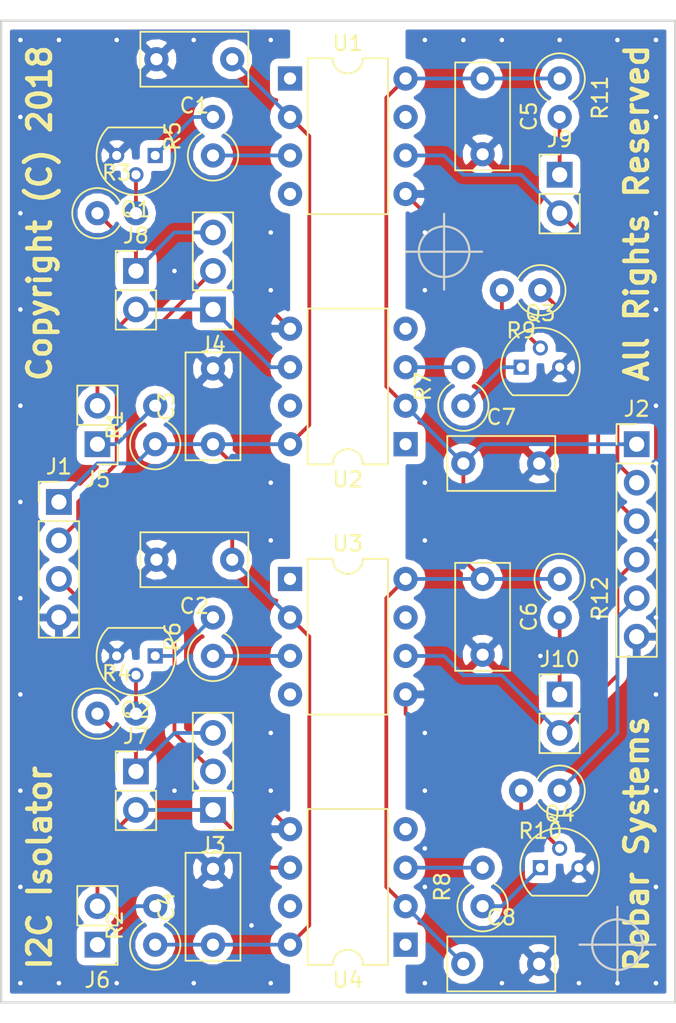
<source format=kicad_pcb>
(kicad_pcb (version 4) (host pcbnew 4.0.7)

  (general
    (links 129)
    (no_connects 0)
    (area 167.564999 54.534999 212.165001 119.455001)
    (thickness 1.6)
    (drawings 10)
    (tracks 113)
    (zones 0)
    (modules 97)
    (nets 43)
  )

  (page A4)
  (title_block
    (date 2018-03-17)
    (rev A)
    (company GeRoGo)
  )

  (layers
    (0 F.Cu power)
    (31 B.Cu signal)
    (32 B.Adhes user)
    (33 F.Adhes user)
    (34 B.Paste user)
    (35 F.Paste user)
    (36 B.SilkS user)
    (37 F.SilkS user)
    (38 B.Mask user)
    (39 F.Mask user)
    (40 Dwgs.User user)
    (41 Cmts.User user)
    (42 Eco1.User user)
    (43 Eco2.User user)
    (44 Edge.Cuts user)
    (45 Margin user)
    (46 B.CrtYd user)
    (47 F.CrtYd user)
    (48 B.Fab user)
    (49 F.Fab user)
  )

  (setup
    (last_trace_width 0.25)
    (trace_clearance 0.2)
    (zone_clearance 0.508)
    (zone_45_only yes)
    (trace_min 0.2)
    (segment_width 0.2)
    (edge_width 0.15)
    (via_size 0.6)
    (via_drill 0.4)
    (via_min_size 0.4)
    (via_min_drill 0.3)
    (uvia_size 0.3)
    (uvia_drill 0.1)
    (uvias_allowed no)
    (uvia_min_size 0.2)
    (uvia_min_drill 0.1)
    (pcb_text_width 0.3)
    (pcb_text_size 1.5 1.5)
    (mod_edge_width 0.15)
    (mod_text_size 1 1)
    (mod_text_width 0.15)
    (pad_size 0.6 0.6)
    (pad_drill 0.3)
    (pad_to_mask_clearance 0.2)
    (aux_axis_origin 0 0)
    (visible_elements FFFFFFFF)
    (pcbplotparams
      (layerselection 0x3ffff_80000001)
      (usegerberextensions true)
      (excludeedgelayer true)
      (linewidth 0.100000)
      (plotframeref false)
      (viasonmask false)
      (mode 1)
      (useauxorigin false)
      (hpglpennumber 1)
      (hpglpenspeed 20)
      (hpglpendiameter 15)
      (hpglpenoverlay 2)
      (psnegative false)
      (psa4output false)
      (plotreference true)
      (plotvalue true)
      (plotinvisibletext false)
      (padsonsilk false)
      (subtractmaskfromsilk false)
      (outputformat 1)
      (mirror false)
      (drillshape 0)
      (scaleselection 1)
      (outputdirectory drill/))
  )

  (net 0 "")
  (net 1 /LIVE_+15V_Washer)
  (net 2 /LIVE_0V_Washer)
  (net 3 /+5V_Instr)
  (net 4 /0V_Instr)
  (net 5 /SDA_Washer)
  (net 6 /SDA_Instr_Rx)
  (net 7 /SDA_Instr_Tx)
  (net 8 /SCL_Instr_Rx)
  (net 9 /SCL_Instr_Tx)
  (net 10 "Net-(Q1-Pad2)")
  (net 11 "Net-(Q1-Pad1)")
  (net 12 "Net-(Q2-Pad2)")
  (net 13 "Net-(Q2-Pad1)")
  (net 14 "Net-(Q3-Pad2)")
  (net 15 "Net-(Q3-Pad1)")
  (net 16 "Net-(Q4-Pad2)")
  (net 17 "Net-(Q4-Pad1)")
  (net 18 "Net-(R5-Pad1)")
  (net 19 "Net-(R6-Pad1)")
  (net 20 "Net-(R7-Pad2)")
  (net 21 "Net-(R8-Pad2)")
  (net 22 "Net-(U1-Pad1)")
  (net 23 "Net-(U1-Pad7)")
  (net 24 "Net-(U1-Pad4)")
  (net 25 "Net-(U2-Pad1)")
  (net 26 "Net-(U2-Pad7)")
  (net 27 "Net-(U2-Pad4)")
  (net 28 "Net-(U3-Pad1)")
  (net 29 "Net-(U3-Pad7)")
  (net 30 "Net-(U3-Pad4)")
  (net 31 "Net-(U4-Pad1)")
  (net 32 "Net-(U4-Pad7)")
  (net 33 "Net-(U4-Pad4)")
  (net 34 "Net-(J1-Pad3)")
  (net 35 "Net-(J3-Pad1)")
  (net 36 "Net-(J3-Pad3)")
  (net 37 "Net-(J4-Pad1)")
  (net 38 "Net-(J4-Pad3)")
  (net 39 "Net-(J5-Pad1)")
  (net 40 "Net-(J6-Pad1)")
  (net 41 "Net-(J9-Pad1)")
  (net 42 "Net-(J10-Pad1)")

  (net_class Default "This is the default net class."
    (clearance 0.2)
    (trace_width 0.25)
    (via_dia 0.6)
    (via_drill 0.4)
    (uvia_dia 0.3)
    (uvia_drill 0.1)
    (add_net /+5V_Instr)
    (add_net /0V_Instr)
    (add_net /LIVE_+15V_Washer)
    (add_net /LIVE_0V_Washer)
    (add_net /SCL_Instr_Rx)
    (add_net /SCL_Instr_Tx)
    (add_net /SDA_Instr_Rx)
    (add_net /SDA_Instr_Tx)
    (add_net /SDA_Washer)
    (add_net "Net-(J1-Pad3)")
    (add_net "Net-(J10-Pad1)")
    (add_net "Net-(J3-Pad1)")
    (add_net "Net-(J3-Pad3)")
    (add_net "Net-(J4-Pad1)")
    (add_net "Net-(J4-Pad3)")
    (add_net "Net-(J5-Pad1)")
    (add_net "Net-(J6-Pad1)")
    (add_net "Net-(J9-Pad1)")
    (add_net "Net-(Q1-Pad1)")
    (add_net "Net-(Q1-Pad2)")
    (add_net "Net-(Q2-Pad1)")
    (add_net "Net-(Q2-Pad2)")
    (add_net "Net-(Q3-Pad1)")
    (add_net "Net-(Q3-Pad2)")
    (add_net "Net-(Q4-Pad1)")
    (add_net "Net-(Q4-Pad2)")
    (add_net "Net-(R5-Pad1)")
    (add_net "Net-(R6-Pad1)")
    (add_net "Net-(R7-Pad2)")
    (add_net "Net-(R8-Pad2)")
    (add_net "Net-(U1-Pad1)")
    (add_net "Net-(U1-Pad4)")
    (add_net "Net-(U1-Pad7)")
    (add_net "Net-(U2-Pad1)")
    (add_net "Net-(U2-Pad4)")
    (add_net "Net-(U2-Pad7)")
    (add_net "Net-(U3-Pad1)")
    (add_net "Net-(U3-Pad4)")
    (add_net "Net-(U3-Pad7)")
    (add_net "Net-(U4-Pad1)")
    (add_net "Net-(U4-Pad4)")
    (add_net "Net-(U4-Pad7)")
  )

  (module via:stitch_0.6mm (layer F.Cu) (tedit 5AB38C59) (tstamp 5AB3B09F)
    (at 179.07 105.41)
    (fp_text reference REF** (at 0 1.27) (layer F.SilkS) hide
      (effects (font (size 0.2 0.2) (thickness 0.05)))
    )
    (fp_text value stitch_0.6mm (at 0 -1.27) (layer F.Fab) hide
      (effects (font (size 0.2 0.2) (thickness 0.05)))
    )
    (pad 1 thru_hole circle (at 0 0) (size 0.6 0.6) (drill 0.3) (layers *.Cu)
      (net 2 /LIVE_0V_Washer) (zone_connect 2))
  )

  (module via:stitch_0.6mm (layer F.Cu) (tedit 5AB38E9F) (tstamp 5AB3A7C0)
    (at 203.2 96.52)
    (fp_text reference REF** (at 0 1.27) (layer F.SilkS) hide
      (effects (font (size 0.2 0.2) (thickness 0.05)))
    )
    (fp_text value stitch_0.6mm (at 0 -1.27) (layer F.Fab) hide
      (effects (font (size 0.2 0.2) (thickness 0.05)))
    )
    (pad 1 thru_hole circle (at 0 0) (size 0.6 0.6) (drill 0.3) (layers *.Cu)
      (net 4 /0V_Instr) (zone_connect 2))
  )

  (module via:stitch_0.6mm (layer F.Cu) (tedit 5AB38E9F) (tstamp 5AB3A7BB)
    (at 207.01 93.98)
    (fp_text reference REF** (at 0 1.27) (layer F.SilkS) hide
      (effects (font (size 0.2 0.2) (thickness 0.05)))
    )
    (fp_text value stitch_0.6mm (at 0 -1.27) (layer F.Fab) hide
      (effects (font (size 0.2 0.2) (thickness 0.05)))
    )
    (pad 1 thru_hole circle (at 0 0) (size 0.6 0.6) (drill 0.3) (layers *.Cu)
      (net 4 /0V_Instr) (zone_connect 2))
  )

  (module via:stitch_0.6mm (layer F.Cu) (tedit 5AB38C59) (tstamp 5AB3A24A)
    (at 179.07 71.12)
    (fp_text reference REF** (at 0 1.27) (layer F.SilkS) hide
      (effects (font (size 0.2 0.2) (thickness 0.05)))
    )
    (fp_text value stitch_0.6mm (at 0 -1.27) (layer F.Fab) hide
      (effects (font (size 0.2 0.2) (thickness 0.05)))
    )
    (pad 1 thru_hole circle (at 0 0) (size 0.6 0.6) (drill 0.3) (layers *.Cu)
      (net 2 /LIVE_0V_Washer) (zone_connect 2))
  )

  (module via:stitch_0.6mm (layer F.Cu) (tedit 5AB38E9F) (tstamp 5AB39074)
    (at 210.82 83.82)
    (fp_text reference REF** (at 0 1.27) (layer F.SilkS) hide
      (effects (font (size 0.2 0.2) (thickness 0.05)))
    )
    (fp_text value stitch_0.6mm (at 0 -1.27) (layer F.Fab) hide
      (effects (font (size 0.2 0.2) (thickness 0.05)))
    )
    (pad 1 thru_hole circle (at 0 0) (size 0.6 0.6) (drill 0.3) (layers *.Cu)
      (net 4 /0V_Instr) (zone_connect 2))
  )

  (module via:stitch_0.6mm (layer F.Cu) (tedit 5AB38E9F) (tstamp 5AB3905D)
    (at 210.82 88.9)
    (fp_text reference REF** (at 0 1.27) (layer F.SilkS) hide
      (effects (font (size 0.2 0.2) (thickness 0.05)))
    )
    (fp_text value stitch_0.6mm (at 0 -1.27) (layer F.Fab) hide
      (effects (font (size 0.2 0.2) (thickness 0.05)))
    )
    (pad 1 thru_hole circle (at 0 0) (size 0.6 0.6) (drill 0.3) (layers *.Cu)
      (net 4 /0V_Instr) (zone_connect 2))
  )

  (module via:stitch_0.6mm (layer F.Cu) (tedit 5AB38E9F) (tstamp 5AB39054)
    (at 210.82 93.98)
    (fp_text reference REF** (at 0 1.27) (layer F.SilkS) hide
      (effects (font (size 0.2 0.2) (thickness 0.05)))
    )
    (fp_text value stitch_0.6mm (at 0 -1.27) (layer F.Fab) hide
      (effects (font (size 0.2 0.2) (thickness 0.05)))
    )
    (pad 1 thru_hole circle (at 0 0) (size 0.6 0.6) (drill 0.3) (layers *.Cu)
      (net 4 /0V_Instr) (zone_connect 2))
  )

  (module via:stitch_0.6mm (layer F.Cu) (tedit 5AB38E9F) (tstamp 5AB39039)
    (at 210.82 99.06)
    (fp_text reference REF** (at 0 1.27) (layer F.SilkS) hide
      (effects (font (size 0.2 0.2) (thickness 0.05)))
    )
    (fp_text value stitch_0.6mm (at 0 -1.27) (layer F.Fab) hide
      (effects (font (size 0.2 0.2) (thickness 0.05)))
    )
    (pad 1 thru_hole circle (at 0 0) (size 0.6 0.6) (drill 0.3) (layers *.Cu)
      (net 4 /0V_Instr) (zone_connect 2))
  )

  (module via:stitch_0.6mm (layer F.Cu) (tedit 5AB38E9F) (tstamp 5AB3902C)
    (at 210.82 105.41)
    (fp_text reference REF** (at 0 1.27) (layer F.SilkS) hide
      (effects (font (size 0.2 0.2) (thickness 0.05)))
    )
    (fp_text value stitch_0.6mm (at 0 -1.27) (layer F.Fab) hide
      (effects (font (size 0.2 0.2) (thickness 0.05)))
    )
    (pad 1 thru_hole circle (at 0 0) (size 0.6 0.6) (drill 0.3) (layers *.Cu)
      (net 4 /0V_Instr) (zone_connect 2))
  )

  (module via:stitch_0.6mm (layer F.Cu) (tedit 5AB38E9F) (tstamp 5AB3901C)
    (at 210.82 111.76)
    (fp_text reference REF** (at 0 1.27) (layer F.SilkS) hide
      (effects (font (size 0.2 0.2) (thickness 0.05)))
    )
    (fp_text value stitch_0.6mm (at 0 -1.27) (layer F.Fab) hide
      (effects (font (size 0.2 0.2) (thickness 0.05)))
    )
    (pad 1 thru_hole circle (at 0 0) (size 0.6 0.6) (drill 0.3) (layers *.Cu)
      (net 4 /0V_Instr) (zone_connect 2))
  )

  (module via:stitch_0.6mm (layer F.Cu) (tedit 5AB38E9F) (tstamp 5AB3900F)
    (at 210.82 80.01)
    (fp_text reference REF** (at 0 1.27) (layer F.SilkS) hide
      (effects (font (size 0.2 0.2) (thickness 0.05)))
    )
    (fp_text value stitch_0.6mm (at 0 -1.27) (layer F.Fab) hide
      (effects (font (size 0.2 0.2) (thickness 0.05)))
    )
    (pad 1 thru_hole circle (at 0 0) (size 0.6 0.6) (drill 0.3) (layers *.Cu)
      (net 4 /0V_Instr) (zone_connect 2))
  )

  (module via:stitch_0.6mm (layer F.Cu) (tedit 5AB38E9F) (tstamp 5AB39009)
    (at 210.82 73.66)
    (fp_text reference REF** (at 0 1.27) (layer F.SilkS) hide
      (effects (font (size 0.2 0.2) (thickness 0.05)))
    )
    (fp_text value stitch_0.6mm (at 0 -1.27) (layer F.Fab) hide
      (effects (font (size 0.2 0.2) (thickness 0.05)))
    )
    (pad 1 thru_hole circle (at 0 0) (size 0.6 0.6) (drill 0.3) (layers *.Cu)
      (net 4 /0V_Instr) (zone_connect 2))
  )

  (module via:stitch_0.6mm (layer F.Cu) (tedit 5AB38E9F) (tstamp 5AB39004)
    (at 210.82 67.31)
    (fp_text reference REF** (at 0 1.27) (layer F.SilkS) hide
      (effects (font (size 0.2 0.2) (thickness 0.05)))
    )
    (fp_text value stitch_0.6mm (at 0 -1.27) (layer F.Fab) hide
      (effects (font (size 0.2 0.2) (thickness 0.05)))
    )
    (pad 1 thru_hole circle (at 0 0) (size 0.6 0.6) (drill 0.3) (layers *.Cu)
      (net 4 /0V_Instr) (zone_connect 2))
  )

  (module via:stitch_0.6mm (layer F.Cu) (tedit 5AB38E9F) (tstamp 5AB38FFC)
    (at 210.82 60.96)
    (fp_text reference REF** (at 0 1.27) (layer F.SilkS) hide
      (effects (font (size 0.2 0.2) (thickness 0.05)))
    )
    (fp_text value stitch_0.6mm (at 0 -1.27) (layer F.Fab) hide
      (effects (font (size 0.2 0.2) (thickness 0.05)))
    )
    (pad 1 thru_hole circle (at 0 0) (size 0.6 0.6) (drill 0.3) (layers *.Cu)
      (net 4 /0V_Instr) (zone_connect 2))
  )

  (module via:stitch_0.6mm (layer F.Cu) (tedit 5AB38E9F) (tstamp 5AB38FE0)
    (at 205.74 118.11)
    (fp_text reference REF** (at 0 1.27) (layer F.SilkS) hide
      (effects (font (size 0.2 0.2) (thickness 0.05)))
    )
    (fp_text value stitch_0.6mm (at 0 -1.27) (layer F.Fab) hide
      (effects (font (size 0.2 0.2) (thickness 0.05)))
    )
    (pad 1 thru_hole circle (at 0 0) (size 0.6 0.6) (drill 0.3) (layers *.Cu)
      (net 4 /0V_Instr) (zone_connect 2))
  )

  (module via:stitch_0.6mm (layer F.Cu) (tedit 5AB38E9F) (tstamp 5AB38FD0)
    (at 200.66 118.11)
    (fp_text reference REF** (at 0 1.27) (layer F.SilkS) hide
      (effects (font (size 0.2 0.2) (thickness 0.05)))
    )
    (fp_text value stitch_0.6mm (at 0 -1.27) (layer F.Fab) hide
      (effects (font (size 0.2 0.2) (thickness 0.05)))
    )
    (pad 1 thru_hole circle (at 0 0) (size 0.6 0.6) (drill 0.3) (layers *.Cu)
      (net 4 /0V_Instr) (zone_connect 2))
  )

  (module via:stitch_0.6mm (layer F.Cu) (tedit 5AB38E9F) (tstamp 5AB38FC4)
    (at 208.28 118.11)
    (fp_text reference REF** (at 0 1.27) (layer F.SilkS) hide
      (effects (font (size 0.2 0.2) (thickness 0.05)))
    )
    (fp_text value stitch_0.6mm (at 0 -1.27) (layer F.Fab) hide
      (effects (font (size 0.2 0.2) (thickness 0.05)))
    )
    (pad 1 thru_hole circle (at 0 0) (size 0.6 0.6) (drill 0.3) (layers *.Cu)
      (net 4 /0V_Instr) (zone_connect 2))
  )

  (module via:stitch_0.6mm (layer F.Cu) (tedit 5AB38E9F) (tstamp 5AB38FB8)
    (at 198.12 55.88)
    (fp_text reference REF** (at 0 1.27) (layer F.SilkS) hide
      (effects (font (size 0.2 0.2) (thickness 0.05)))
    )
    (fp_text value stitch_0.6mm (at 0 -1.27) (layer F.Fab) hide
      (effects (font (size 0.2 0.2) (thickness 0.05)))
    )
    (pad 1 thru_hole circle (at 0 0) (size 0.6 0.6) (drill 0.3) (layers *.Cu)
      (net 4 /0V_Instr) (zone_connect 2))
  )

  (module via:stitch_0.6mm (layer F.Cu) (tedit 5AB38E9F) (tstamp 5AB38FAC)
    (at 200.66 55.88)
    (fp_text reference REF** (at 0 1.27) (layer F.SilkS) hide
      (effects (font (size 0.2 0.2) (thickness 0.05)))
    )
    (fp_text value stitch_0.6mm (at 0 -1.27) (layer F.Fab) hide
      (effects (font (size 0.2 0.2) (thickness 0.05)))
    )
    (pad 1 thru_hole circle (at 0 0) (size 0.6 0.6) (drill 0.3) (layers *.Cu)
      (net 4 /0V_Instr) (zone_connect 2))
  )

  (module via:stitch_0.6mm (layer F.Cu) (tedit 5AB38E9F) (tstamp 5AB38FA2)
    (at 204.47 55.88)
    (fp_text reference REF** (at 0 1.27) (layer F.SilkS) hide
      (effects (font (size 0.2 0.2) (thickness 0.05)))
    )
    (fp_text value stitch_0.6mm (at 0 -1.27) (layer F.Fab) hide
      (effects (font (size 0.2 0.2) (thickness 0.05)))
    )
    (pad 1 thru_hole circle (at 0 0) (size 0.6 0.6) (drill 0.3) (layers *.Cu)
      (net 4 /0V_Instr) (zone_connect 2))
  )

  (module via:stitch_0.6mm (layer F.Cu) (tedit 5AB38E9F) (tstamp 5AB38F91)
    (at 208.28 55.88)
    (fp_text reference REF** (at 0 1.27) (layer F.SilkS) hide
      (effects (font (size 0.2 0.2) (thickness 0.05)))
    )
    (fp_text value stitch_0.6mm (at 0 -1.27) (layer F.Fab) hide
      (effects (font (size 0.2 0.2) (thickness 0.05)))
    )
    (pad 1 thru_hole circle (at 0 0) (size 0.6 0.6) (drill 0.3) (layers *.Cu)
      (net 4 /0V_Instr) (zone_connect 2))
  )

  (module via:stitch_0.6mm (layer F.Cu) (tedit 5AB38E9F) (tstamp 5AB38F79)
    (at 195.58 109.22)
    (fp_text reference REF** (at 0 1.27) (layer F.SilkS) hide
      (effects (font (size 0.2 0.2) (thickness 0.05)))
    )
    (fp_text value stitch_0.6mm (at 0 -1.27) (layer F.Fab) hide
      (effects (font (size 0.2 0.2) (thickness 0.05)))
    )
    (pad 1 thru_hole circle (at 0 0) (size 0.6 0.6) (drill 0.3) (layers *.Cu)
      (net 4 /0V_Instr) (zone_connect 2))
  )

  (module via:stitch_0.6mm (layer F.Cu) (tedit 5AB38E9F) (tstamp 5AB38F70)
    (at 195.58 111.76)
    (fp_text reference REF** (at 0 1.27) (layer F.SilkS) hide
      (effects (font (size 0.2 0.2) (thickness 0.05)))
    )
    (fp_text value stitch_0.6mm (at 0 -1.27) (layer F.Fab) hide
      (effects (font (size 0.2 0.2) (thickness 0.05)))
    )
    (pad 1 thru_hole circle (at 0 0) (size 0.6 0.6) (drill 0.3) (layers *.Cu)
      (net 4 /0V_Instr) (zone_connect 2))
  )

  (module via:stitch_0.6mm (layer F.Cu) (tedit 5AB38E9F) (tstamp 5AB38F54)
    (at 195.58 105.41)
    (fp_text reference REF** (at 0 1.27) (layer F.SilkS) hide
      (effects (font (size 0.2 0.2) (thickness 0.05)))
    )
    (fp_text value stitch_0.6mm (at 0 -1.27) (layer F.Fab) hide
      (effects (font (size 0.2 0.2) (thickness 0.05)))
    )
    (pad 1 thru_hole circle (at 0 0) (size 0.6 0.6) (drill 0.3) (layers *.Cu)
      (net 4 /0V_Instr) (zone_connect 2))
  )

  (module via:stitch_0.6mm (layer F.Cu) (tedit 5AB38E9F) (tstamp 5AB38F48)
    (at 195.58 101.6)
    (fp_text reference REF** (at 0 1.27) (layer F.SilkS) hide
      (effects (font (size 0.2 0.2) (thickness 0.05)))
    )
    (fp_text value stitch_0.6mm (at 0 -1.27) (layer F.Fab) hide
      (effects (font (size 0.2 0.2) (thickness 0.05)))
    )
    (pad 1 thru_hole circle (at 0 0) (size 0.6 0.6) (drill 0.3) (layers *.Cu)
      (net 4 /0V_Instr) (zone_connect 2))
  )

  (module via:stitch_0.6mm (layer F.Cu) (tedit 5AB38E9F) (tstamp 5AB38F38)
    (at 195.58 88.9)
    (fp_text reference REF** (at 0 1.27) (layer F.SilkS) hide
      (effects (font (size 0.2 0.2) (thickness 0.05)))
    )
    (fp_text value stitch_0.6mm (at 0 -1.27) (layer F.Fab) hide
      (effects (font (size 0.2 0.2) (thickness 0.05)))
    )
    (pad 1 thru_hole circle (at 0 0) (size 0.6 0.6) (drill 0.3) (layers *.Cu)
      (net 4 /0V_Instr) (zone_connect 2))
  )

  (module via:stitch_0.6mm (layer F.Cu) (tedit 5AB38E9F) (tstamp 5AB38F30)
    (at 195.58 85.09)
    (fp_text reference REF** (at 0 1.27) (layer F.SilkS) hide
      (effects (font (size 0.2 0.2) (thickness 0.05)))
    )
    (fp_text value stitch_0.6mm (at 0 -1.27) (layer F.Fab) hide
      (effects (font (size 0.2 0.2) (thickness 0.05)))
    )
    (pad 1 thru_hole circle (at 0 0) (size 0.6 0.6) (drill 0.3) (layers *.Cu)
      (net 4 /0V_Instr) (zone_connect 2))
  )

  (module via:stitch_0.6mm (layer F.Cu) (tedit 5AB38E9F) (tstamp 5AB38F27)
    (at 195.58 72.39)
    (fp_text reference REF** (at 0 1.27) (layer F.SilkS) hide
      (effects (font (size 0.2 0.2) (thickness 0.05)))
    )
    (fp_text value stitch_0.6mm (at 0 -1.27) (layer F.Fab) hide
      (effects (font (size 0.2 0.2) (thickness 0.05)))
    )
    (pad 1 thru_hole circle (at 0 0) (size 0.6 0.6) (drill 0.3) (layers *.Cu)
      (net 4 /0V_Instr) (zone_connect 2))
  )

  (module via:stitch_0.6mm (layer F.Cu) (tedit 5AB38E9F) (tstamp 5AB38F1E)
    (at 195.58 68.58)
    (fp_text reference REF** (at 0 1.27) (layer F.SilkS) hide
      (effects (font (size 0.2 0.2) (thickness 0.05)))
    )
    (fp_text value stitch_0.6mm (at 0 -1.27) (layer F.Fab) hide
      (effects (font (size 0.2 0.2) (thickness 0.05)))
    )
    (pad 1 thru_hole circle (at 0 0) (size 0.6 0.6) (drill 0.3) (layers *.Cu)
      (net 4 /0V_Instr) (zone_connect 2))
  )

  (module via:stitch_0.6mm (layer F.Cu) (tedit 5AB38E9F) (tstamp 5AB38F0F)
    (at 210.82 118.11)
    (fp_text reference REF** (at 0 1.27) (layer F.SilkS) hide
      (effects (font (size 0.2 0.2) (thickness 0.05)))
    )
    (fp_text value stitch_0.6mm (at 0 -1.27) (layer F.Fab) hide
      (effects (font (size 0.2 0.2) (thickness 0.05)))
    )
    (pad 1 thru_hole circle (at 0 0) (size 0.6 0.6) (drill 0.3) (layers *.Cu)
      (net 4 /0V_Instr) (zone_connect 2))
  )

  (module via:stitch_0.6mm (layer F.Cu) (tedit 5AB38E9F) (tstamp 5AB38F05)
    (at 195.58 118.11)
    (fp_text reference REF** (at 0 1.27) (layer F.SilkS) hide
      (effects (font (size 0.2 0.2) (thickness 0.05)))
    )
    (fp_text value stitch_0.6mm (at 0 -1.27) (layer F.Fab) hide
      (effects (font (size 0.2 0.2) (thickness 0.05)))
    )
    (pad 1 thru_hole circle (at 0 0) (size 0.6 0.6) (drill 0.3) (layers *.Cu)
      (net 4 /0V_Instr) (zone_connect 2))
  )

  (module via:stitch_0.6mm (layer F.Cu) (tedit 5AB38E9F) (tstamp 5AB38ED1)
    (at 195.58 55.88)
    (fp_text reference REF** (at 0 1.27) (layer F.SilkS) hide
      (effects (font (size 0.2 0.2) (thickness 0.05)))
    )
    (fp_text value stitch_0.6mm (at 0 -1.27) (layer F.Fab) hide
      (effects (font (size 0.2 0.2) (thickness 0.05)))
    )
    (pad 1 thru_hole circle (at 0 0) (size 0.6 0.6) (drill 0.3) (layers *.Cu)
      (net 4 /0V_Instr) (zone_connect 2))
  )

  (module via:stitch_0.6mm (layer F.Cu) (tedit 5AB38C59) (tstamp 5AB38E65)
    (at 180.34 118.11)
    (fp_text reference REF** (at 0 1.27) (layer F.SilkS) hide
      (effects (font (size 0.2 0.2) (thickness 0.05)))
    )
    (fp_text value stitch_0.6mm (at 0 -1.27) (layer F.Fab) hide
      (effects (font (size 0.2 0.2) (thickness 0.05)))
    )
    (pad 1 thru_hole circle (at 0 0) (size 0.6 0.6) (drill 0.3) (layers *.Cu)
      (net 2 /LIVE_0V_Washer) (zone_connect 2))
  )

  (module via:stitch_0.6mm (layer F.Cu) (tedit 5AB38C59) (tstamp 5AB38E5C)
    (at 175.26 118.11)
    (fp_text reference REF** (at 0 1.27) (layer F.SilkS) hide
      (effects (font (size 0.2 0.2) (thickness 0.05)))
    )
    (fp_text value stitch_0.6mm (at 0 -1.27) (layer F.Fab) hide
      (effects (font (size 0.2 0.2) (thickness 0.05)))
    )
    (pad 1 thru_hole circle (at 0 0) (size 0.6 0.6) (drill 0.3) (layers *.Cu)
      (net 2 /LIVE_0V_Washer) (zone_connect 2))
  )

  (module via:stitch_0.6mm (layer F.Cu) (tedit 5AB38C59) (tstamp 5AB38E51)
    (at 171.45 118.11)
    (fp_text reference REF** (at 0 1.27) (layer F.SilkS) hide
      (effects (font (size 0.2 0.2) (thickness 0.05)))
    )
    (fp_text value stitch_0.6mm (at 0 -1.27) (layer F.Fab) hide
      (effects (font (size 0.2 0.2) (thickness 0.05)))
    )
    (pad 1 thru_hole circle (at 0 0) (size 0.6 0.6) (drill 0.3) (layers *.Cu)
      (net 2 /LIVE_0V_Washer) (zone_connect 2))
  )

  (module via:stitch_0.6mm (layer F.Cu) (tedit 5AB38C59) (tstamp 5AB38E45)
    (at 168.91 111.76)
    (fp_text reference REF** (at 0 1.27) (layer F.SilkS) hide
      (effects (font (size 0.2 0.2) (thickness 0.05)))
    )
    (fp_text value stitch_0.6mm (at 0 -1.27) (layer F.Fab) hide
      (effects (font (size 0.2 0.2) (thickness 0.05)))
    )
    (pad 1 thru_hole circle (at 0 0) (size 0.6 0.6) (drill 0.3) (layers *.Cu)
      (net 2 /LIVE_0V_Washer) (zone_connect 2))
  )

  (module via:stitch_0.6mm (layer F.Cu) (tedit 5AB38C59) (tstamp 5AB38E3C)
    (at 168.91 105.41)
    (fp_text reference REF** (at 0 1.27) (layer F.SilkS) hide
      (effects (font (size 0.2 0.2) (thickness 0.05)))
    )
    (fp_text value stitch_0.6mm (at 0 -1.27) (layer F.Fab) hide
      (effects (font (size 0.2 0.2) (thickness 0.05)))
    )
    (pad 1 thru_hole circle (at 0 0) (size 0.6 0.6) (drill 0.3) (layers *.Cu)
      (net 2 /LIVE_0V_Washer) (zone_connect 2))
  )

  (module via:stitch_0.6mm (layer F.Cu) (tedit 5AB38C59) (tstamp 5AB38E35)
    (at 168.91 99.06)
    (fp_text reference REF** (at 0 1.27) (layer F.SilkS) hide
      (effects (font (size 0.2 0.2) (thickness 0.05)))
    )
    (fp_text value stitch_0.6mm (at 0 -1.27) (layer F.Fab) hide
      (effects (font (size 0.2 0.2) (thickness 0.05)))
    )
    (pad 1 thru_hole circle (at 0 0) (size 0.6 0.6) (drill 0.3) (layers *.Cu)
      (net 2 /LIVE_0V_Washer) (zone_connect 2))
  )

  (module via:stitch_0.6mm (layer F.Cu) (tedit 5AB38C59) (tstamp 5AB38E29)
    (at 168.91 92.71)
    (fp_text reference REF** (at 0 1.27) (layer F.SilkS) hide
      (effects (font (size 0.2 0.2) (thickness 0.05)))
    )
    (fp_text value stitch_0.6mm (at 0 -1.27) (layer F.Fab) hide
      (effects (font (size 0.2 0.2) (thickness 0.05)))
    )
    (pad 1 thru_hole circle (at 0 0) (size 0.6 0.6) (drill 0.3) (layers *.Cu)
      (net 2 /LIVE_0V_Washer) (zone_connect 2))
  )

  (module via:stitch_0.6mm (layer F.Cu) (tedit 5AB38C59) (tstamp 5AB38E20)
    (at 168.91 86.36)
    (fp_text reference REF** (at 0 1.27) (layer F.SilkS) hide
      (effects (font (size 0.2 0.2) (thickness 0.05)))
    )
    (fp_text value stitch_0.6mm (at 0 -1.27) (layer F.Fab) hide
      (effects (font (size 0.2 0.2) (thickness 0.05)))
    )
    (pad 1 thru_hole circle (at 0 0) (size 0.6 0.6) (drill 0.3) (layers *.Cu)
      (net 2 /LIVE_0V_Washer) (zone_connect 2))
  )

  (module via:stitch_0.6mm (layer F.Cu) (tedit 5AB38C59) (tstamp 5AB38E0D)
    (at 168.91 80.01)
    (fp_text reference REF** (at 0 1.27) (layer F.SilkS) hide
      (effects (font (size 0.2 0.2) (thickness 0.05)))
    )
    (fp_text value stitch_0.6mm (at 0 -1.27) (layer F.Fab) hide
      (effects (font (size 0.2 0.2) (thickness 0.05)))
    )
    (pad 1 thru_hole circle (at 0 0) (size 0.6 0.6) (drill 0.3) (layers *.Cu)
      (net 2 /LIVE_0V_Washer) (zone_connect 2))
  )

  (module via:stitch_0.6mm (layer F.Cu) (tedit 5AB38C59) (tstamp 5AB38E07)
    (at 168.91 73.66)
    (fp_text reference REF** (at 0 1.27) (layer F.SilkS) hide
      (effects (font (size 0.2 0.2) (thickness 0.05)))
    )
    (fp_text value stitch_0.6mm (at 0 -1.27) (layer F.Fab) hide
      (effects (font (size 0.2 0.2) (thickness 0.05)))
    )
    (pad 1 thru_hole circle (at 0 0) (size 0.6 0.6) (drill 0.3) (layers *.Cu)
      (net 2 /LIVE_0V_Washer) (zone_connect 2))
  )

  (module via:stitch_0.6mm (layer F.Cu) (tedit 5AB38C59) (tstamp 5AB38DFE)
    (at 168.91 67.31)
    (fp_text reference REF** (at 0 1.27) (layer F.SilkS) hide
      (effects (font (size 0.2 0.2) (thickness 0.05)))
    )
    (fp_text value stitch_0.6mm (at 0 -1.27) (layer F.Fab) hide
      (effects (font (size 0.2 0.2) (thickness 0.05)))
    )
    (pad 1 thru_hole circle (at 0 0) (size 0.6 0.6) (drill 0.3) (layers *.Cu)
      (net 2 /LIVE_0V_Washer) (zone_connect 2))
  )

  (module via:stitch_0.6mm (layer F.Cu) (tedit 5AB38C59) (tstamp 5AB38DDB)
    (at 168.91 60.96)
    (fp_text reference REF** (at 0 1.27) (layer F.SilkS) hide
      (effects (font (size 0.2 0.2) (thickness 0.05)))
    )
    (fp_text value stitch_0.6mm (at 0 -1.27) (layer F.Fab) hide
      (effects (font (size 0.2 0.2) (thickness 0.05)))
    )
    (pad 1 thru_hole circle (at 0 0) (size 0.6 0.6) (drill 0.3) (layers *.Cu)
      (net 2 /LIVE_0V_Washer) (zone_connect 2))
  )

  (module via:stitch_0.6mm (layer F.Cu) (tedit 5AB39909) (tstamp 5AB38DD2)
    (at 171.45 55.88)
    (fp_text reference REF** (at 0 1.27) (layer F.SilkS) hide
      (effects (font (size 0.2 0.2) (thickness 0.05)))
    )
    (fp_text value stitch_0.6mm (at 0 -1.27) (layer F.Fab) hide
      (effects (font (size 0.2 0.2) (thickness 0.05)))
    )
    (pad 1 thru_hole circle (at 0 0) (size 0.6 0.6) (drill 0.3) (layers *.Cu)
      (net 2 /LIVE_0V_Washer) (zone_connect 2))
  )

  (module via:stitch_0.6mm (layer F.Cu) (tedit 5AB38C59) (tstamp 5AB38DC7)
    (at 175.26 55.88)
    (fp_text reference REF** (at 0 1.27) (layer F.SilkS) hide
      (effects (font (size 0.2 0.2) (thickness 0.05)))
    )
    (fp_text value stitch_0.6mm (at 0 -1.27) (layer F.Fab) hide
      (effects (font (size 0.2 0.2) (thickness 0.05)))
    )
    (pad 1 thru_hole circle (at 0 0) (size 0.6 0.6) (drill 0.3) (layers *.Cu)
      (net 2 /LIVE_0V_Washer) (zone_connect 2))
  )

  (module via:stitch_0.6mm (layer F.Cu) (tedit 5AB38C59) (tstamp 5AB38DB5)
    (at 180.34 55.88)
    (fp_text reference REF** (at 0 1.27) (layer F.SilkS) hide
      (effects (font (size 0.2 0.2) (thickness 0.05)))
    )
    (fp_text value stitch_0.6mm (at 0 -1.27) (layer F.Fab) hide
      (effects (font (size 0.2 0.2) (thickness 0.05)))
    )
    (pad 1 thru_hole circle (at 0 0) (size 0.6 0.6) (drill 0.3) (layers *.Cu)
      (net 2 /LIVE_0V_Washer) (zone_connect 2))
  )

  (module via:stitch_0.6mm (layer F.Cu) (tedit 5AB38C59) (tstamp 5AB38D7D)
    (at 184.15 114.3)
    (fp_text reference REF** (at 0 1.27) (layer F.SilkS) hide
      (effects (font (size 0.2 0.2) (thickness 0.05)))
    )
    (fp_text value stitch_0.6mm (at 0 -1.27) (layer F.Fab) hide
      (effects (font (size 0.2 0.2) (thickness 0.05)))
    )
    (pad 1 thru_hole circle (at 0 0) (size 0.6 0.6) (drill 0.3) (layers *.Cu)
      (net 2 /LIVE_0V_Washer) (zone_connect 2))
  )

  (module via:stitch_0.6mm (layer F.Cu) (tedit 5AB38C59) (tstamp 5AB38D46)
    (at 185.42 105.41)
    (fp_text reference REF** (at 0 1.27) (layer F.SilkS) hide
      (effects (font (size 0.2 0.2) (thickness 0.05)))
    )
    (fp_text value stitch_0.6mm (at 0 -1.27) (layer F.Fab) hide
      (effects (font (size 0.2 0.2) (thickness 0.05)))
    )
    (pad 1 thru_hole circle (at 0 0) (size 0.6 0.6) (drill 0.3) (layers *.Cu)
      (net 2 /LIVE_0V_Washer) (zone_connect 2))
  )

  (module via:stitch_0.6mm (layer F.Cu) (tedit 5AB38C59) (tstamp 5AB38D3C)
    (at 185.42 101.6)
    (fp_text reference REF** (at 0 1.27) (layer F.SilkS) hide
      (effects (font (size 0.2 0.2) (thickness 0.05)))
    )
    (fp_text value stitch_0.6mm (at 0 -1.27) (layer F.Fab) hide
      (effects (font (size 0.2 0.2) (thickness 0.05)))
    )
    (pad 1 thru_hole circle (at 0 0) (size 0.6 0.6) (drill 0.3) (layers *.Cu)
      (net 2 /LIVE_0V_Washer) (zone_connect 2))
  )

  (module via:stitch_0.6mm (layer F.Cu) (tedit 5AB38C59) (tstamp 5AB38D24)
    (at 185.42 88.9)
    (fp_text reference REF** (at 0 1.27) (layer F.SilkS) hide
      (effects (font (size 0.2 0.2) (thickness 0.05)))
    )
    (fp_text value stitch_0.6mm (at 0 -1.27) (layer F.Fab) hide
      (effects (font (size 0.2 0.2) (thickness 0.05)))
    )
    (pad 1 thru_hole circle (at 0 0) (size 0.6 0.6) (drill 0.3) (layers *.Cu)
      (net 2 /LIVE_0V_Washer) (zone_connect 2))
  )

  (module via:stitch_0.6mm (layer F.Cu) (tedit 5AB38C59) (tstamp 5AB38D1C)
    (at 185.42 85.09)
    (fp_text reference REF** (at 0 1.27) (layer F.SilkS) hide
      (effects (font (size 0.2 0.2) (thickness 0.05)))
    )
    (fp_text value stitch_0.6mm (at 0 -1.27) (layer F.Fab) hide
      (effects (font (size 0.2 0.2) (thickness 0.05)))
    )
    (pad 1 thru_hole circle (at 0 0) (size 0.6 0.6) (drill 0.3) (layers *.Cu)
      (net 2 /LIVE_0V_Washer) (zone_connect 2))
  )

  (module via:stitch_0.6mm (layer F.Cu) (tedit 5AB38C59) (tstamp 5AB38D13)
    (at 185.42 72.39)
    (fp_text reference REF** (at 0 1.27) (layer F.SilkS) hide
      (effects (font (size 0.2 0.2) (thickness 0.05)))
    )
    (fp_text value stitch_0.6mm (at 0 -1.27) (layer F.Fab) hide
      (effects (font (size 0.2 0.2) (thickness 0.05)))
    )
    (pad 1 thru_hole circle (at 0 0) (size 0.6 0.6) (drill 0.3) (layers *.Cu)
      (net 2 /LIVE_0V_Washer) (zone_connect 2))
  )

  (module via:stitch_0.6mm (layer F.Cu) (tedit 5AB38C59) (tstamp 5AB38D0A)
    (at 185.42 68.58)
    (fp_text reference REF** (at 0 1.27) (layer F.SilkS) hide
      (effects (font (size 0.2 0.2) (thickness 0.05)))
    )
    (fp_text value stitch_0.6mm (at 0 -1.27) (layer F.Fab) hide
      (effects (font (size 0.2 0.2) (thickness 0.05)))
    )
    (pad 1 thru_hole circle (at 0 0) (size 0.6 0.6) (drill 0.3) (layers *.Cu)
      (net 2 /LIVE_0V_Washer) (zone_connect 2))
  )

  (module via:stitch_0.6mm (layer F.Cu) (tedit 5AB38C59) (tstamp 5AB38CEF)
    (at 185.42 118.11)
    (fp_text reference REF** (at 0 1.27) (layer F.SilkS) hide
      (effects (font (size 0.2 0.2) (thickness 0.05)))
    )
    (fp_text value stitch_0.6mm (at 0 -1.27) (layer F.Fab) hide
      (effects (font (size 0.2 0.2) (thickness 0.05)))
    )
    (pad 1 thru_hole circle (at 0 0) (size 0.6 0.6) (drill 0.3) (layers *.Cu)
      (net 2 /LIVE_0V_Washer) (zone_connect 2))
  )

  (module via:stitch_0.6mm (layer F.Cu) (tedit 5AB38C59) (tstamp 5AB38CE2)
    (at 168.91 118.11)
    (fp_text reference REF** (at 0 1.27) (layer F.SilkS) hide
      (effects (font (size 0.2 0.2) (thickness 0.05)))
    )
    (fp_text value stitch_0.6mm (at 0 -1.27) (layer F.Fab) hide
      (effects (font (size 0.2 0.2) (thickness 0.05)))
    )
    (pad 1 thru_hole circle (at 0 0) (size 0.6 0.6) (drill 0.3) (layers *.Cu)
      (net 2 /LIVE_0V_Washer) (zone_connect 2))
  )

  (module via:stitch_0.6mm (layer F.Cu) (tedit 5AB38C59) (tstamp 5AB38CC1)
    (at 185.42 55.88)
    (fp_text reference REF** (at 0 1.27) (layer F.SilkS) hide
      (effects (font (size 0.2 0.2) (thickness 0.05)))
    )
    (fp_text value stitch_0.6mm (at 0 -1.27) (layer F.Fab) hide
      (effects (font (size 0.2 0.2) (thickness 0.05)))
    )
    (pad 1 thru_hole circle (at 0 0) (size 0.6 0.6) (drill 0.3) (layers *.Cu)
      (net 2 /LIVE_0V_Washer) (zone_connect 2))
  )

  (module via:stitch_0.6mm (layer F.Cu) (tedit 5AB38E9F) (tstamp 5AB21DAF)
    (at 210.82 55.88)
    (fp_text reference REF** (at 0 1.27) (layer F.SilkS) hide
      (effects (font (size 0.2 0.2) (thickness 0.05)))
    )
    (fp_text value stitch_0.6mm (at 0 -1.27) (layer F.Fab) hide
      (effects (font (size 0.2 0.2) (thickness 0.05)))
    )
    (pad 1 thru_hole circle (at 0 0) (size 0.6 0.6) (drill 0.3) (layers *.Cu)
      (net 4 /0V_Instr) (zone_connect 2))
  )

  (module Capacitors_THT:C_Rect_L7.0mm_W3.5mm_P5.00mm (layer F.Cu) (tedit 597BC7C2) (tstamp 5AAB50AD)
    (at 182.88 57.15 180)
    (descr "C, Rect series, Radial, pin pitch=5.00mm, , length*width=7*3.5mm^2, Capacitor")
    (tags "C Rect series Radial pin pitch 5.00mm  length 7mm width 3.5mm Capacitor")
    (path /5AAA7470)
    (fp_text reference C1 (at 2.5 -3.06 180) (layer F.SilkS)
      (effects (font (size 1 1) (thickness 0.15)))
    )
    (fp_text value C (at 2.5 3.06 180) (layer F.Fab)
      (effects (font (size 1 1) (thickness 0.15)))
    )
    (fp_line (start -1 -1.75) (end -1 1.75) (layer F.Fab) (width 0.1))
    (fp_line (start -1 1.75) (end 6 1.75) (layer F.Fab) (width 0.1))
    (fp_line (start 6 1.75) (end 6 -1.75) (layer F.Fab) (width 0.1))
    (fp_line (start 6 -1.75) (end -1 -1.75) (layer F.Fab) (width 0.1))
    (fp_line (start -1.06 -1.81) (end 6.06 -1.81) (layer F.SilkS) (width 0.12))
    (fp_line (start -1.06 1.81) (end 6.06 1.81) (layer F.SilkS) (width 0.12))
    (fp_line (start -1.06 -1.81) (end -1.06 1.81) (layer F.SilkS) (width 0.12))
    (fp_line (start 6.06 -1.81) (end 6.06 1.81) (layer F.SilkS) (width 0.12))
    (fp_line (start -1.35 -2.1) (end -1.35 2.1) (layer F.CrtYd) (width 0.05))
    (fp_line (start -1.35 2.1) (end 6.35 2.1) (layer F.CrtYd) (width 0.05))
    (fp_line (start 6.35 2.1) (end 6.35 -2.1) (layer F.CrtYd) (width 0.05))
    (fp_line (start 6.35 -2.1) (end -1.35 -2.1) (layer F.CrtYd) (width 0.05))
    (fp_text user %R (at 2.5 0 180) (layer F.Fab)
      (effects (font (size 1 1) (thickness 0.15)))
    )
    (pad 1 thru_hole circle (at 0 0 180) (size 1.6 1.6) (drill 0.8) (layers *.Cu *.Mask)
      (net 1 /LIVE_+15V_Washer))
    (pad 2 thru_hole circle (at 5 0 180) (size 1.6 1.6) (drill 0.8) (layers *.Cu *.Mask)
      (net 2 /LIVE_0V_Washer))
    (model ${KISYS3DMOD}/Capacitors_THT.3dshapes/C_Rect_L7.0mm_W3.5mm_P5.00mm.wrl
      (at (xyz 0 0 0))
      (scale (xyz 1 1 1))
      (rotate (xyz 0 0 0))
    )
  )

  (module Capacitors_THT:C_Rect_L7.0mm_W3.5mm_P5.00mm (layer F.Cu) (tedit 597BC7C2) (tstamp 5AAB50B3)
    (at 182.88 90.17 180)
    (descr "C, Rect series, Radial, pin pitch=5.00mm, , length*width=7*3.5mm^2, Capacitor")
    (tags "C Rect series Radial pin pitch 5.00mm  length 7mm width 3.5mm Capacitor")
    (path /5AAA7405)
    (fp_text reference C2 (at 2.5 -3.06 180) (layer F.SilkS)
      (effects (font (size 1 1) (thickness 0.15)))
    )
    (fp_text value C (at 2.5 3.06 180) (layer F.Fab)
      (effects (font (size 1 1) (thickness 0.15)))
    )
    (fp_line (start -1 -1.75) (end -1 1.75) (layer F.Fab) (width 0.1))
    (fp_line (start -1 1.75) (end 6 1.75) (layer F.Fab) (width 0.1))
    (fp_line (start 6 1.75) (end 6 -1.75) (layer F.Fab) (width 0.1))
    (fp_line (start 6 -1.75) (end -1 -1.75) (layer F.Fab) (width 0.1))
    (fp_line (start -1.06 -1.81) (end 6.06 -1.81) (layer F.SilkS) (width 0.12))
    (fp_line (start -1.06 1.81) (end 6.06 1.81) (layer F.SilkS) (width 0.12))
    (fp_line (start -1.06 -1.81) (end -1.06 1.81) (layer F.SilkS) (width 0.12))
    (fp_line (start 6.06 -1.81) (end 6.06 1.81) (layer F.SilkS) (width 0.12))
    (fp_line (start -1.35 -2.1) (end -1.35 2.1) (layer F.CrtYd) (width 0.05))
    (fp_line (start -1.35 2.1) (end 6.35 2.1) (layer F.CrtYd) (width 0.05))
    (fp_line (start 6.35 2.1) (end 6.35 -2.1) (layer F.CrtYd) (width 0.05))
    (fp_line (start 6.35 -2.1) (end -1.35 -2.1) (layer F.CrtYd) (width 0.05))
    (fp_text user %R (at 2.5 0 180) (layer F.Fab)
      (effects (font (size 1 1) (thickness 0.15)))
    )
    (pad 1 thru_hole circle (at 0 0 180) (size 1.6 1.6) (drill 0.8) (layers *.Cu *.Mask)
      (net 1 /LIVE_+15V_Washer))
    (pad 2 thru_hole circle (at 5 0 180) (size 1.6 1.6) (drill 0.8) (layers *.Cu *.Mask)
      (net 2 /LIVE_0V_Washer))
    (model ${KISYS3DMOD}/Capacitors_THT.3dshapes/C_Rect_L7.0mm_W3.5mm_P5.00mm.wrl
      (at (xyz 0 0 0))
      (scale (xyz 1 1 1))
      (rotate (xyz 0 0 0))
    )
  )

  (module Capacitors_THT:C_Rect_L7.0mm_W3.5mm_P5.00mm (layer F.Cu) (tedit 597BC7C2) (tstamp 5AAB50B9)
    (at 181.61 82.55 90)
    (descr "C, Rect series, Radial, pin pitch=5.00mm, , length*width=7*3.5mm^2, Capacitor")
    (tags "C Rect series Radial pin pitch 5.00mm  length 7mm width 3.5mm Capacitor")
    (path /5AAA6534)
    (fp_text reference C3 (at 2.5 -3.06 90) (layer F.SilkS)
      (effects (font (size 1 1) (thickness 0.15)))
    )
    (fp_text value C (at 2.5 3.06 90) (layer F.Fab)
      (effects (font (size 1 1) (thickness 0.15)))
    )
    (fp_line (start -1 -1.75) (end -1 1.75) (layer F.Fab) (width 0.1))
    (fp_line (start -1 1.75) (end 6 1.75) (layer F.Fab) (width 0.1))
    (fp_line (start 6 1.75) (end 6 -1.75) (layer F.Fab) (width 0.1))
    (fp_line (start 6 -1.75) (end -1 -1.75) (layer F.Fab) (width 0.1))
    (fp_line (start -1.06 -1.81) (end 6.06 -1.81) (layer F.SilkS) (width 0.12))
    (fp_line (start -1.06 1.81) (end 6.06 1.81) (layer F.SilkS) (width 0.12))
    (fp_line (start -1.06 -1.81) (end -1.06 1.81) (layer F.SilkS) (width 0.12))
    (fp_line (start 6.06 -1.81) (end 6.06 1.81) (layer F.SilkS) (width 0.12))
    (fp_line (start -1.35 -2.1) (end -1.35 2.1) (layer F.CrtYd) (width 0.05))
    (fp_line (start -1.35 2.1) (end 6.35 2.1) (layer F.CrtYd) (width 0.05))
    (fp_line (start 6.35 2.1) (end 6.35 -2.1) (layer F.CrtYd) (width 0.05))
    (fp_line (start 6.35 -2.1) (end -1.35 -2.1) (layer F.CrtYd) (width 0.05))
    (fp_text user %R (at 2.5 0 90) (layer F.Fab)
      (effects (font (size 1 1) (thickness 0.15)))
    )
    (pad 1 thru_hole circle (at 0 0 90) (size 1.6 1.6) (drill 0.8) (layers *.Cu *.Mask)
      (net 1 /LIVE_+15V_Washer))
    (pad 2 thru_hole circle (at 5 0 90) (size 1.6 1.6) (drill 0.8) (layers *.Cu *.Mask)
      (net 2 /LIVE_0V_Washer))
    (model ${KISYS3DMOD}/Capacitors_THT.3dshapes/C_Rect_L7.0mm_W3.5mm_P5.00mm.wrl
      (at (xyz 0 0 0))
      (scale (xyz 1 1 1))
      (rotate (xyz 0 0 0))
    )
  )

  (module Capacitors_THT:C_Rect_L7.0mm_W3.5mm_P5.00mm (layer F.Cu) (tedit 597BC7C2) (tstamp 5AAB50BF)
    (at 181.61 115.57 90)
    (descr "C, Rect series, Radial, pin pitch=5.00mm, , length*width=7*3.5mm^2, Capacitor")
    (tags "C Rect series Radial pin pitch 5.00mm  length 7mm width 3.5mm Capacitor")
    (path /5AAA6476)
    (fp_text reference C4 (at 2.5 -3.06 90) (layer F.SilkS)
      (effects (font (size 1 1) (thickness 0.15)))
    )
    (fp_text value C (at 2.5 3.06 90) (layer F.Fab)
      (effects (font (size 1 1) (thickness 0.15)))
    )
    (fp_line (start -1 -1.75) (end -1 1.75) (layer F.Fab) (width 0.1))
    (fp_line (start -1 1.75) (end 6 1.75) (layer F.Fab) (width 0.1))
    (fp_line (start 6 1.75) (end 6 -1.75) (layer F.Fab) (width 0.1))
    (fp_line (start 6 -1.75) (end -1 -1.75) (layer F.Fab) (width 0.1))
    (fp_line (start -1.06 -1.81) (end 6.06 -1.81) (layer F.SilkS) (width 0.12))
    (fp_line (start -1.06 1.81) (end 6.06 1.81) (layer F.SilkS) (width 0.12))
    (fp_line (start -1.06 -1.81) (end -1.06 1.81) (layer F.SilkS) (width 0.12))
    (fp_line (start 6.06 -1.81) (end 6.06 1.81) (layer F.SilkS) (width 0.12))
    (fp_line (start -1.35 -2.1) (end -1.35 2.1) (layer F.CrtYd) (width 0.05))
    (fp_line (start -1.35 2.1) (end 6.35 2.1) (layer F.CrtYd) (width 0.05))
    (fp_line (start 6.35 2.1) (end 6.35 -2.1) (layer F.CrtYd) (width 0.05))
    (fp_line (start 6.35 -2.1) (end -1.35 -2.1) (layer F.CrtYd) (width 0.05))
    (fp_text user %R (at 2.5 0 90) (layer F.Fab)
      (effects (font (size 1 1) (thickness 0.15)))
    )
    (pad 1 thru_hole circle (at 0 0 90) (size 1.6 1.6) (drill 0.8) (layers *.Cu *.Mask)
      (net 1 /LIVE_+15V_Washer))
    (pad 2 thru_hole circle (at 5 0 90) (size 1.6 1.6) (drill 0.8) (layers *.Cu *.Mask)
      (net 2 /LIVE_0V_Washer))
    (model ${KISYS3DMOD}/Capacitors_THT.3dshapes/C_Rect_L7.0mm_W3.5mm_P5.00mm.wrl
      (at (xyz 0 0 0))
      (scale (xyz 1 1 1))
      (rotate (xyz 0 0 0))
    )
  )

  (module Capacitors_THT:C_Rect_L7.0mm_W3.5mm_P5.00mm (layer F.Cu) (tedit 597BC7C2) (tstamp 5AAB50C5)
    (at 199.39 58.42 270)
    (descr "C, Rect series, Radial, pin pitch=5.00mm, , length*width=7*3.5mm^2, Capacitor")
    (tags "C Rect series Radial pin pitch 5.00mm  length 7mm width 3.5mm Capacitor")
    (path /5AAA750C)
    (fp_text reference C5 (at 2.5 -3.06 270) (layer F.SilkS)
      (effects (font (size 1 1) (thickness 0.15)))
    )
    (fp_text value C (at 2.5 3.06 270) (layer F.Fab)
      (effects (font (size 1 1) (thickness 0.15)))
    )
    (fp_line (start -1 -1.75) (end -1 1.75) (layer F.Fab) (width 0.1))
    (fp_line (start -1 1.75) (end 6 1.75) (layer F.Fab) (width 0.1))
    (fp_line (start 6 1.75) (end 6 -1.75) (layer F.Fab) (width 0.1))
    (fp_line (start 6 -1.75) (end -1 -1.75) (layer F.Fab) (width 0.1))
    (fp_line (start -1.06 -1.81) (end 6.06 -1.81) (layer F.SilkS) (width 0.12))
    (fp_line (start -1.06 1.81) (end 6.06 1.81) (layer F.SilkS) (width 0.12))
    (fp_line (start -1.06 -1.81) (end -1.06 1.81) (layer F.SilkS) (width 0.12))
    (fp_line (start 6.06 -1.81) (end 6.06 1.81) (layer F.SilkS) (width 0.12))
    (fp_line (start -1.35 -2.1) (end -1.35 2.1) (layer F.CrtYd) (width 0.05))
    (fp_line (start -1.35 2.1) (end 6.35 2.1) (layer F.CrtYd) (width 0.05))
    (fp_line (start 6.35 2.1) (end 6.35 -2.1) (layer F.CrtYd) (width 0.05))
    (fp_line (start 6.35 -2.1) (end -1.35 -2.1) (layer F.CrtYd) (width 0.05))
    (fp_text user %R (at 2.5 0 270) (layer F.Fab)
      (effects (font (size 1 1) (thickness 0.15)))
    )
    (pad 1 thru_hole circle (at 0 0 270) (size 1.6 1.6) (drill 0.8) (layers *.Cu *.Mask)
      (net 3 /+5V_Instr))
    (pad 2 thru_hole circle (at 5 0 270) (size 1.6 1.6) (drill 0.8) (layers *.Cu *.Mask)
      (net 4 /0V_Instr))
    (model ${KISYS3DMOD}/Capacitors_THT.3dshapes/C_Rect_L7.0mm_W3.5mm_P5.00mm.wrl
      (at (xyz 0 0 0))
      (scale (xyz 1 1 1))
      (rotate (xyz 0 0 0))
    )
  )

  (module Capacitors_THT:C_Rect_L7.0mm_W3.5mm_P5.00mm (layer F.Cu) (tedit 597BC7C2) (tstamp 5AAB50CB)
    (at 199.39 91.44 270)
    (descr "C, Rect series, Radial, pin pitch=5.00mm, , length*width=7*3.5mm^2, Capacitor")
    (tags "C Rect series Radial pin pitch 5.00mm  length 7mm width 3.5mm Capacitor")
    (path /5AAA74BD)
    (fp_text reference C6 (at 2.5 -3.06 270) (layer F.SilkS)
      (effects (font (size 1 1) (thickness 0.15)))
    )
    (fp_text value C (at 2.5 3.06 270) (layer F.Fab)
      (effects (font (size 1 1) (thickness 0.15)))
    )
    (fp_line (start -1 -1.75) (end -1 1.75) (layer F.Fab) (width 0.1))
    (fp_line (start -1 1.75) (end 6 1.75) (layer F.Fab) (width 0.1))
    (fp_line (start 6 1.75) (end 6 -1.75) (layer F.Fab) (width 0.1))
    (fp_line (start 6 -1.75) (end -1 -1.75) (layer F.Fab) (width 0.1))
    (fp_line (start -1.06 -1.81) (end 6.06 -1.81) (layer F.SilkS) (width 0.12))
    (fp_line (start -1.06 1.81) (end 6.06 1.81) (layer F.SilkS) (width 0.12))
    (fp_line (start -1.06 -1.81) (end -1.06 1.81) (layer F.SilkS) (width 0.12))
    (fp_line (start 6.06 -1.81) (end 6.06 1.81) (layer F.SilkS) (width 0.12))
    (fp_line (start -1.35 -2.1) (end -1.35 2.1) (layer F.CrtYd) (width 0.05))
    (fp_line (start -1.35 2.1) (end 6.35 2.1) (layer F.CrtYd) (width 0.05))
    (fp_line (start 6.35 2.1) (end 6.35 -2.1) (layer F.CrtYd) (width 0.05))
    (fp_line (start 6.35 -2.1) (end -1.35 -2.1) (layer F.CrtYd) (width 0.05))
    (fp_text user %R (at 2.5 0 270) (layer F.Fab)
      (effects (font (size 1 1) (thickness 0.15)))
    )
    (pad 1 thru_hole circle (at 0 0 270) (size 1.6 1.6) (drill 0.8) (layers *.Cu *.Mask)
      (net 3 /+5V_Instr))
    (pad 2 thru_hole circle (at 5 0 270) (size 1.6 1.6) (drill 0.8) (layers *.Cu *.Mask)
      (net 4 /0V_Instr))
    (model ${KISYS3DMOD}/Capacitors_THT.3dshapes/C_Rect_L7.0mm_W3.5mm_P5.00mm.wrl
      (at (xyz 0 0 0))
      (scale (xyz 1 1 1))
      (rotate (xyz 0 0 0))
    )
  )

  (module Capacitors_THT:C_Rect_L7.0mm_W3.5mm_P5.00mm (layer F.Cu) (tedit 597BC7C2) (tstamp 5AAB50D1)
    (at 198.12 83.82)
    (descr "C, Rect series, Radial, pin pitch=5.00mm, , length*width=7*3.5mm^2, Capacitor")
    (tags "C Rect series Radial pin pitch 5.00mm  length 7mm width 3.5mm Capacitor")
    (path /5AAA6606)
    (fp_text reference C7 (at 2.5 -3.06) (layer F.SilkS)
      (effects (font (size 1 1) (thickness 0.15)))
    )
    (fp_text value C (at 2.5 3.06) (layer F.Fab)
      (effects (font (size 1 1) (thickness 0.15)))
    )
    (fp_line (start -1 -1.75) (end -1 1.75) (layer F.Fab) (width 0.1))
    (fp_line (start -1 1.75) (end 6 1.75) (layer F.Fab) (width 0.1))
    (fp_line (start 6 1.75) (end 6 -1.75) (layer F.Fab) (width 0.1))
    (fp_line (start 6 -1.75) (end -1 -1.75) (layer F.Fab) (width 0.1))
    (fp_line (start -1.06 -1.81) (end 6.06 -1.81) (layer F.SilkS) (width 0.12))
    (fp_line (start -1.06 1.81) (end 6.06 1.81) (layer F.SilkS) (width 0.12))
    (fp_line (start -1.06 -1.81) (end -1.06 1.81) (layer F.SilkS) (width 0.12))
    (fp_line (start 6.06 -1.81) (end 6.06 1.81) (layer F.SilkS) (width 0.12))
    (fp_line (start -1.35 -2.1) (end -1.35 2.1) (layer F.CrtYd) (width 0.05))
    (fp_line (start -1.35 2.1) (end 6.35 2.1) (layer F.CrtYd) (width 0.05))
    (fp_line (start 6.35 2.1) (end 6.35 -2.1) (layer F.CrtYd) (width 0.05))
    (fp_line (start 6.35 -2.1) (end -1.35 -2.1) (layer F.CrtYd) (width 0.05))
    (fp_text user %R (at 2.5 0) (layer F.Fab)
      (effects (font (size 1 1) (thickness 0.15)))
    )
    (pad 1 thru_hole circle (at 0 0) (size 1.6 1.6) (drill 0.8) (layers *.Cu *.Mask)
      (net 3 /+5V_Instr))
    (pad 2 thru_hole circle (at 5 0) (size 1.6 1.6) (drill 0.8) (layers *.Cu *.Mask)
      (net 4 /0V_Instr))
    (model ${KISYS3DMOD}/Capacitors_THT.3dshapes/C_Rect_L7.0mm_W3.5mm_P5.00mm.wrl
      (at (xyz 0 0 0))
      (scale (xyz 1 1 1))
      (rotate (xyz 0 0 0))
    )
  )

  (module Capacitors_THT:C_Rect_L7.0mm_W3.5mm_P5.00mm (layer F.Cu) (tedit 597BC7C2) (tstamp 5AAB50D7)
    (at 198.12 116.84)
    (descr "C, Rect series, Radial, pin pitch=5.00mm, , length*width=7*3.5mm^2, Capacitor")
    (tags "C Rect series Radial pin pitch 5.00mm  length 7mm width 3.5mm Capacitor")
    (path /5AAA65AD)
    (fp_text reference C8 (at 2.5 -3.06) (layer F.SilkS)
      (effects (font (size 1 1) (thickness 0.15)))
    )
    (fp_text value C (at 2.5 3.06) (layer F.Fab)
      (effects (font (size 1 1) (thickness 0.15)))
    )
    (fp_line (start -1 -1.75) (end -1 1.75) (layer F.Fab) (width 0.1))
    (fp_line (start -1 1.75) (end 6 1.75) (layer F.Fab) (width 0.1))
    (fp_line (start 6 1.75) (end 6 -1.75) (layer F.Fab) (width 0.1))
    (fp_line (start 6 -1.75) (end -1 -1.75) (layer F.Fab) (width 0.1))
    (fp_line (start -1.06 -1.81) (end 6.06 -1.81) (layer F.SilkS) (width 0.12))
    (fp_line (start -1.06 1.81) (end 6.06 1.81) (layer F.SilkS) (width 0.12))
    (fp_line (start -1.06 -1.81) (end -1.06 1.81) (layer F.SilkS) (width 0.12))
    (fp_line (start 6.06 -1.81) (end 6.06 1.81) (layer F.SilkS) (width 0.12))
    (fp_line (start -1.35 -2.1) (end -1.35 2.1) (layer F.CrtYd) (width 0.05))
    (fp_line (start -1.35 2.1) (end 6.35 2.1) (layer F.CrtYd) (width 0.05))
    (fp_line (start 6.35 2.1) (end 6.35 -2.1) (layer F.CrtYd) (width 0.05))
    (fp_line (start 6.35 -2.1) (end -1.35 -2.1) (layer F.CrtYd) (width 0.05))
    (fp_text user %R (at 2.5 0) (layer F.Fab)
      (effects (font (size 1 1) (thickness 0.15)))
    )
    (pad 1 thru_hole circle (at 0 0) (size 1.6 1.6) (drill 0.8) (layers *.Cu *.Mask)
      (net 3 /+5V_Instr))
    (pad 2 thru_hole circle (at 5 0) (size 1.6 1.6) (drill 0.8) (layers *.Cu *.Mask)
      (net 4 /0V_Instr))
    (model ${KISYS3DMOD}/Capacitors_THT.3dshapes/C_Rect_L7.0mm_W3.5mm_P5.00mm.wrl
      (at (xyz 0 0 0))
      (scale (xyz 1 1 1))
      (rotate (xyz 0 0 0))
    )
  )

  (module Pin_Headers:Pin_Header_Straight_1x04_Pitch2.54mm (layer F.Cu) (tedit 5AABBC87) (tstamp 5AAB50DF)
    (at 171.45 86.36)
    (descr "Through hole straight pin header, 1x04, 2.54mm pitch, single row")
    (tags "Through hole pin header THT 1x04 2.54mm single row")
    (path /5AA79D73)
    (fp_text reference J1 (at 0 -2.33) (layer F.SilkS)
      (effects (font (size 1 1) (thickness 0.15)))
    )
    (fp_text value Conn_01x04_Male (at 0 16.51 90) (layer F.Fab)
      (effects (font (size 1 1) (thickness 0.15)))
    )
    (fp_line (start -0.635 -1.27) (end 1.27 -1.27) (layer F.Fab) (width 0.1))
    (fp_line (start 1.27 -1.27) (end 1.27 8.89) (layer F.Fab) (width 0.1))
    (fp_line (start 1.27 8.89) (end -1.27 8.89) (layer F.Fab) (width 0.1))
    (fp_line (start -1.27 8.89) (end -1.27 -0.635) (layer F.Fab) (width 0.1))
    (fp_line (start -1.27 -0.635) (end -0.635 -1.27) (layer F.Fab) (width 0.1))
    (fp_line (start -1.33 8.95) (end 1.33 8.95) (layer F.SilkS) (width 0.12))
    (fp_line (start -1.33 1.27) (end -1.33 8.95) (layer F.SilkS) (width 0.12))
    (fp_line (start 1.33 1.27) (end 1.33 8.95) (layer F.SilkS) (width 0.12))
    (fp_line (start -1.33 1.27) (end 1.33 1.27) (layer F.SilkS) (width 0.12))
    (fp_line (start -1.33 0) (end -1.33 -1.33) (layer F.SilkS) (width 0.12))
    (fp_line (start -1.33 -1.33) (end 0 -1.33) (layer F.SilkS) (width 0.12))
    (fp_line (start -1.8 -1.8) (end -1.8 9.4) (layer F.CrtYd) (width 0.05))
    (fp_line (start -1.8 9.4) (end 1.8 9.4) (layer F.CrtYd) (width 0.05))
    (fp_line (start 1.8 9.4) (end 1.8 -1.8) (layer F.CrtYd) (width 0.05))
    (fp_line (start 1.8 -1.8) (end -1.8 -1.8) (layer F.CrtYd) (width 0.05))
    (fp_text user %R (at 0 3.81 90) (layer F.Fab)
      (effects (font (size 1 1) (thickness 0.15)))
    )
    (pad 1 thru_hole rect (at 0 0) (size 1.7 1.7) (drill 1) (layers *.Cu *.Mask)
      (net 1 /LIVE_+15V_Washer))
    (pad 2 thru_hole oval (at 0 2.54) (size 1.7 1.7) (drill 1) (layers *.Cu *.Mask)
      (net 5 /SDA_Washer))
    (pad 3 thru_hole oval (at 0 5.08) (size 1.7 1.7) (drill 1) (layers *.Cu *.Mask)
      (net 34 "Net-(J1-Pad3)"))
    (pad 4 thru_hole oval (at 0 7.62) (size 1.7 1.7) (drill 1) (layers *.Cu *.Mask)
      (net 2 /LIVE_0V_Washer))
    (model ${KISYS3DMOD}/Pin_Headers.3dshapes/Pin_Header_Straight_1x04_Pitch2.54mm.wrl
      (at (xyz 0 0 0))
      (scale (xyz 1 1 1))
      (rotate (xyz 0 0 0))
    )
  )

  (module Pin_Headers:Pin_Header_Straight_1x06_Pitch2.54mm (layer F.Cu) (tedit 5AABBC70) (tstamp 5AAB50E9)
    (at 209.55 82.55)
    (descr "Through hole straight pin header, 1x06, 2.54mm pitch, single row")
    (tags "Through hole pin header THT 1x06 2.54mm single row")
    (path /5AA79DF9)
    (fp_text reference J2 (at 0 -2.33) (layer F.SilkS)
      (effects (font (size 1 1) (thickness 0.15)))
    )
    (fp_text value Conn_01x06_Male (at 0 -8.89 90) (layer F.Fab)
      (effects (font (size 1 1) (thickness 0.15)))
    )
    (fp_line (start -0.635 -1.27) (end 1.27 -1.27) (layer F.Fab) (width 0.1))
    (fp_line (start 1.27 -1.27) (end 1.27 13.97) (layer F.Fab) (width 0.1))
    (fp_line (start 1.27 13.97) (end -1.27 13.97) (layer F.Fab) (width 0.1))
    (fp_line (start -1.27 13.97) (end -1.27 -0.635) (layer F.Fab) (width 0.1))
    (fp_line (start -1.27 -0.635) (end -0.635 -1.27) (layer F.Fab) (width 0.1))
    (fp_line (start -1.33 14.03) (end 1.33 14.03) (layer F.SilkS) (width 0.12))
    (fp_line (start -1.33 1.27) (end -1.33 14.03) (layer F.SilkS) (width 0.12))
    (fp_line (start 1.33 1.27) (end 1.33 14.03) (layer F.SilkS) (width 0.12))
    (fp_line (start -1.33 1.27) (end 1.33 1.27) (layer F.SilkS) (width 0.12))
    (fp_line (start -1.33 0) (end -1.33 -1.33) (layer F.SilkS) (width 0.12))
    (fp_line (start -1.33 -1.33) (end 0 -1.33) (layer F.SilkS) (width 0.12))
    (fp_line (start -1.8 -1.8) (end -1.8 14.5) (layer F.CrtYd) (width 0.05))
    (fp_line (start -1.8 14.5) (end 1.8 14.5) (layer F.CrtYd) (width 0.05))
    (fp_line (start 1.8 14.5) (end 1.8 -1.8) (layer F.CrtYd) (width 0.05))
    (fp_line (start 1.8 -1.8) (end -1.8 -1.8) (layer F.CrtYd) (width 0.05))
    (fp_text user %R (at 0 6.35 90) (layer F.Fab)
      (effects (font (size 1 1) (thickness 0.15)))
    )
    (pad 1 thru_hole rect (at 0 0) (size 1.7 1.7) (drill 1) (layers *.Cu *.Mask)
      (net 3 /+5V_Instr))
    (pad 2 thru_hole oval (at 0 2.54) (size 1.7 1.7) (drill 1) (layers *.Cu *.Mask)
      (net 6 /SDA_Instr_Rx))
    (pad 3 thru_hole oval (at 0 5.08) (size 1.7 1.7) (drill 1) (layers *.Cu *.Mask)
      (net 7 /SDA_Instr_Tx))
    (pad 4 thru_hole oval (at 0 7.62) (size 1.7 1.7) (drill 1) (layers *.Cu *.Mask)
      (net 8 /SCL_Instr_Rx))
    (pad 5 thru_hole oval (at 0 10.16) (size 1.7 1.7) (drill 1) (layers *.Cu *.Mask)
      (net 9 /SCL_Instr_Tx))
    (pad 6 thru_hole oval (at 0 12.7) (size 1.7 1.7) (drill 1) (layers *.Cu *.Mask)
      (net 4 /0V_Instr))
    (model ${KISYS3DMOD}/Pin_Headers.3dshapes/Pin_Header_Straight_1x06_Pitch2.54mm.wrl
      (at (xyz 0 0 0))
      (scale (xyz 1 1 1))
      (rotate (xyz 0 0 0))
    )
  )

  (module TO_SOT_Packages_THT:TO-92_Molded_Narrow (layer F.Cu) (tedit 5AB21CF9) (tstamp 5AAB50F0)
    (at 177.8 63.5 180)
    (descr "TO-92 leads molded, narrow, drill 0.6mm (see NXP sot054_po.pdf)")
    (tags "to-92 sc-43 sc-43a sot54 PA33 transistor")
    (path /5AA896E3)
    (fp_text reference Q1 (at 1.27 -3.56 180) (layer F.SilkS)
      (effects (font (size 1 1) (thickness 0.15)))
    )
    (fp_text value BC547 (at 1.27 2.79 180) (layer F.Fab)
      (effects (font (size 1 1) (thickness 0.15)))
    )
    (fp_text user %R (at 1.27 -3.56 180) (layer F.Fab)
      (effects (font (size 1 1) (thickness 0.15)))
    )
    (fp_line (start -0.53 1.85) (end 3.07 1.85) (layer F.SilkS) (width 0.12))
    (fp_line (start -0.5 1.75) (end 3 1.75) (layer F.Fab) (width 0.1))
    (fp_line (start -1.46 -2.73) (end 4 -2.73) (layer F.CrtYd) (width 0.05))
    (fp_line (start -1.46 -2.73) (end -1.46 2.01) (layer F.CrtYd) (width 0.05))
    (fp_line (start 4 2.01) (end 4 -2.73) (layer F.CrtYd) (width 0.05))
    (fp_line (start 4 2.01) (end -1.46 2.01) (layer F.CrtYd) (width 0.05))
    (fp_arc (start 1.27 0) (end 1.27 -2.48) (angle 135) (layer F.Fab) (width 0.1))
    (fp_arc (start 1.27 0) (end 1.27 -2.6) (angle -135) (layer F.SilkS) (width 0.12))
    (fp_arc (start 1.27 0) (end 1.27 -2.48) (angle -135) (layer F.Fab) (width 0.1))
    (fp_arc (start 1.27 0) (end 1.27 -2.6) (angle 135) (layer F.SilkS) (width 0.12))
    (pad 2 thru_hole circle (at 1.27 -1.27 270) (size 1 1) (drill 0.6) (layers *.Cu *.Mask)
      (net 10 "Net-(Q1-Pad2)"))
    (pad 1 thru_hole circle (at 2.54 0 270) (size 1 1) (drill 0.6) (layers *.Cu *.Mask)
      (net 2 /LIVE_0V_Washer))
    (pad 1 thru_hole rect (at 0 0 270) (size 1 1) (drill 0.6) (layers *.Cu *.Mask)
      (net 11 "Net-(Q1-Pad1)"))
    (model ${KISYS3DMOD}/TO_SOT_Packages_THT.3dshapes/TO-92_Molded_Narrow.wrl
      (at (xyz 0.05 0 0))
      (scale (xyz 1 1 1))
      (rotate (xyz 0 0 -90))
    )
  )

  (module TO_SOT_Packages_THT:TO-92_Molded_Narrow (layer F.Cu) (tedit 58CE52AF) (tstamp 5AAB50F7)
    (at 177.8 96.52 180)
    (descr "TO-92 leads molded, narrow, drill 0.6mm (see NXP sot054_po.pdf)")
    (tags "to-92 sc-43 sc-43a sot54 PA33 transistor")
    (path /5AA7C672)
    (fp_text reference Q2 (at 1.27 -3.56 180) (layer F.SilkS)
      (effects (font (size 1 1) (thickness 0.15)))
    )
    (fp_text value BC547 (at 1.27 2.79 180) (layer F.Fab)
      (effects (font (size 1 1) (thickness 0.15)))
    )
    (fp_text user %R (at 1.27 -3.56 180) (layer F.Fab)
      (effects (font (size 1 1) (thickness 0.15)))
    )
    (fp_line (start -0.53 1.85) (end 3.07 1.85) (layer F.SilkS) (width 0.12))
    (fp_line (start -0.5 1.75) (end 3 1.75) (layer F.Fab) (width 0.1))
    (fp_line (start -1.46 -2.73) (end 4 -2.73) (layer F.CrtYd) (width 0.05))
    (fp_line (start -1.46 -2.73) (end -1.46 2.01) (layer F.CrtYd) (width 0.05))
    (fp_line (start 4 2.01) (end 4 -2.73) (layer F.CrtYd) (width 0.05))
    (fp_line (start 4 2.01) (end -1.46 2.01) (layer F.CrtYd) (width 0.05))
    (fp_arc (start 1.27 0) (end 1.27 -2.48) (angle 135) (layer F.Fab) (width 0.1))
    (fp_arc (start 1.27 0) (end 1.27 -2.6) (angle -135) (layer F.SilkS) (width 0.12))
    (fp_arc (start 1.27 0) (end 1.27 -2.48) (angle -135) (layer F.Fab) (width 0.1))
    (fp_arc (start 1.27 0) (end 1.27 -2.6) (angle 135) (layer F.SilkS) (width 0.12))
    (pad 2 thru_hole circle (at 1.27 -1.27 270) (size 1 1) (drill 0.6) (layers *.Cu *.Mask)
      (net 12 "Net-(Q2-Pad2)"))
    (pad 3 thru_hole circle (at 2.54 0 270) (size 1 1) (drill 0.6) (layers *.Cu *.Mask)
      (net 2 /LIVE_0V_Washer))
    (pad 1 thru_hole rect (at 0 0 270) (size 1 1) (drill 0.6) (layers *.Cu *.Mask)
      (net 13 "Net-(Q2-Pad1)"))
    (model ${KISYS3DMOD}/TO_SOT_Packages_THT.3dshapes/TO-92_Molded_Narrow.wrl
      (at (xyz 0.05 0 0))
      (scale (xyz 1 1 1))
      (rotate (xyz 0 0 -90))
    )
  )

  (module TO_SOT_Packages_THT:TO-92_Molded_Narrow (layer F.Cu) (tedit 58CE52AF) (tstamp 5AAB50FE)
    (at 201.93 77.47)
    (descr "TO-92 leads molded, narrow, drill 0.6mm (see NXP sot054_po.pdf)")
    (tags "to-92 sc-43 sc-43a sot54 PA33 transistor")
    (path /5AA7C730)
    (fp_text reference Q3 (at 1.27 -3.56) (layer F.SilkS)
      (effects (font (size 1 1) (thickness 0.15)))
    )
    (fp_text value BC547 (at 1.27 2.79) (layer F.Fab)
      (effects (font (size 1 1) (thickness 0.15)))
    )
    (fp_text user %R (at 1.27 -3.56) (layer F.Fab)
      (effects (font (size 1 1) (thickness 0.15)))
    )
    (fp_line (start -0.53 1.85) (end 3.07 1.85) (layer F.SilkS) (width 0.12))
    (fp_line (start -0.5 1.75) (end 3 1.75) (layer F.Fab) (width 0.1))
    (fp_line (start -1.46 -2.73) (end 4 -2.73) (layer F.CrtYd) (width 0.05))
    (fp_line (start -1.46 -2.73) (end -1.46 2.01) (layer F.CrtYd) (width 0.05))
    (fp_line (start 4 2.01) (end 4 -2.73) (layer F.CrtYd) (width 0.05))
    (fp_line (start 4 2.01) (end -1.46 2.01) (layer F.CrtYd) (width 0.05))
    (fp_arc (start 1.27 0) (end 1.27 -2.48) (angle 135) (layer F.Fab) (width 0.1))
    (fp_arc (start 1.27 0) (end 1.27 -2.6) (angle -135) (layer F.SilkS) (width 0.12))
    (fp_arc (start 1.27 0) (end 1.27 -2.48) (angle -135) (layer F.Fab) (width 0.1))
    (fp_arc (start 1.27 0) (end 1.27 -2.6) (angle 135) (layer F.SilkS) (width 0.12))
    (pad 2 thru_hole circle (at 1.27 -1.27 90) (size 1 1) (drill 0.6) (layers *.Cu *.Mask)
      (net 14 "Net-(Q3-Pad2)"))
    (pad 3 thru_hole circle (at 2.54 0 90) (size 1 1) (drill 0.6) (layers *.Cu *.Mask)
      (net 4 /0V_Instr))
    (pad 1 thru_hole rect (at 0 0 90) (size 1 1) (drill 0.6) (layers *.Cu *.Mask)
      (net 15 "Net-(Q3-Pad1)"))
    (model ${KISYS3DMOD}/TO_SOT_Packages_THT.3dshapes/TO-92_Molded_Narrow.wrl
      (at (xyz 0.05 0 0))
      (scale (xyz 1 1 1))
      (rotate (xyz 0 0 -90))
    )
  )

  (module TO_SOT_Packages_THT:TO-92_Molded_Narrow (layer F.Cu) (tedit 58CE52AF) (tstamp 5AAB5105)
    (at 203.2 110.49)
    (descr "TO-92 leads molded, narrow, drill 0.6mm (see NXP sot054_po.pdf)")
    (tags "to-92 sc-43 sc-43a sot54 PA33 transistor")
    (path /5AA7C6CF)
    (fp_text reference Q4 (at 1.27 -3.56) (layer F.SilkS)
      (effects (font (size 1 1) (thickness 0.15)))
    )
    (fp_text value BC547 (at 1.27 2.79) (layer F.Fab)
      (effects (font (size 1 1) (thickness 0.15)))
    )
    (fp_text user %R (at 1.27 -3.56) (layer F.Fab)
      (effects (font (size 1 1) (thickness 0.15)))
    )
    (fp_line (start -0.53 1.85) (end 3.07 1.85) (layer F.SilkS) (width 0.12))
    (fp_line (start -0.5 1.75) (end 3 1.75) (layer F.Fab) (width 0.1))
    (fp_line (start -1.46 -2.73) (end 4 -2.73) (layer F.CrtYd) (width 0.05))
    (fp_line (start -1.46 -2.73) (end -1.46 2.01) (layer F.CrtYd) (width 0.05))
    (fp_line (start 4 2.01) (end 4 -2.73) (layer F.CrtYd) (width 0.05))
    (fp_line (start 4 2.01) (end -1.46 2.01) (layer F.CrtYd) (width 0.05))
    (fp_arc (start 1.27 0) (end 1.27 -2.48) (angle 135) (layer F.Fab) (width 0.1))
    (fp_arc (start 1.27 0) (end 1.27 -2.6) (angle -135) (layer F.SilkS) (width 0.12))
    (fp_arc (start 1.27 0) (end 1.27 -2.48) (angle -135) (layer F.Fab) (width 0.1))
    (fp_arc (start 1.27 0) (end 1.27 -2.6) (angle 135) (layer F.SilkS) (width 0.12))
    (pad 2 thru_hole circle (at 1.27 -1.27 90) (size 1 1) (drill 0.6) (layers *.Cu *.Mask)
      (net 16 "Net-(Q4-Pad2)"))
    (pad 3 thru_hole circle (at 2.54 0 90) (size 1 1) (drill 0.6) (layers *.Cu *.Mask)
      (net 4 /0V_Instr))
    (pad 1 thru_hole rect (at 0 0 90) (size 1 1) (drill 0.6) (layers *.Cu *.Mask)
      (net 17 "Net-(Q4-Pad1)"))
    (model ${KISYS3DMOD}/TO_SOT_Packages_THT.3dshapes/TO-92_Molded_Narrow.wrl
      (at (xyz 0.05 0 0))
      (scale (xyz 1 1 1))
      (rotate (xyz 0 0 -90))
    )
  )

  (module Resistors_THT:R_Axial_DIN0309_L9.0mm_D3.2mm_P2.54mm_Vertical (layer F.Cu) (tedit 5874F706) (tstamp 5AAB510B)
    (at 177.8 82.55 90)
    (descr "Resistor, Axial_DIN0309 series, Axial, Vertical, pin pitch=2.54mm, 0.5W = 1/2W, length*diameter=9*3.2mm^2, http://cdn-reichelt.de/documents/datenblatt/B400/1_4W%23YAG.pdf")
    (tags "Resistor Axial_DIN0309 series Axial Vertical pin pitch 2.54mm 0.5W = 1/2W length 9mm diameter 3.2mm")
    (path /5AA7AC2C)
    (fp_text reference R1 (at 1.27 -2.66 90) (layer F.SilkS)
      (effects (font (size 1 1) (thickness 0.15)))
    )
    (fp_text value R (at 1.27 2.66 90) (layer F.Fab)
      (effects (font (size 1 1) (thickness 0.15)))
    )
    (fp_arc (start 0 0) (end 1.45451 -0.8) (angle -302.4) (layer F.SilkS) (width 0.12))
    (fp_circle (center 0 0) (end 1.6 0) (layer F.Fab) (width 0.1))
    (fp_line (start 0 0) (end 2.54 0) (layer F.Fab) (width 0.1))
    (fp_line (start -1.95 -1.95) (end -1.95 1.95) (layer F.CrtYd) (width 0.05))
    (fp_line (start -1.95 1.95) (end 3.65 1.95) (layer F.CrtYd) (width 0.05))
    (fp_line (start 3.65 1.95) (end 3.65 -1.95) (layer F.CrtYd) (width 0.05))
    (fp_line (start 3.65 -1.95) (end -1.95 -1.95) (layer F.CrtYd) (width 0.05))
    (pad 1 thru_hole circle (at 0 0 90) (size 1.6 1.6) (drill 0.8) (layers *.Cu *.Mask)
      (net 1 /LIVE_+15V_Washer))
    (pad 2 thru_hole oval (at 2.54 0 90) (size 1.6 1.6) (drill 0.8) (layers *.Cu *.Mask)
      (net 39 "Net-(J5-Pad1)"))
    (model ${KISYS3DMOD}/Resistors_THT.3dshapes/R_Axial_DIN0309_L9.0mm_D3.2mm_P2.54mm_Vertical.wrl
      (at (xyz 0 0 0))
      (scale (xyz 0.393701 0.393701 0.393701))
      (rotate (xyz 0 0 0))
    )
  )

  (module Resistors_THT:R_Axial_DIN0309_L9.0mm_D3.2mm_P2.54mm_Vertical (layer F.Cu) (tedit 5874F706) (tstamp 5AAB5111)
    (at 177.8 115.57 90)
    (descr "Resistor, Axial_DIN0309 series, Axial, Vertical, pin pitch=2.54mm, 0.5W = 1/2W, length*diameter=9*3.2mm^2, http://cdn-reichelt.de/documents/datenblatt/B400/1_4W%23YAG.pdf")
    (tags "Resistor Axial_DIN0309 series Axial Vertical pin pitch 2.54mm 0.5W = 1/2W length 9mm diameter 3.2mm")
    (path /5AA7ABCD)
    (fp_text reference R2 (at 1.27 -2.66 90) (layer F.SilkS)
      (effects (font (size 1 1) (thickness 0.15)))
    )
    (fp_text value R (at 1.27 2.66 90) (layer F.Fab)
      (effects (font (size 1 1) (thickness 0.15)))
    )
    (fp_arc (start 0 0) (end 1.45451 -0.8) (angle -302.4) (layer F.SilkS) (width 0.12))
    (fp_circle (center 0 0) (end 1.6 0) (layer F.Fab) (width 0.1))
    (fp_line (start 0 0) (end 2.54 0) (layer F.Fab) (width 0.1))
    (fp_line (start -1.95 -1.95) (end -1.95 1.95) (layer F.CrtYd) (width 0.05))
    (fp_line (start -1.95 1.95) (end 3.65 1.95) (layer F.CrtYd) (width 0.05))
    (fp_line (start 3.65 1.95) (end 3.65 -1.95) (layer F.CrtYd) (width 0.05))
    (fp_line (start 3.65 -1.95) (end -1.95 -1.95) (layer F.CrtYd) (width 0.05))
    (pad 1 thru_hole circle (at 0 0 90) (size 1.6 1.6) (drill 0.8) (layers *.Cu *.Mask)
      (net 1 /LIVE_+15V_Washer))
    (pad 2 thru_hole oval (at 2.54 0 90) (size 1.6 1.6) (drill 0.8) (layers *.Cu *.Mask)
      (net 40 "Net-(J6-Pad1)"))
    (model ${KISYS3DMOD}/Resistors_THT.3dshapes/R_Axial_DIN0309_L9.0mm_D3.2mm_P2.54mm_Vertical.wrl
      (at (xyz 0 0 0))
      (scale (xyz 0.393701 0.393701 0.393701))
      (rotate (xyz 0 0 0))
    )
  )

  (module Resistors_THT:R_Axial_DIN0309_L9.0mm_D3.2mm_P2.54mm_Vertical (layer F.Cu) (tedit 5874F706) (tstamp 5AAB5117)
    (at 173.99 67.31)
    (descr "Resistor, Axial_DIN0309 series, Axial, Vertical, pin pitch=2.54mm, 0.5W = 1/2W, length*diameter=9*3.2mm^2, http://cdn-reichelt.de/documents/datenblatt/B400/1_4W%23YAG.pdf")
    (tags "Resistor Axial_DIN0309 series Axial Vertical pin pitch 2.54mm 0.5W = 1/2W length 9mm diameter 3.2mm")
    (path /5AA7CFCB)
    (fp_text reference R3 (at 1.27 -2.66) (layer F.SilkS)
      (effects (font (size 1 1) (thickness 0.15)))
    )
    (fp_text value R (at 1.27 2.66) (layer F.Fab)
      (effects (font (size 1 1) (thickness 0.15)))
    )
    (fp_arc (start 0 0) (end 1.45451 -0.8) (angle -302.4) (layer F.SilkS) (width 0.12))
    (fp_circle (center 0 0) (end 1.6 0) (layer F.Fab) (width 0.1))
    (fp_line (start 0 0) (end 2.54 0) (layer F.Fab) (width 0.1))
    (fp_line (start -1.95 -1.95) (end -1.95 1.95) (layer F.CrtYd) (width 0.05))
    (fp_line (start -1.95 1.95) (end 3.65 1.95) (layer F.CrtYd) (width 0.05))
    (fp_line (start 3.65 1.95) (end 3.65 -1.95) (layer F.CrtYd) (width 0.05))
    (fp_line (start 3.65 -1.95) (end -1.95 -1.95) (layer F.CrtYd) (width 0.05))
    (pad 1 thru_hole circle (at 0 0) (size 1.6 1.6) (drill 0.8) (layers *.Cu *.Mask)
      (net 38 "Net-(J4-Pad3)"))
    (pad 2 thru_hole oval (at 2.54 0) (size 1.6 1.6) (drill 0.8) (layers *.Cu *.Mask)
      (net 10 "Net-(Q1-Pad2)"))
    (model ${KISYS3DMOD}/Resistors_THT.3dshapes/R_Axial_DIN0309_L9.0mm_D3.2mm_P2.54mm_Vertical.wrl
      (at (xyz 0 0 0))
      (scale (xyz 0.393701 0.393701 0.393701))
      (rotate (xyz 0 0 0))
    )
  )

  (module Resistors_THT:R_Axial_DIN0309_L9.0mm_D3.2mm_P2.54mm_Vertical (layer F.Cu) (tedit 5874F706) (tstamp 5AAB511D)
    (at 173.99 100.33)
    (descr "Resistor, Axial_DIN0309 series, Axial, Vertical, pin pitch=2.54mm, 0.5W = 1/2W, length*diameter=9*3.2mm^2, http://cdn-reichelt.de/documents/datenblatt/B400/1_4W%23YAG.pdf")
    (tags "Resistor Axial_DIN0309 series Axial Vertical pin pitch 2.54mm 0.5W = 1/2W length 9mm diameter 3.2mm")
    (path /5AA90E0E)
    (fp_text reference R4 (at 1.27 -2.66) (layer F.SilkS)
      (effects (font (size 1 1) (thickness 0.15)))
    )
    (fp_text value R (at 1.27 2.66) (layer F.Fab)
      (effects (font (size 1 1) (thickness 0.15)))
    )
    (fp_arc (start 0 0) (end 1.45451 -0.8) (angle -302.4) (layer F.SilkS) (width 0.12))
    (fp_circle (center 0 0) (end 1.6 0) (layer F.Fab) (width 0.1))
    (fp_line (start 0 0) (end 2.54 0) (layer F.Fab) (width 0.1))
    (fp_line (start -1.95 -1.95) (end -1.95 1.95) (layer F.CrtYd) (width 0.05))
    (fp_line (start -1.95 1.95) (end 3.65 1.95) (layer F.CrtYd) (width 0.05))
    (fp_line (start 3.65 1.95) (end 3.65 -1.95) (layer F.CrtYd) (width 0.05))
    (fp_line (start 3.65 -1.95) (end -1.95 -1.95) (layer F.CrtYd) (width 0.05))
    (pad 1 thru_hole circle (at 0 0) (size 1.6 1.6) (drill 0.8) (layers *.Cu *.Mask)
      (net 36 "Net-(J3-Pad3)"))
    (pad 2 thru_hole oval (at 2.54 0) (size 1.6 1.6) (drill 0.8) (layers *.Cu *.Mask)
      (net 12 "Net-(Q2-Pad2)"))
    (model ${KISYS3DMOD}/Resistors_THT.3dshapes/R_Axial_DIN0309_L9.0mm_D3.2mm_P2.54mm_Vertical.wrl
      (at (xyz 0 0 0))
      (scale (xyz 0.393701 0.393701 0.393701))
      (rotate (xyz 0 0 0))
    )
  )

  (module Resistors_THT:R_Axial_DIN0309_L9.0mm_D3.2mm_P2.54mm_Vertical (layer F.Cu) (tedit 5874F706) (tstamp 5AAB5123)
    (at 181.61 63.5 90)
    (descr "Resistor, Axial_DIN0309 series, Axial, Vertical, pin pitch=2.54mm, 0.5W = 1/2W, length*diameter=9*3.2mm^2, http://cdn-reichelt.de/documents/datenblatt/B400/1_4W%23YAG.pdf")
    (tags "Resistor Axial_DIN0309 series Axial Vertical pin pitch 2.54mm 0.5W = 1/2W length 9mm diameter 3.2mm")
    (path /5AA8A63D)
    (fp_text reference R5 (at 1.27 -2.66 90) (layer F.SilkS)
      (effects (font (size 1 1) (thickness 0.15)))
    )
    (fp_text value R (at 1.27 2.66 90) (layer F.Fab)
      (effects (font (size 1 1) (thickness 0.15)))
    )
    (fp_arc (start 0 0) (end 1.45451 -0.8) (angle -302.4) (layer F.SilkS) (width 0.12))
    (fp_circle (center 0 0) (end 1.6 0) (layer F.Fab) (width 0.1))
    (fp_line (start 0 0) (end 2.54 0) (layer F.Fab) (width 0.1))
    (fp_line (start -1.95 -1.95) (end -1.95 1.95) (layer F.CrtYd) (width 0.05))
    (fp_line (start -1.95 1.95) (end 3.65 1.95) (layer F.CrtYd) (width 0.05))
    (fp_line (start 3.65 1.95) (end 3.65 -1.95) (layer F.CrtYd) (width 0.05))
    (fp_line (start 3.65 -1.95) (end -1.95 -1.95) (layer F.CrtYd) (width 0.05))
    (pad 1 thru_hole circle (at 0 0 90) (size 1.6 1.6) (drill 0.8) (layers *.Cu *.Mask)
      (net 18 "Net-(R5-Pad1)"))
    (pad 2 thru_hole oval (at 2.54 0 90) (size 1.6 1.6) (drill 0.8) (layers *.Cu *.Mask)
      (net 11 "Net-(Q1-Pad1)"))
    (model ${KISYS3DMOD}/Resistors_THT.3dshapes/R_Axial_DIN0309_L9.0mm_D3.2mm_P2.54mm_Vertical.wrl
      (at (xyz 0 0 0))
      (scale (xyz 0.393701 0.393701 0.393701))
      (rotate (xyz 0 0 0))
    )
  )

  (module Resistors_THT:R_Axial_DIN0309_L9.0mm_D3.2mm_P2.54mm_Vertical (layer F.Cu) (tedit 5874F706) (tstamp 5AAB5129)
    (at 181.61 96.52 90)
    (descr "Resistor, Axial_DIN0309 series, Axial, Vertical, pin pitch=2.54mm, 0.5W = 1/2W, length*diameter=9*3.2mm^2, http://cdn-reichelt.de/documents/datenblatt/B400/1_4W%23YAG.pdf")
    (tags "Resistor Axial_DIN0309 series Axial Vertical pin pitch 2.54mm 0.5W = 1/2W length 9mm diameter 3.2mm")
    (path /5AA8A2EC)
    (fp_text reference R6 (at 1.27 -2.66 90) (layer F.SilkS)
      (effects (font (size 1 1) (thickness 0.15)))
    )
    (fp_text value R (at 1.27 2.66 90) (layer F.Fab)
      (effects (font (size 1 1) (thickness 0.15)))
    )
    (fp_arc (start 0 0) (end 1.45451 -0.8) (angle -302.4) (layer F.SilkS) (width 0.12))
    (fp_circle (center 0 0) (end 1.6 0) (layer F.Fab) (width 0.1))
    (fp_line (start 0 0) (end 2.54 0) (layer F.Fab) (width 0.1))
    (fp_line (start -1.95 -1.95) (end -1.95 1.95) (layer F.CrtYd) (width 0.05))
    (fp_line (start -1.95 1.95) (end 3.65 1.95) (layer F.CrtYd) (width 0.05))
    (fp_line (start 3.65 1.95) (end 3.65 -1.95) (layer F.CrtYd) (width 0.05))
    (fp_line (start 3.65 -1.95) (end -1.95 -1.95) (layer F.CrtYd) (width 0.05))
    (pad 1 thru_hole circle (at 0 0 90) (size 1.6 1.6) (drill 0.8) (layers *.Cu *.Mask)
      (net 19 "Net-(R6-Pad1)"))
    (pad 2 thru_hole oval (at 2.54 0 90) (size 1.6 1.6) (drill 0.8) (layers *.Cu *.Mask)
      (net 13 "Net-(Q2-Pad1)"))
    (model ${KISYS3DMOD}/Resistors_THT.3dshapes/R_Axial_DIN0309_L9.0mm_D3.2mm_P2.54mm_Vertical.wrl
      (at (xyz 0 0 0))
      (scale (xyz 0.393701 0.393701 0.393701))
      (rotate (xyz 0 0 0))
    )
  )

  (module Resistors_THT:R_Axial_DIN0309_L9.0mm_D3.2mm_P2.54mm_Vertical (layer F.Cu) (tedit 5874F706) (tstamp 5AAB512F)
    (at 198.12 80.01 90)
    (descr "Resistor, Axial_DIN0309 series, Axial, Vertical, pin pitch=2.54mm, 0.5W = 1/2W, length*diameter=9*3.2mm^2, http://cdn-reichelt.de/documents/datenblatt/B400/1_4W%23YAG.pdf")
    (tags "Resistor Axial_DIN0309 series Axial Vertical pin pitch 2.54mm 0.5W = 1/2W length 9mm diameter 3.2mm")
    (path /5AA8B12D)
    (fp_text reference R7 (at 1.27 -2.66 90) (layer F.SilkS)
      (effects (font (size 1 1) (thickness 0.15)))
    )
    (fp_text value R (at 1.27 2.66 90) (layer F.Fab)
      (effects (font (size 1 1) (thickness 0.15)))
    )
    (fp_arc (start 0 0) (end 1.45451 -0.8) (angle -302.4) (layer F.SilkS) (width 0.12))
    (fp_circle (center 0 0) (end 1.6 0) (layer F.Fab) (width 0.1))
    (fp_line (start 0 0) (end 2.54 0) (layer F.Fab) (width 0.1))
    (fp_line (start -1.95 -1.95) (end -1.95 1.95) (layer F.CrtYd) (width 0.05))
    (fp_line (start -1.95 1.95) (end 3.65 1.95) (layer F.CrtYd) (width 0.05))
    (fp_line (start 3.65 1.95) (end 3.65 -1.95) (layer F.CrtYd) (width 0.05))
    (fp_line (start 3.65 -1.95) (end -1.95 -1.95) (layer F.CrtYd) (width 0.05))
    (pad 1 thru_hole circle (at 0 0 90) (size 1.6 1.6) (drill 0.8) (layers *.Cu *.Mask)
      (net 15 "Net-(Q3-Pad1)"))
    (pad 2 thru_hole oval (at 2.54 0 90) (size 1.6 1.6) (drill 0.8) (layers *.Cu *.Mask)
      (net 20 "Net-(R7-Pad2)"))
    (model ${KISYS3DMOD}/Resistors_THT.3dshapes/R_Axial_DIN0309_L9.0mm_D3.2mm_P2.54mm_Vertical.wrl
      (at (xyz 0 0 0))
      (scale (xyz 0.393701 0.393701 0.393701))
      (rotate (xyz 0 0 0))
    )
  )

  (module Resistors_THT:R_Axial_DIN0309_L9.0mm_D3.2mm_P2.54mm_Vertical (layer F.Cu) (tedit 5874F706) (tstamp 5AAB5135)
    (at 199.39 113.03 90)
    (descr "Resistor, Axial_DIN0309 series, Axial, Vertical, pin pitch=2.54mm, 0.5W = 1/2W, length*diameter=9*3.2mm^2, http://cdn-reichelt.de/documents/datenblatt/B400/1_4W%23YAG.pdf")
    (tags "Resistor Axial_DIN0309 series Axial Vertical pin pitch 2.54mm 0.5W = 1/2W length 9mm diameter 3.2mm")
    (path /5AA8AF7C)
    (fp_text reference R8 (at 1.27 -2.66 90) (layer F.SilkS)
      (effects (font (size 1 1) (thickness 0.15)))
    )
    (fp_text value R (at 1.27 2.66 90) (layer F.Fab)
      (effects (font (size 1 1) (thickness 0.15)))
    )
    (fp_arc (start 0 0) (end 1.45451 -0.8) (angle -302.4) (layer F.SilkS) (width 0.12))
    (fp_circle (center 0 0) (end 1.6 0) (layer F.Fab) (width 0.1))
    (fp_line (start 0 0) (end 2.54 0) (layer F.Fab) (width 0.1))
    (fp_line (start -1.95 -1.95) (end -1.95 1.95) (layer F.CrtYd) (width 0.05))
    (fp_line (start -1.95 1.95) (end 3.65 1.95) (layer F.CrtYd) (width 0.05))
    (fp_line (start 3.65 1.95) (end 3.65 -1.95) (layer F.CrtYd) (width 0.05))
    (fp_line (start 3.65 -1.95) (end -1.95 -1.95) (layer F.CrtYd) (width 0.05))
    (pad 1 thru_hole circle (at 0 0 90) (size 1.6 1.6) (drill 0.8) (layers *.Cu *.Mask)
      (net 17 "Net-(Q4-Pad1)"))
    (pad 2 thru_hole oval (at 2.54 0 90) (size 1.6 1.6) (drill 0.8) (layers *.Cu *.Mask)
      (net 21 "Net-(R8-Pad2)"))
    (model ${KISYS3DMOD}/Resistors_THT.3dshapes/R_Axial_DIN0309_L9.0mm_D3.2mm_P2.54mm_Vertical.wrl
      (at (xyz 0 0 0))
      (scale (xyz 0.393701 0.393701 0.393701))
      (rotate (xyz 0 0 0))
    )
  )

  (module Resistors_THT:R_Axial_DIN0309_L9.0mm_D3.2mm_P2.54mm_Vertical (layer F.Cu) (tedit 5874F706) (tstamp 5AAB513B)
    (at 203.2 72.39 180)
    (descr "Resistor, Axial_DIN0309 series, Axial, Vertical, pin pitch=2.54mm, 0.5W = 1/2W, length*diameter=9*3.2mm^2, http://cdn-reichelt.de/documents/datenblatt/B400/1_4W%23YAG.pdf")
    (tags "Resistor Axial_DIN0309 series Axial Vertical pin pitch 2.54mm 0.5W = 1/2W length 9mm diameter 3.2mm")
    (path /5AA7D360)
    (fp_text reference R9 (at 1.27 -2.66 180) (layer F.SilkS)
      (effects (font (size 1 1) (thickness 0.15)))
    )
    (fp_text value R (at 1.27 2.66 180) (layer F.Fab)
      (effects (font (size 1 1) (thickness 0.15)))
    )
    (fp_arc (start 0 0) (end 1.45451 -0.8) (angle -302.4) (layer F.SilkS) (width 0.12))
    (fp_circle (center 0 0) (end 1.6 0) (layer F.Fab) (width 0.1))
    (fp_line (start 0 0) (end 2.54 0) (layer F.Fab) (width 0.1))
    (fp_line (start -1.95 -1.95) (end -1.95 1.95) (layer F.CrtYd) (width 0.05))
    (fp_line (start -1.95 1.95) (end 3.65 1.95) (layer F.CrtYd) (width 0.05))
    (fp_line (start 3.65 1.95) (end 3.65 -1.95) (layer F.CrtYd) (width 0.05))
    (fp_line (start 3.65 -1.95) (end -1.95 -1.95) (layer F.CrtYd) (width 0.05))
    (pad 1 thru_hole circle (at 0 0 180) (size 1.6 1.6) (drill 0.8) (layers *.Cu *.Mask)
      (net 7 /SDA_Instr_Tx))
    (pad 2 thru_hole oval (at 2.54 0 180) (size 1.6 1.6) (drill 0.8) (layers *.Cu *.Mask)
      (net 14 "Net-(Q3-Pad2)"))
    (model ${KISYS3DMOD}/Resistors_THT.3dshapes/R_Axial_DIN0309_L9.0mm_D3.2mm_P2.54mm_Vertical.wrl
      (at (xyz 0 0 0))
      (scale (xyz 0.393701 0.393701 0.393701))
      (rotate (xyz 0 0 0))
    )
  )

  (module Resistors_THT:R_Axial_DIN0309_L9.0mm_D3.2mm_P2.54mm_Vertical (layer F.Cu) (tedit 5874F706) (tstamp 5AAB5141)
    (at 204.47 105.41 180)
    (descr "Resistor, Axial_DIN0309 series, Axial, Vertical, pin pitch=2.54mm, 0.5W = 1/2W, length*diameter=9*3.2mm^2, http://cdn-reichelt.de/documents/datenblatt/B400/1_4W%23YAG.pdf")
    (tags "Resistor Axial_DIN0309 series Axial Vertical pin pitch 2.54mm 0.5W = 1/2W length 9mm diameter 3.2mm")
    (path /5AA9045C)
    (fp_text reference R10 (at 1.27 -2.66 180) (layer F.SilkS)
      (effects (font (size 1 1) (thickness 0.15)))
    )
    (fp_text value R (at 1.27 2.66 180) (layer F.Fab)
      (effects (font (size 1 1) (thickness 0.15)))
    )
    (fp_arc (start 0 0) (end 1.45451 -0.8) (angle -302.4) (layer F.SilkS) (width 0.12))
    (fp_circle (center 0 0) (end 1.6 0) (layer F.Fab) (width 0.1))
    (fp_line (start 0 0) (end 2.54 0) (layer F.Fab) (width 0.1))
    (fp_line (start -1.95 -1.95) (end -1.95 1.95) (layer F.CrtYd) (width 0.05))
    (fp_line (start -1.95 1.95) (end 3.65 1.95) (layer F.CrtYd) (width 0.05))
    (fp_line (start 3.65 1.95) (end 3.65 -1.95) (layer F.CrtYd) (width 0.05))
    (fp_line (start 3.65 -1.95) (end -1.95 -1.95) (layer F.CrtYd) (width 0.05))
    (pad 1 thru_hole circle (at 0 0 180) (size 1.6 1.6) (drill 0.8) (layers *.Cu *.Mask)
      (net 9 /SCL_Instr_Tx))
    (pad 2 thru_hole oval (at 2.54 0 180) (size 1.6 1.6) (drill 0.8) (layers *.Cu *.Mask)
      (net 16 "Net-(Q4-Pad2)"))
    (model ${KISYS3DMOD}/Resistors_THT.3dshapes/R_Axial_DIN0309_L9.0mm_D3.2mm_P2.54mm_Vertical.wrl
      (at (xyz 0 0 0))
      (scale (xyz 0.393701 0.393701 0.393701))
      (rotate (xyz 0 0 0))
    )
  )

  (module Resistors_THT:R_Axial_DIN0309_L9.0mm_D3.2mm_P2.54mm_Vertical (layer F.Cu) (tedit 5874F706) (tstamp 5AAB5147)
    (at 204.47 58.42 270)
    (descr "Resistor, Axial_DIN0309 series, Axial, Vertical, pin pitch=2.54mm, 0.5W = 1/2W, length*diameter=9*3.2mm^2, http://cdn-reichelt.de/documents/datenblatt/B400/1_4W%23YAG.pdf")
    (tags "Resistor Axial_DIN0309 series Axial Vertical pin pitch 2.54mm 0.5W = 1/2W length 9mm diameter 3.2mm")
    (path /5AA7AB35)
    (fp_text reference R11 (at 1.27 -2.66 270) (layer F.SilkS)
      (effects (font (size 1 1) (thickness 0.15)))
    )
    (fp_text value R (at 1.27 2.66 270) (layer F.Fab)
      (effects (font (size 1 1) (thickness 0.15)))
    )
    (fp_arc (start 0 0) (end 1.45451 -0.8) (angle -302.4) (layer F.SilkS) (width 0.12))
    (fp_circle (center 0 0) (end 1.6 0) (layer F.Fab) (width 0.1))
    (fp_line (start 0 0) (end 2.54 0) (layer F.Fab) (width 0.1))
    (fp_line (start -1.95 -1.95) (end -1.95 1.95) (layer F.CrtYd) (width 0.05))
    (fp_line (start -1.95 1.95) (end 3.65 1.95) (layer F.CrtYd) (width 0.05))
    (fp_line (start 3.65 1.95) (end 3.65 -1.95) (layer F.CrtYd) (width 0.05))
    (fp_line (start 3.65 -1.95) (end -1.95 -1.95) (layer F.CrtYd) (width 0.05))
    (pad 1 thru_hole circle (at 0 0 270) (size 1.6 1.6) (drill 0.8) (layers *.Cu *.Mask)
      (net 3 /+5V_Instr))
    (pad 2 thru_hole oval (at 2.54 0 270) (size 1.6 1.6) (drill 0.8) (layers *.Cu *.Mask)
      (net 41 "Net-(J9-Pad1)"))
    (model ${KISYS3DMOD}/Resistors_THT.3dshapes/R_Axial_DIN0309_L9.0mm_D3.2mm_P2.54mm_Vertical.wrl
      (at (xyz 0 0 0))
      (scale (xyz 0.393701 0.393701 0.393701))
      (rotate (xyz 0 0 0))
    )
  )

  (module Resistors_THT:R_Axial_DIN0309_L9.0mm_D3.2mm_P2.54mm_Vertical (layer F.Cu) (tedit 5874F706) (tstamp 5AAB514D)
    (at 204.47 91.44 270)
    (descr "Resistor, Axial_DIN0309 series, Axial, Vertical, pin pitch=2.54mm, 0.5W = 1/2W, length*diameter=9*3.2mm^2, http://cdn-reichelt.de/documents/datenblatt/B400/1_4W%23YAG.pdf")
    (tags "Resistor Axial_DIN0309 series Axial Vertical pin pitch 2.54mm 0.5W = 1/2W length 9mm diameter 3.2mm")
    (path /5AA7AB7A)
    (fp_text reference R12 (at 1.27 -2.66 270) (layer F.SilkS)
      (effects (font (size 1 1) (thickness 0.15)))
    )
    (fp_text value R (at 1.27 2.66 270) (layer F.Fab)
      (effects (font (size 1 1) (thickness 0.15)))
    )
    (fp_arc (start 0 0) (end 1.45451 -0.8) (angle -302.4) (layer F.SilkS) (width 0.12))
    (fp_circle (center 0 0) (end 1.6 0) (layer F.Fab) (width 0.1))
    (fp_line (start 0 0) (end 2.54 0) (layer F.Fab) (width 0.1))
    (fp_line (start -1.95 -1.95) (end -1.95 1.95) (layer F.CrtYd) (width 0.05))
    (fp_line (start -1.95 1.95) (end 3.65 1.95) (layer F.CrtYd) (width 0.05))
    (fp_line (start 3.65 1.95) (end 3.65 -1.95) (layer F.CrtYd) (width 0.05))
    (fp_line (start 3.65 -1.95) (end -1.95 -1.95) (layer F.CrtYd) (width 0.05))
    (pad 1 thru_hole circle (at 0 0 270) (size 1.6 1.6) (drill 0.8) (layers *.Cu *.Mask)
      (net 3 /+5V_Instr))
    (pad 2 thru_hole oval (at 2.54 0 270) (size 1.6 1.6) (drill 0.8) (layers *.Cu *.Mask)
      (net 42 "Net-(J10-Pad1)"))
    (model ${KISYS3DMOD}/Resistors_THT.3dshapes/R_Axial_DIN0309_L9.0mm_D3.2mm_P2.54mm_Vertical.wrl
      (at (xyz 0 0 0))
      (scale (xyz 0.393701 0.393701 0.393701))
      (rotate (xyz 0 0 0))
    )
  )

  (module Housings_DIP:DIP-8_W7.62mm (layer F.Cu) (tedit 59C78D6B) (tstamp 5AAB5159)
    (at 186.69 58.42)
    (descr "8-lead though-hole mounted DIP package, row spacing 7.62 mm (300 mils)")
    (tags "THT DIP DIL PDIP 2.54mm 7.62mm 300mil")
    (path /5AA79BF7)
    (fp_text reference U1 (at 3.81 -2.33) (layer F.SilkS)
      (effects (font (size 1 1) (thickness 0.15)))
    )
    (fp_text value 6N135 (at 3.81 9.95) (layer F.Fab)
      (effects (font (size 1 1) (thickness 0.15)))
    )
    (fp_arc (start 3.81 -1.33) (end 2.81 -1.33) (angle -180) (layer F.SilkS) (width 0.12))
    (fp_line (start 1.635 -1.27) (end 6.985 -1.27) (layer F.Fab) (width 0.1))
    (fp_line (start 6.985 -1.27) (end 6.985 8.89) (layer F.Fab) (width 0.1))
    (fp_line (start 6.985 8.89) (end 0.635 8.89) (layer F.Fab) (width 0.1))
    (fp_line (start 0.635 8.89) (end 0.635 -0.27) (layer F.Fab) (width 0.1))
    (fp_line (start 0.635 -0.27) (end 1.635 -1.27) (layer F.Fab) (width 0.1))
    (fp_line (start 2.81 -1.33) (end 1.16 -1.33) (layer F.SilkS) (width 0.12))
    (fp_line (start 1.16 -1.33) (end 1.16 8.95) (layer F.SilkS) (width 0.12))
    (fp_line (start 1.16 8.95) (end 6.46 8.95) (layer F.SilkS) (width 0.12))
    (fp_line (start 6.46 8.95) (end 6.46 -1.33) (layer F.SilkS) (width 0.12))
    (fp_line (start 6.46 -1.33) (end 4.81 -1.33) (layer F.SilkS) (width 0.12))
    (fp_line (start -1.1 -1.55) (end -1.1 9.15) (layer F.CrtYd) (width 0.05))
    (fp_line (start -1.1 9.15) (end 8.7 9.15) (layer F.CrtYd) (width 0.05))
    (fp_line (start 8.7 9.15) (end 8.7 -1.55) (layer F.CrtYd) (width 0.05))
    (fp_line (start 8.7 -1.55) (end -1.1 -1.55) (layer F.CrtYd) (width 0.05))
    (fp_text user %R (at 3.81 3.81) (layer F.Fab)
      (effects (font (size 1 1) (thickness 0.15)))
    )
    (pad 1 thru_hole rect (at 0 0) (size 1.6 1.6) (drill 0.8) (layers *.Cu *.Mask)
      (net 22 "Net-(U1-Pad1)"))
    (pad 5 thru_hole oval (at 7.62 7.62) (size 1.6 1.6) (drill 0.8) (layers *.Cu *.Mask)
      (net 4 /0V_Instr))
    (pad 2 thru_hole oval (at 0 2.54) (size 1.6 1.6) (drill 0.8) (layers *.Cu *.Mask)
      (net 1 /LIVE_+15V_Washer))
    (pad 6 thru_hole oval (at 7.62 5.08) (size 1.6 1.6) (drill 0.8) (layers *.Cu *.Mask)
      (net 6 /SDA_Instr_Rx))
    (pad 3 thru_hole oval (at 0 5.08) (size 1.6 1.6) (drill 0.8) (layers *.Cu *.Mask)
      (net 18 "Net-(R5-Pad1)"))
    (pad 7 thru_hole oval (at 7.62 2.54) (size 1.6 1.6) (drill 0.8) (layers *.Cu *.Mask)
      (net 23 "Net-(U1-Pad7)"))
    (pad 4 thru_hole oval (at 0 7.62) (size 1.6 1.6) (drill 0.8) (layers *.Cu *.Mask)
      (net 24 "Net-(U1-Pad4)"))
    (pad 8 thru_hole oval (at 7.62 0) (size 1.6 1.6) (drill 0.8) (layers *.Cu *.Mask)
      (net 3 /+5V_Instr))
    (model ${KISYS3DMOD}/Housings_DIP.3dshapes/DIP-8_W7.62mm.wrl
      (at (xyz 0 0 0))
      (scale (xyz 1 1 1))
      (rotate (xyz 0 0 0))
    )
  )

  (module Housings_DIP:DIP-8_W7.62mm (layer F.Cu) (tedit 59C78D6B) (tstamp 5AAB5165)
    (at 194.31 82.55 180)
    (descr "8-lead though-hole mounted DIP package, row spacing 7.62 mm (300 mils)")
    (tags "THT DIP DIL PDIP 2.54mm 7.62mm 300mil")
    (path /5AA79CBF)
    (fp_text reference U2 (at 3.81 -2.33 180) (layer F.SilkS)
      (effects (font (size 1 1) (thickness 0.15)))
    )
    (fp_text value 6N135 (at 3.81 9.95 180) (layer F.Fab)
      (effects (font (size 1 1) (thickness 0.15)))
    )
    (fp_arc (start 3.81 -1.33) (end 2.81 -1.33) (angle -180) (layer F.SilkS) (width 0.12))
    (fp_line (start 1.635 -1.27) (end 6.985 -1.27) (layer F.Fab) (width 0.1))
    (fp_line (start 6.985 -1.27) (end 6.985 8.89) (layer F.Fab) (width 0.1))
    (fp_line (start 6.985 8.89) (end 0.635 8.89) (layer F.Fab) (width 0.1))
    (fp_line (start 0.635 8.89) (end 0.635 -0.27) (layer F.Fab) (width 0.1))
    (fp_line (start 0.635 -0.27) (end 1.635 -1.27) (layer F.Fab) (width 0.1))
    (fp_line (start 2.81 -1.33) (end 1.16 -1.33) (layer F.SilkS) (width 0.12))
    (fp_line (start 1.16 -1.33) (end 1.16 8.95) (layer F.SilkS) (width 0.12))
    (fp_line (start 1.16 8.95) (end 6.46 8.95) (layer F.SilkS) (width 0.12))
    (fp_line (start 6.46 8.95) (end 6.46 -1.33) (layer F.SilkS) (width 0.12))
    (fp_line (start 6.46 -1.33) (end 4.81 -1.33) (layer F.SilkS) (width 0.12))
    (fp_line (start -1.1 -1.55) (end -1.1 9.15) (layer F.CrtYd) (width 0.05))
    (fp_line (start -1.1 9.15) (end 8.7 9.15) (layer F.CrtYd) (width 0.05))
    (fp_line (start 8.7 9.15) (end 8.7 -1.55) (layer F.CrtYd) (width 0.05))
    (fp_line (start 8.7 -1.55) (end -1.1 -1.55) (layer F.CrtYd) (width 0.05))
    (fp_text user %R (at 3.81 3.81 180) (layer F.Fab)
      (effects (font (size 1 1) (thickness 0.15)))
    )
    (pad 1 thru_hole rect (at 0 0 180) (size 1.6 1.6) (drill 0.8) (layers *.Cu *.Mask)
      (net 25 "Net-(U2-Pad1)"))
    (pad 5 thru_hole oval (at 7.62 7.62 180) (size 1.6 1.6) (drill 0.8) (layers *.Cu *.Mask)
      (net 2 /LIVE_0V_Washer))
    (pad 2 thru_hole oval (at 0 2.54 180) (size 1.6 1.6) (drill 0.8) (layers *.Cu *.Mask)
      (net 3 /+5V_Instr))
    (pad 6 thru_hole oval (at 7.62 5.08 180) (size 1.6 1.6) (drill 0.8) (layers *.Cu *.Mask)
      (net 37 "Net-(J4-Pad1)"))
    (pad 3 thru_hole oval (at 0 5.08 180) (size 1.6 1.6) (drill 0.8) (layers *.Cu *.Mask)
      (net 20 "Net-(R7-Pad2)"))
    (pad 7 thru_hole oval (at 7.62 2.54 180) (size 1.6 1.6) (drill 0.8) (layers *.Cu *.Mask)
      (net 26 "Net-(U2-Pad7)"))
    (pad 4 thru_hole oval (at 0 7.62 180) (size 1.6 1.6) (drill 0.8) (layers *.Cu *.Mask)
      (net 27 "Net-(U2-Pad4)"))
    (pad 8 thru_hole oval (at 7.62 0 180) (size 1.6 1.6) (drill 0.8) (layers *.Cu *.Mask)
      (net 1 /LIVE_+15V_Washer))
    (model ${KISYS3DMOD}/Housings_DIP.3dshapes/DIP-8_W7.62mm.wrl
      (at (xyz 0 0 0))
      (scale (xyz 1 1 1))
      (rotate (xyz 0 0 0))
    )
  )

  (module Housings_DIP:DIP-8_W7.62mm (layer F.Cu) (tedit 59C78D6B) (tstamp 5AAB5171)
    (at 186.69 91.44)
    (descr "8-lead though-hole mounted DIP package, row spacing 7.62 mm (300 mils)")
    (tags "THT DIP DIL PDIP 2.54mm 7.62mm 300mil")
    (path /5AA79C4A)
    (fp_text reference U3 (at 3.81 -2.33) (layer F.SilkS)
      (effects (font (size 1 1) (thickness 0.15)))
    )
    (fp_text value 6N135 (at 3.81 9.95) (layer F.Fab)
      (effects (font (size 1 1) (thickness 0.15)))
    )
    (fp_arc (start 3.81 -1.33) (end 2.81 -1.33) (angle -180) (layer F.SilkS) (width 0.12))
    (fp_line (start 1.635 -1.27) (end 6.985 -1.27) (layer F.Fab) (width 0.1))
    (fp_line (start 6.985 -1.27) (end 6.985 8.89) (layer F.Fab) (width 0.1))
    (fp_line (start 6.985 8.89) (end 0.635 8.89) (layer F.Fab) (width 0.1))
    (fp_line (start 0.635 8.89) (end 0.635 -0.27) (layer F.Fab) (width 0.1))
    (fp_line (start 0.635 -0.27) (end 1.635 -1.27) (layer F.Fab) (width 0.1))
    (fp_line (start 2.81 -1.33) (end 1.16 -1.33) (layer F.SilkS) (width 0.12))
    (fp_line (start 1.16 -1.33) (end 1.16 8.95) (layer F.SilkS) (width 0.12))
    (fp_line (start 1.16 8.95) (end 6.46 8.95) (layer F.SilkS) (width 0.12))
    (fp_line (start 6.46 8.95) (end 6.46 -1.33) (layer F.SilkS) (width 0.12))
    (fp_line (start 6.46 -1.33) (end 4.81 -1.33) (layer F.SilkS) (width 0.12))
    (fp_line (start -1.1 -1.55) (end -1.1 9.15) (layer F.CrtYd) (width 0.05))
    (fp_line (start -1.1 9.15) (end 8.7 9.15) (layer F.CrtYd) (width 0.05))
    (fp_line (start 8.7 9.15) (end 8.7 -1.55) (layer F.CrtYd) (width 0.05))
    (fp_line (start 8.7 -1.55) (end -1.1 -1.55) (layer F.CrtYd) (width 0.05))
    (fp_text user %R (at 3.81 3.81) (layer F.Fab)
      (effects (font (size 1 1) (thickness 0.15)))
    )
    (pad 1 thru_hole rect (at 0 0) (size 1.6 1.6) (drill 0.8) (layers *.Cu *.Mask)
      (net 28 "Net-(U3-Pad1)"))
    (pad 5 thru_hole oval (at 7.62 7.62) (size 1.6 1.6) (drill 0.8) (layers *.Cu *.Mask)
      (net 4 /0V_Instr))
    (pad 2 thru_hole oval (at 0 2.54) (size 1.6 1.6) (drill 0.8) (layers *.Cu *.Mask)
      (net 1 /LIVE_+15V_Washer))
    (pad 6 thru_hole oval (at 7.62 5.08) (size 1.6 1.6) (drill 0.8) (layers *.Cu *.Mask)
      (net 8 /SCL_Instr_Rx))
    (pad 3 thru_hole oval (at 0 5.08) (size 1.6 1.6) (drill 0.8) (layers *.Cu *.Mask)
      (net 19 "Net-(R6-Pad1)"))
    (pad 7 thru_hole oval (at 7.62 2.54) (size 1.6 1.6) (drill 0.8) (layers *.Cu *.Mask)
      (net 29 "Net-(U3-Pad7)"))
    (pad 4 thru_hole oval (at 0 7.62) (size 1.6 1.6) (drill 0.8) (layers *.Cu *.Mask)
      (net 30 "Net-(U3-Pad4)"))
    (pad 8 thru_hole oval (at 7.62 0) (size 1.6 1.6) (drill 0.8) (layers *.Cu *.Mask)
      (net 3 /+5V_Instr))
    (model ${KISYS3DMOD}/Housings_DIP.3dshapes/DIP-8_W7.62mm.wrl
      (at (xyz 0 0 0))
      (scale (xyz 1 1 1))
      (rotate (xyz 0 0 0))
    )
  )

  (module Housings_DIP:DIP-8_W7.62mm (layer F.Cu) (tedit 59C78D6B) (tstamp 5AAB517D)
    (at 194.31 115.57 180)
    (descr "8-lead though-hole mounted DIP package, row spacing 7.62 mm (300 mils)")
    (tags "THT DIP DIL PDIP 2.54mm 7.62mm 300mil")
    (path /5AA79D1E)
    (fp_text reference U4 (at 3.81 -2.33 180) (layer F.SilkS)
      (effects (font (size 1 1) (thickness 0.15)))
    )
    (fp_text value 6N135 (at 3.81 9.95 180) (layer F.Fab)
      (effects (font (size 1 1) (thickness 0.15)))
    )
    (fp_arc (start 3.81 -1.33) (end 2.81 -1.33) (angle -180) (layer F.SilkS) (width 0.12))
    (fp_line (start 1.635 -1.27) (end 6.985 -1.27) (layer F.Fab) (width 0.1))
    (fp_line (start 6.985 -1.27) (end 6.985 8.89) (layer F.Fab) (width 0.1))
    (fp_line (start 6.985 8.89) (end 0.635 8.89) (layer F.Fab) (width 0.1))
    (fp_line (start 0.635 8.89) (end 0.635 -0.27) (layer F.Fab) (width 0.1))
    (fp_line (start 0.635 -0.27) (end 1.635 -1.27) (layer F.Fab) (width 0.1))
    (fp_line (start 2.81 -1.33) (end 1.16 -1.33) (layer F.SilkS) (width 0.12))
    (fp_line (start 1.16 -1.33) (end 1.16 8.95) (layer F.SilkS) (width 0.12))
    (fp_line (start 1.16 8.95) (end 6.46 8.95) (layer F.SilkS) (width 0.12))
    (fp_line (start 6.46 8.95) (end 6.46 -1.33) (layer F.SilkS) (width 0.12))
    (fp_line (start 6.46 -1.33) (end 4.81 -1.33) (layer F.SilkS) (width 0.12))
    (fp_line (start -1.1 -1.55) (end -1.1 9.15) (layer F.CrtYd) (width 0.05))
    (fp_line (start -1.1 9.15) (end 8.7 9.15) (layer F.CrtYd) (width 0.05))
    (fp_line (start 8.7 9.15) (end 8.7 -1.55) (layer F.CrtYd) (width 0.05))
    (fp_line (start 8.7 -1.55) (end -1.1 -1.55) (layer F.CrtYd) (width 0.05))
    (fp_text user %R (at 3.81 3.81 180) (layer F.Fab)
      (effects (font (size 1 1) (thickness 0.15)))
    )
    (pad 1 thru_hole rect (at 0 0 180) (size 1.6 1.6) (drill 0.8) (layers *.Cu *.Mask)
      (net 31 "Net-(U4-Pad1)"))
    (pad 5 thru_hole oval (at 7.62 7.62 180) (size 1.6 1.6) (drill 0.8) (layers *.Cu *.Mask)
      (net 2 /LIVE_0V_Washer))
    (pad 2 thru_hole oval (at 0 2.54 180) (size 1.6 1.6) (drill 0.8) (layers *.Cu *.Mask)
      (net 3 /+5V_Instr))
    (pad 6 thru_hole oval (at 7.62 5.08 180) (size 1.6 1.6) (drill 0.8) (layers *.Cu *.Mask)
      (net 35 "Net-(J3-Pad1)"))
    (pad 3 thru_hole oval (at 0 5.08 180) (size 1.6 1.6) (drill 0.8) (layers *.Cu *.Mask)
      (net 21 "Net-(R8-Pad2)"))
    (pad 7 thru_hole oval (at 7.62 2.54 180) (size 1.6 1.6) (drill 0.8) (layers *.Cu *.Mask)
      (net 32 "Net-(U4-Pad7)"))
    (pad 4 thru_hole oval (at 0 7.62 180) (size 1.6 1.6) (drill 0.8) (layers *.Cu *.Mask)
      (net 33 "Net-(U4-Pad4)"))
    (pad 8 thru_hole oval (at 7.62 0 180) (size 1.6 1.6) (drill 0.8) (layers *.Cu *.Mask)
      (net 1 /LIVE_+15V_Washer))
    (model ${KISYS3DMOD}/Housings_DIP.3dshapes/DIP-8_W7.62mm.wrl
      (at (xyz 0 0 0))
      (scale (xyz 1 1 1))
      (rotate (xyz 0 0 0))
    )
  )

  (module Pin_Headers:Pin_Header_Straight_1x03_Pitch2.54mm (layer F.Cu) (tedit 59650532) (tstamp 5AAF6C39)
    (at 181.61 106.68 180)
    (descr "Through hole straight pin header, 1x03, 2.54mm pitch, single row")
    (tags "Through hole pin header THT 1x03 2.54mm single row")
    (path /5AAF679D)
    (fp_text reference J3 (at 0 -2.33 180) (layer F.SilkS)
      (effects (font (size 1 1) (thickness 0.15)))
    )
    (fp_text value Conn_01x03_Male (at 0 7.41 180) (layer F.Fab)
      (effects (font (size 1 1) (thickness 0.15)))
    )
    (fp_line (start -0.635 -1.27) (end 1.27 -1.27) (layer F.Fab) (width 0.1))
    (fp_line (start 1.27 -1.27) (end 1.27 6.35) (layer F.Fab) (width 0.1))
    (fp_line (start 1.27 6.35) (end -1.27 6.35) (layer F.Fab) (width 0.1))
    (fp_line (start -1.27 6.35) (end -1.27 -0.635) (layer F.Fab) (width 0.1))
    (fp_line (start -1.27 -0.635) (end -0.635 -1.27) (layer F.Fab) (width 0.1))
    (fp_line (start -1.33 6.41) (end 1.33 6.41) (layer F.SilkS) (width 0.12))
    (fp_line (start -1.33 1.27) (end -1.33 6.41) (layer F.SilkS) (width 0.12))
    (fp_line (start 1.33 1.27) (end 1.33 6.41) (layer F.SilkS) (width 0.12))
    (fp_line (start -1.33 1.27) (end 1.33 1.27) (layer F.SilkS) (width 0.12))
    (fp_line (start -1.33 0) (end -1.33 -1.33) (layer F.SilkS) (width 0.12))
    (fp_line (start -1.33 -1.33) (end 0 -1.33) (layer F.SilkS) (width 0.12))
    (fp_line (start -1.8 -1.8) (end -1.8 6.85) (layer F.CrtYd) (width 0.05))
    (fp_line (start -1.8 6.85) (end 1.8 6.85) (layer F.CrtYd) (width 0.05))
    (fp_line (start 1.8 6.85) (end 1.8 -1.8) (layer F.CrtYd) (width 0.05))
    (fp_line (start 1.8 -1.8) (end -1.8 -1.8) (layer F.CrtYd) (width 0.05))
    (fp_text user %R (at 0 2.54 270) (layer F.Fab)
      (effects (font (size 1 1) (thickness 0.15)))
    )
    (pad 1 thru_hole rect (at 0 0 180) (size 1.7 1.7) (drill 1) (layers *.Cu *.Mask)
      (net 35 "Net-(J3-Pad1)"))
    (pad 2 thru_hole oval (at 0 2.54 180) (size 1.7 1.7) (drill 1) (layers *.Cu *.Mask)
      (net 34 "Net-(J1-Pad3)"))
    (pad 3 thru_hole oval (at 0 5.08 180) (size 1.7 1.7) (drill 1) (layers *.Cu *.Mask)
      (net 36 "Net-(J3-Pad3)"))
    (model ${KISYS3DMOD}/Pin_Headers.3dshapes/Pin_Header_Straight_1x03_Pitch2.54mm.wrl
      (at (xyz 0 0 0))
      (scale (xyz 1 1 1))
      (rotate (xyz 0 0 0))
    )
  )

  (module Pin_Headers:Pin_Header_Straight_1x03_Pitch2.54mm (layer F.Cu) (tedit 59650532) (tstamp 5AAF6C40)
    (at 181.61 73.66 180)
    (descr "Through hole straight pin header, 1x03, 2.54mm pitch, single row")
    (tags "Through hole pin header THT 1x03 2.54mm single row")
    (path /5AAF66DC)
    (fp_text reference J4 (at 0 -2.33 180) (layer F.SilkS)
      (effects (font (size 1 1) (thickness 0.15)))
    )
    (fp_text value Conn_01x03_Male (at 0 7.41 180) (layer F.Fab)
      (effects (font (size 1 1) (thickness 0.15)))
    )
    (fp_line (start -0.635 -1.27) (end 1.27 -1.27) (layer F.Fab) (width 0.1))
    (fp_line (start 1.27 -1.27) (end 1.27 6.35) (layer F.Fab) (width 0.1))
    (fp_line (start 1.27 6.35) (end -1.27 6.35) (layer F.Fab) (width 0.1))
    (fp_line (start -1.27 6.35) (end -1.27 -0.635) (layer F.Fab) (width 0.1))
    (fp_line (start -1.27 -0.635) (end -0.635 -1.27) (layer F.Fab) (width 0.1))
    (fp_line (start -1.33 6.41) (end 1.33 6.41) (layer F.SilkS) (width 0.12))
    (fp_line (start -1.33 1.27) (end -1.33 6.41) (layer F.SilkS) (width 0.12))
    (fp_line (start 1.33 1.27) (end 1.33 6.41) (layer F.SilkS) (width 0.12))
    (fp_line (start -1.33 1.27) (end 1.33 1.27) (layer F.SilkS) (width 0.12))
    (fp_line (start -1.33 0) (end -1.33 -1.33) (layer F.SilkS) (width 0.12))
    (fp_line (start -1.33 -1.33) (end 0 -1.33) (layer F.SilkS) (width 0.12))
    (fp_line (start -1.8 -1.8) (end -1.8 6.85) (layer F.CrtYd) (width 0.05))
    (fp_line (start -1.8 6.85) (end 1.8 6.85) (layer F.CrtYd) (width 0.05))
    (fp_line (start 1.8 6.85) (end 1.8 -1.8) (layer F.CrtYd) (width 0.05))
    (fp_line (start 1.8 -1.8) (end -1.8 -1.8) (layer F.CrtYd) (width 0.05))
    (fp_text user %R (at 0 2.54 270) (layer F.Fab)
      (effects (font (size 1 1) (thickness 0.15)))
    )
    (pad 1 thru_hole rect (at 0 0 180) (size 1.7 1.7) (drill 1) (layers *.Cu *.Mask)
      (net 37 "Net-(J4-Pad1)"))
    (pad 2 thru_hole oval (at 0 2.54 180) (size 1.7 1.7) (drill 1) (layers *.Cu *.Mask)
      (net 5 /SDA_Washer))
    (pad 3 thru_hole oval (at 0 5.08 180) (size 1.7 1.7) (drill 1) (layers *.Cu *.Mask)
      (net 38 "Net-(J4-Pad3)"))
    (model ${KISYS3DMOD}/Pin_Headers.3dshapes/Pin_Header_Straight_1x03_Pitch2.54mm.wrl
      (at (xyz 0 0 0))
      (scale (xyz 1 1 1))
      (rotate (xyz 0 0 0))
    )
  )

  (module Pin_Headers:Pin_Header_Straight_1x02_Pitch2.54mm (layer F.Cu) (tedit 59650532) (tstamp 5AAF6C46)
    (at 173.99 82.55 180)
    (descr "Through hole straight pin header, 1x02, 2.54mm pitch, single row")
    (tags "Through hole pin header THT 1x02 2.54mm single row")
    (path /5AAF5DFC)
    (fp_text reference J5 (at 0 -2.33 180) (layer F.SilkS)
      (effects (font (size 1 1) (thickness 0.15)))
    )
    (fp_text value Conn_01x02 (at 0 4.87 180) (layer F.Fab)
      (effects (font (size 1 1) (thickness 0.15)))
    )
    (fp_line (start -0.635 -1.27) (end 1.27 -1.27) (layer F.Fab) (width 0.1))
    (fp_line (start 1.27 -1.27) (end 1.27 3.81) (layer F.Fab) (width 0.1))
    (fp_line (start 1.27 3.81) (end -1.27 3.81) (layer F.Fab) (width 0.1))
    (fp_line (start -1.27 3.81) (end -1.27 -0.635) (layer F.Fab) (width 0.1))
    (fp_line (start -1.27 -0.635) (end -0.635 -1.27) (layer F.Fab) (width 0.1))
    (fp_line (start -1.33 3.87) (end 1.33 3.87) (layer F.SilkS) (width 0.12))
    (fp_line (start -1.33 1.27) (end -1.33 3.87) (layer F.SilkS) (width 0.12))
    (fp_line (start 1.33 1.27) (end 1.33 3.87) (layer F.SilkS) (width 0.12))
    (fp_line (start -1.33 1.27) (end 1.33 1.27) (layer F.SilkS) (width 0.12))
    (fp_line (start -1.33 0) (end -1.33 -1.33) (layer F.SilkS) (width 0.12))
    (fp_line (start -1.33 -1.33) (end 0 -1.33) (layer F.SilkS) (width 0.12))
    (fp_line (start -1.8 -1.8) (end -1.8 4.35) (layer F.CrtYd) (width 0.05))
    (fp_line (start -1.8 4.35) (end 1.8 4.35) (layer F.CrtYd) (width 0.05))
    (fp_line (start 1.8 4.35) (end 1.8 -1.8) (layer F.CrtYd) (width 0.05))
    (fp_line (start 1.8 -1.8) (end -1.8 -1.8) (layer F.CrtYd) (width 0.05))
    (fp_text user %R (at 0 1.27 270) (layer F.Fab)
      (effects (font (size 1 1) (thickness 0.15)))
    )
    (pad 1 thru_hole rect (at 0 0 180) (size 1.7 1.7) (drill 1) (layers *.Cu *.Mask)
      (net 39 "Net-(J5-Pad1)"))
    (pad 2 thru_hole oval (at 0 2.54 180) (size 1.7 1.7) (drill 1) (layers *.Cu *.Mask)
      (net 37 "Net-(J4-Pad1)"))
    (model ${KISYS3DMOD}/Pin_Headers.3dshapes/Pin_Header_Straight_1x02_Pitch2.54mm.wrl
      (at (xyz 0 0 0))
      (scale (xyz 1 1 1))
      (rotate (xyz 0 0 0))
    )
  )

  (module Pin_Headers:Pin_Header_Straight_1x02_Pitch2.54mm (layer F.Cu) (tedit 59650532) (tstamp 5AAF6C4C)
    (at 173.99 115.57 180)
    (descr "Through hole straight pin header, 1x02, 2.54mm pitch, single row")
    (tags "Through hole pin header THT 1x02 2.54mm single row")
    (path /5AAF5E99)
    (fp_text reference J6 (at 0 -2.33 180) (layer F.SilkS)
      (effects (font (size 1 1) (thickness 0.15)))
    )
    (fp_text value Conn_01x02 (at 0 4.87 180) (layer F.Fab)
      (effects (font (size 1 1) (thickness 0.15)))
    )
    (fp_line (start -0.635 -1.27) (end 1.27 -1.27) (layer F.Fab) (width 0.1))
    (fp_line (start 1.27 -1.27) (end 1.27 3.81) (layer F.Fab) (width 0.1))
    (fp_line (start 1.27 3.81) (end -1.27 3.81) (layer F.Fab) (width 0.1))
    (fp_line (start -1.27 3.81) (end -1.27 -0.635) (layer F.Fab) (width 0.1))
    (fp_line (start -1.27 -0.635) (end -0.635 -1.27) (layer F.Fab) (width 0.1))
    (fp_line (start -1.33 3.87) (end 1.33 3.87) (layer F.SilkS) (width 0.12))
    (fp_line (start -1.33 1.27) (end -1.33 3.87) (layer F.SilkS) (width 0.12))
    (fp_line (start 1.33 1.27) (end 1.33 3.87) (layer F.SilkS) (width 0.12))
    (fp_line (start -1.33 1.27) (end 1.33 1.27) (layer F.SilkS) (width 0.12))
    (fp_line (start -1.33 0) (end -1.33 -1.33) (layer F.SilkS) (width 0.12))
    (fp_line (start -1.33 -1.33) (end 0 -1.33) (layer F.SilkS) (width 0.12))
    (fp_line (start -1.8 -1.8) (end -1.8 4.35) (layer F.CrtYd) (width 0.05))
    (fp_line (start -1.8 4.35) (end 1.8 4.35) (layer F.CrtYd) (width 0.05))
    (fp_line (start 1.8 4.35) (end 1.8 -1.8) (layer F.CrtYd) (width 0.05))
    (fp_line (start 1.8 -1.8) (end -1.8 -1.8) (layer F.CrtYd) (width 0.05))
    (fp_text user %R (at 0 1.27 270) (layer F.Fab)
      (effects (font (size 1 1) (thickness 0.15)))
    )
    (pad 1 thru_hole rect (at 0 0 180) (size 1.7 1.7) (drill 1) (layers *.Cu *.Mask)
      (net 40 "Net-(J6-Pad1)"))
    (pad 2 thru_hole oval (at 0 2.54 180) (size 1.7 1.7) (drill 1) (layers *.Cu *.Mask)
      (net 35 "Net-(J3-Pad1)"))
    (model ${KISYS3DMOD}/Pin_Headers.3dshapes/Pin_Header_Straight_1x02_Pitch2.54mm.wrl
      (at (xyz 0 0 0))
      (scale (xyz 1 1 1))
      (rotate (xyz 0 0 0))
    )
  )

  (module Pin_Headers:Pin_Header_Straight_1x02_Pitch2.54mm (layer F.Cu) (tedit 59650532) (tstamp 5AAF6C52)
    (at 176.53 104.14)
    (descr "Through hole straight pin header, 1x02, 2.54mm pitch, single row")
    (tags "Through hole pin header THT 1x02 2.54mm single row")
    (path /5AAF64CE)
    (fp_text reference J7 (at 0 -2.33) (layer F.SilkS)
      (effects (font (size 1 1) (thickness 0.15)))
    )
    (fp_text value Conn_01x02 (at 0 4.87) (layer F.Fab)
      (effects (font (size 1 1) (thickness 0.15)))
    )
    (fp_line (start -0.635 -1.27) (end 1.27 -1.27) (layer F.Fab) (width 0.1))
    (fp_line (start 1.27 -1.27) (end 1.27 3.81) (layer F.Fab) (width 0.1))
    (fp_line (start 1.27 3.81) (end -1.27 3.81) (layer F.Fab) (width 0.1))
    (fp_line (start -1.27 3.81) (end -1.27 -0.635) (layer F.Fab) (width 0.1))
    (fp_line (start -1.27 -0.635) (end -0.635 -1.27) (layer F.Fab) (width 0.1))
    (fp_line (start -1.33 3.87) (end 1.33 3.87) (layer F.SilkS) (width 0.12))
    (fp_line (start -1.33 1.27) (end -1.33 3.87) (layer F.SilkS) (width 0.12))
    (fp_line (start 1.33 1.27) (end 1.33 3.87) (layer F.SilkS) (width 0.12))
    (fp_line (start -1.33 1.27) (end 1.33 1.27) (layer F.SilkS) (width 0.12))
    (fp_line (start -1.33 0) (end -1.33 -1.33) (layer F.SilkS) (width 0.12))
    (fp_line (start -1.33 -1.33) (end 0 -1.33) (layer F.SilkS) (width 0.12))
    (fp_line (start -1.8 -1.8) (end -1.8 4.35) (layer F.CrtYd) (width 0.05))
    (fp_line (start -1.8 4.35) (end 1.8 4.35) (layer F.CrtYd) (width 0.05))
    (fp_line (start 1.8 4.35) (end 1.8 -1.8) (layer F.CrtYd) (width 0.05))
    (fp_line (start 1.8 -1.8) (end -1.8 -1.8) (layer F.CrtYd) (width 0.05))
    (fp_text user %R (at 0 1.27 90) (layer F.Fab)
      (effects (font (size 1 1) (thickness 0.15)))
    )
    (pad 1 thru_hole rect (at 0 0) (size 1.7 1.7) (drill 1) (layers *.Cu *.Mask)
      (net 36 "Net-(J3-Pad3)"))
    (pad 2 thru_hole oval (at 0 2.54) (size 1.7 1.7) (drill 1) (layers *.Cu *.Mask)
      (net 35 "Net-(J3-Pad1)"))
    (model ${KISYS3DMOD}/Pin_Headers.3dshapes/Pin_Header_Straight_1x02_Pitch2.54mm.wrl
      (at (xyz 0 0 0))
      (scale (xyz 1 1 1))
      (rotate (xyz 0 0 0))
    )
  )

  (module Pin_Headers:Pin_Header_Straight_1x02_Pitch2.54mm (layer F.Cu) (tedit 59650532) (tstamp 5AAF6C58)
    (at 176.53 71.12)
    (descr "Through hole straight pin header, 1x02, 2.54mm pitch, single row")
    (tags "Through hole pin header THT 1x02 2.54mm single row")
    (path /5AAF63DB)
    (fp_text reference J8 (at 0 -2.33) (layer F.SilkS)
      (effects (font (size 1 1) (thickness 0.15)))
    )
    (fp_text value Conn_01x02 (at 0 4.87) (layer F.Fab)
      (effects (font (size 1 1) (thickness 0.15)))
    )
    (fp_line (start -0.635 -1.27) (end 1.27 -1.27) (layer F.Fab) (width 0.1))
    (fp_line (start 1.27 -1.27) (end 1.27 3.81) (layer F.Fab) (width 0.1))
    (fp_line (start 1.27 3.81) (end -1.27 3.81) (layer F.Fab) (width 0.1))
    (fp_line (start -1.27 3.81) (end -1.27 -0.635) (layer F.Fab) (width 0.1))
    (fp_line (start -1.27 -0.635) (end -0.635 -1.27) (layer F.Fab) (width 0.1))
    (fp_line (start -1.33 3.87) (end 1.33 3.87) (layer F.SilkS) (width 0.12))
    (fp_line (start -1.33 1.27) (end -1.33 3.87) (layer F.SilkS) (width 0.12))
    (fp_line (start 1.33 1.27) (end 1.33 3.87) (layer F.SilkS) (width 0.12))
    (fp_line (start -1.33 1.27) (end 1.33 1.27) (layer F.SilkS) (width 0.12))
    (fp_line (start -1.33 0) (end -1.33 -1.33) (layer F.SilkS) (width 0.12))
    (fp_line (start -1.33 -1.33) (end 0 -1.33) (layer F.SilkS) (width 0.12))
    (fp_line (start -1.8 -1.8) (end -1.8 4.35) (layer F.CrtYd) (width 0.05))
    (fp_line (start -1.8 4.35) (end 1.8 4.35) (layer F.CrtYd) (width 0.05))
    (fp_line (start 1.8 4.35) (end 1.8 -1.8) (layer F.CrtYd) (width 0.05))
    (fp_line (start 1.8 -1.8) (end -1.8 -1.8) (layer F.CrtYd) (width 0.05))
    (fp_text user %R (at 0 1.27 90) (layer F.Fab)
      (effects (font (size 1 1) (thickness 0.15)))
    )
    (pad 1 thru_hole rect (at 0 0) (size 1.7 1.7) (drill 1) (layers *.Cu *.Mask)
      (net 38 "Net-(J4-Pad3)"))
    (pad 2 thru_hole oval (at 0 2.54) (size 1.7 1.7) (drill 1) (layers *.Cu *.Mask)
      (net 37 "Net-(J4-Pad1)"))
    (model ${KISYS3DMOD}/Pin_Headers.3dshapes/Pin_Header_Straight_1x02_Pitch2.54mm.wrl
      (at (xyz 0 0 0))
      (scale (xyz 1 1 1))
      (rotate (xyz 0 0 0))
    )
  )

  (module Pin_Headers:Pin_Header_Straight_1x02_Pitch2.54mm (layer F.Cu) (tedit 59650532) (tstamp 5AAF6C5E)
    (at 204.47 64.77)
    (descr "Through hole straight pin header, 1x02, 2.54mm pitch, single row")
    (tags "Through hole pin header THT 1x02 2.54mm single row")
    (path /5AAF5F12)
    (fp_text reference J9 (at 0 -2.33) (layer F.SilkS)
      (effects (font (size 1 1) (thickness 0.15)))
    )
    (fp_text value Conn_01x02 (at 0 4.87) (layer F.Fab)
      (effects (font (size 1 1) (thickness 0.15)))
    )
    (fp_line (start -0.635 -1.27) (end 1.27 -1.27) (layer F.Fab) (width 0.1))
    (fp_line (start 1.27 -1.27) (end 1.27 3.81) (layer F.Fab) (width 0.1))
    (fp_line (start 1.27 3.81) (end -1.27 3.81) (layer F.Fab) (width 0.1))
    (fp_line (start -1.27 3.81) (end -1.27 -0.635) (layer F.Fab) (width 0.1))
    (fp_line (start -1.27 -0.635) (end -0.635 -1.27) (layer F.Fab) (width 0.1))
    (fp_line (start -1.33 3.87) (end 1.33 3.87) (layer F.SilkS) (width 0.12))
    (fp_line (start -1.33 1.27) (end -1.33 3.87) (layer F.SilkS) (width 0.12))
    (fp_line (start 1.33 1.27) (end 1.33 3.87) (layer F.SilkS) (width 0.12))
    (fp_line (start -1.33 1.27) (end 1.33 1.27) (layer F.SilkS) (width 0.12))
    (fp_line (start -1.33 0) (end -1.33 -1.33) (layer F.SilkS) (width 0.12))
    (fp_line (start -1.33 -1.33) (end 0 -1.33) (layer F.SilkS) (width 0.12))
    (fp_line (start -1.8 -1.8) (end -1.8 4.35) (layer F.CrtYd) (width 0.05))
    (fp_line (start -1.8 4.35) (end 1.8 4.35) (layer F.CrtYd) (width 0.05))
    (fp_line (start 1.8 4.35) (end 1.8 -1.8) (layer F.CrtYd) (width 0.05))
    (fp_line (start 1.8 -1.8) (end -1.8 -1.8) (layer F.CrtYd) (width 0.05))
    (fp_text user %R (at 0 1.27 90) (layer F.Fab)
      (effects (font (size 1 1) (thickness 0.15)))
    )
    (pad 1 thru_hole rect (at 0 0) (size 1.7 1.7) (drill 1) (layers *.Cu *.Mask)
      (net 41 "Net-(J9-Pad1)"))
    (pad 2 thru_hole oval (at 0 2.54) (size 1.7 1.7) (drill 1) (layers *.Cu *.Mask)
      (net 6 /SDA_Instr_Rx))
    (model ${KISYS3DMOD}/Pin_Headers.3dshapes/Pin_Header_Straight_1x02_Pitch2.54mm.wrl
      (at (xyz 0 0 0))
      (scale (xyz 1 1 1))
      (rotate (xyz 0 0 0))
    )
  )

  (module Pin_Headers:Pin_Header_Straight_1x02_Pitch2.54mm (layer F.Cu) (tedit 59650532) (tstamp 5AAF6C64)
    (at 204.47 99.06)
    (descr "Through hole straight pin header, 1x02, 2.54mm pitch, single row")
    (tags "Through hole pin header THT 1x02 2.54mm single row")
    (path /5AAF5F8F)
    (fp_text reference J10 (at 0 -2.33) (layer F.SilkS)
      (effects (font (size 1 1) (thickness 0.15)))
    )
    (fp_text value Conn_01x02 (at 0 4.87) (layer F.Fab)
      (effects (font (size 1 1) (thickness 0.15)))
    )
    (fp_line (start -0.635 -1.27) (end 1.27 -1.27) (layer F.Fab) (width 0.1))
    (fp_line (start 1.27 -1.27) (end 1.27 3.81) (layer F.Fab) (width 0.1))
    (fp_line (start 1.27 3.81) (end -1.27 3.81) (layer F.Fab) (width 0.1))
    (fp_line (start -1.27 3.81) (end -1.27 -0.635) (layer F.Fab) (width 0.1))
    (fp_line (start -1.27 -0.635) (end -0.635 -1.27) (layer F.Fab) (width 0.1))
    (fp_line (start -1.33 3.87) (end 1.33 3.87) (layer F.SilkS) (width 0.12))
    (fp_line (start -1.33 1.27) (end -1.33 3.87) (layer F.SilkS) (width 0.12))
    (fp_line (start 1.33 1.27) (end 1.33 3.87) (layer F.SilkS) (width 0.12))
    (fp_line (start -1.33 1.27) (end 1.33 1.27) (layer F.SilkS) (width 0.12))
    (fp_line (start -1.33 0) (end -1.33 -1.33) (layer F.SilkS) (width 0.12))
    (fp_line (start -1.33 -1.33) (end 0 -1.33) (layer F.SilkS) (width 0.12))
    (fp_line (start -1.8 -1.8) (end -1.8 4.35) (layer F.CrtYd) (width 0.05))
    (fp_line (start -1.8 4.35) (end 1.8 4.35) (layer F.CrtYd) (width 0.05))
    (fp_line (start 1.8 4.35) (end 1.8 -1.8) (layer F.CrtYd) (width 0.05))
    (fp_line (start 1.8 -1.8) (end -1.8 -1.8) (layer F.CrtYd) (width 0.05))
    (fp_text user %R (at 0 1.27 90) (layer F.Fab)
      (effects (font (size 1 1) (thickness 0.15)))
    )
    (pad 1 thru_hole rect (at 0 0) (size 1.7 1.7) (drill 1) (layers *.Cu *.Mask)
      (net 42 "Net-(J10-Pad1)"))
    (pad 2 thru_hole oval (at 0 2.54) (size 1.7 1.7) (drill 1) (layers *.Cu *.Mask)
      (net 8 /SCL_Instr_Rx))
    (model ${KISYS3DMOD}/Pin_Headers.3dshapes/Pin_Header_Straight_1x02_Pitch2.54mm.wrl
      (at (xyz 0 0 0))
      (scale (xyz 1 1 1))
      (rotate (xyz 0 0 0))
    )
  )

  (module via:stitch_0.6mm (layer F.Cu) (tedit 5AB38C59) (tstamp 5AB21BB0)
    (at 168.91 55.88)
    (fp_text reference REF** (at 0 1.27) (layer F.SilkS) hide
      (effects (font (size 0.2 0.2) (thickness 0.05)))
    )
    (fp_text value stitch_0.6mm (at 0 -1.27) (layer F.Fab) hide
      (effects (font (size 0.2 0.2) (thickness 0.05)))
    )
    (pad 1 thru_hole circle (at 0 0) (size 0.6 0.6) (drill 0.3) (layers *.Cu)
      (net 2 /LIVE_0V_Washer) (zone_connect 2))
  )

  (gr_text "All Rights Reserved" (at 209.55 67.31 90) (layer F.SilkS)
    (effects (font (size 1.5 1.5) (thickness 0.3)))
  )
  (gr_text "Copyright (C) 2018" (at 170.18 67.31 90) (layer F.SilkS)
    (effects (font (size 1.5 1.5) (thickness 0.3)))
  )
  (gr_line (start 167.64 119.38) (end 212.09 119.38) (angle 90) (layer Edge.Cuts) (width 0.15))
  (gr_line (start 167.64 54.61) (end 212.09 54.61) (angle 90) (layer Edge.Cuts) (width 0.15))
  (gr_text "I2C Isolator" (at 170.18 110.49 90) (layer F.SilkS)
    (effects (font (size 1.5 1.5) (thickness 0.3)))
  )
  (gr_line (start 212.09 54.61) (end 212.09 119.38) (angle 90) (layer Edge.Cuts) (width 0.15))
  (gr_text "Robar Systems" (at 209.55 100.33 90) (layer F.SilkS)
    (effects (font (size 1.5 1.5) (thickness 0.3)) (justify right))
  )
  (gr_line (start 167.64 54.61) (end 167.64 119.38) (angle 90) (layer Edge.Cuts) (width 0.15))
  (target plus (at 208.28 115.57) (size 5) (width 0.15) (layer Edge.Cuts))
  (target plus (at 196.85 69.85) (size 5) (width 0.15) (layer Edge.Cuts))

  (segment (start 182.88 90.17) (end 186.69 93.98) (width 0.25) (layer B.Cu) (net 1) (status 80000))
  (segment (start 186.69 60.96) (end 182.88 57.15) (width 0.25) (layer B.Cu) (net 1) (status 80000))
  (segment (start 186.69 93.98) (end 187.96 95.25) (width 0.25) (layer F.Cu) (net 1) (status 80000))
  (segment (start 187.96 95.25) (end 187.96 114.3) (width 0.25) (layer F.Cu) (net 1) (status 80000))
  (segment (start 187.96 114.3) (end 186.69 115.57) (width 0.25) (layer F.Cu) (net 1) (status 80000))
  (segment (start 186.69 82.55) (end 187.96 81.28) (width 0.25) (layer F.Cu) (net 1) (status 80000))
  (segment (start 187.96 81.28) (end 187.96 62.23) (width 0.25) (layer F.Cu) (net 1) (status 80000))
  (segment (start 187.96 62.23) (end 186.69 60.96) (width 0.25) (layer F.Cu) (net 1) (status 80000))
  (segment (start 171.45 86.36) (end 173.99 83.82) (width 0.25) (layer B.Cu) (net 1) (status 80000))
  (segment (start 173.99 83.82) (end 176.53 83.82) (width 0.25) (layer B.Cu) (net 1) (status 80000))
  (segment (start 176.53 83.82) (end 177.8 82.55) (width 0.25) (layer B.Cu) (net 1) (status 80000))
  (segment (start 181.61 82.55) (end 182.88 83.82) (width 0.25) (layer F.Cu) (net 1) (status 80000))
  (segment (start 182.88 83.82) (end 182.88 90.17) (width 0.25) (layer F.Cu) (net 1) (status 80000))
  (segment (start 186.69 115.57) (end 181.61 115.57) (width 0.25) (layer B.Cu) (net 1) (status 80000))
  (segment (start 181.61 82.55) (end 186.69 82.55) (width 0.25) (layer B.Cu) (net 1) (status 80000))
  (segment (start 177.8 82.55) (end 181.61 82.55) (width 0.25) (layer B.Cu) (net 1) (status 80000))
  (segment (start 181.61 115.57) (end 177.8 115.57) (width 0.25) (layer B.Cu) (net 1) (status 80000))
  (segment (start 186.69 107.95) (end 185.42 106.68) (width 0.25) (layer F.Cu) (net 2) (status 80000))
  (segment (start 185.42 106.68) (end 185.42 105.41) (width 0.25) (layer F.Cu) (net 2) (status 80000))
  (segment (start 186.69 74.93) (end 185.42 73.66) (width 0.25) (layer F.Cu) (net 2) (status 80000))
  (segment (start 185.42 73.66) (end 185.42 72.39) (width 0.25) (layer F.Cu) (net 2) (status 80000))
  (segment (start 194.31 113.03) (end 198.12 116.84) (width 0.25) (layer B.Cu) (net 3) (status 80000))
  (segment (start 198.12 83.82) (end 194.31 80.01) (width 0.25) (layer B.Cu) (net 3) (status 80000))
  (segment (start 194.31 80.01) (end 193.04 78.74) (width 0.25) (layer F.Cu) (net 3) (status 80000))
  (segment (start 193.04 78.74) (end 193.04 59.69) (width 0.25) (layer F.Cu) (net 3) (status 80000))
  (segment (start 193.04 59.69) (end 194.31 58.42) (width 0.25) (layer F.Cu) (net 3) (status 80000))
  (segment (start 194.31 113.03) (end 193.04 111.76) (width 0.25) (layer F.Cu) (net 3) (status 80000))
  (segment (start 193.04 111.76) (end 193.04 92.71) (width 0.25) (layer F.Cu) (net 3) (status 80000))
  (segment (start 193.04 92.71) (end 194.31 91.44) (width 0.25) (layer F.Cu) (net 3) (status 80000))
  (segment (start 198.12 83.82) (end 199.39 82.55) (width 0.25) (layer B.Cu) (net 3) (status 80000))
  (segment (start 199.39 82.55) (end 209.55 82.55) (width 0.25) (layer B.Cu) (net 3) (status 80000))
  (segment (start 199.39 91.44) (end 198.12 90.17) (width 0.25) (layer F.Cu) (net 3) (status 80000))
  (segment (start 198.12 90.17) (end 198.12 83.82) (width 0.25) (layer F.Cu) (net 3) (status 80000))
  (segment (start 199.39 91.44) (end 204.47 91.44) (width 0.25) (layer B.Cu) (net 3) (status 80000))
  (segment (start 199.39 58.42) (end 204.47 58.42) (width 0.25) (layer B.Cu) (net 3) (status 80000))
  (segment (start 194.31 91.44) (end 199.39 91.44) (width 0.25) (layer B.Cu) (net 3) (status 80000))
  (segment (start 194.31 58.42) (end 199.39 58.42) (width 0.25) (layer B.Cu) (net 3) (status 80000))
  (segment (start 195.58 101.6) (end 194.31 100.33) (width 0.25) (layer F.Cu) (net 4) (status 80000))
  (segment (start 194.31 100.33) (end 194.31 99.06) (width 0.25) (layer F.Cu) (net 4) (status 80000))
  (segment (start 194.31 66.04) (end 195.58 67.31) (width 0.25) (layer F.Cu) (net 4) (status 80000))
  (segment (start 195.58 67.31) (end 195.58 68.58) (width 0.25) (layer F.Cu) (net 4) (status 80000))
  (segment (start 210.82 80.01) (end 210.82 83.82) (width 0.25) (layer F.Cu) (net 4) (status 80000))
  (segment (start 181.61 71.12) (end 175.26 77.47) (width 0.25) (layer F.Cu) (net 5) (status 80000))
  (segment (start 175.26 77.47) (end 175.26 83.82) (width 0.25) (layer F.Cu) (net 5) (status 80000))
  (segment (start 175.26 83.82) (end 172.72 86.36) (width 0.25) (layer F.Cu) (net 5) (status 80000))
  (segment (start 172.72 86.36) (end 172.72 87.63) (width 0.25) (layer F.Cu) (net 5) (status 80000))
  (segment (start 172.72 87.63) (end 171.45 88.9) (width 0.25) (layer F.Cu) (net 5) (status 80000))
  (segment (start 204.47 67.31) (end 208.28 71.12) (width 0.25) (layer F.Cu) (net 6) (status 80000))
  (segment (start 208.28 71.12) (end 208.28 83.82) (width 0.25) (layer F.Cu) (net 6) (status 80000))
  (segment (start 208.28 83.82) (end 209.55 85.09) (width 0.25) (layer F.Cu) (net 6) (status 80000))
  (segment (start 204.47 67.31) (end 201.93 64.77) (width 0.25) (layer B.Cu) (net 6) (status 80000))
  (segment (start 201.93 64.77) (end 198.12 64.77) (width 0.25) (layer B.Cu) (net 6) (status 80000))
  (segment (start 198.12 64.77) (end 196.85 63.5) (width 0.25) (layer B.Cu) (net 6) (status 80000))
  (segment (start 196.85 63.5) (end 194.31 63.5) (width 0.25) (layer B.Cu) (net 6) (status 80000))
  (segment (start 203.2 72.39) (end 207.01 76.2) (width 0.25) (layer F.Cu) (net 7) (status 80000))
  (segment (start 207.01 76.2) (end 207.01 85.09) (width 0.25) (layer F.Cu) (net 7) (status 80000))
  (segment (start 207.01 85.09) (end 209.55 87.63) (width 0.25) (layer F.Cu) (net 7) (status 80000))
  (segment (start 204.47 101.6) (end 208.28 97.79) (width 0.25) (layer F.Cu) (net 8) (status 80000))
  (segment (start 208.28 97.79) (end 208.28 91.44) (width 0.25) (layer F.Cu) (net 8) (status 80000))
  (segment (start 208.28 91.44) (end 209.55 90.17) (width 0.25) (layer F.Cu) (net 8) (status 80000))
  (segment (start 204.47 101.6) (end 200.66 97.79) (width 0.25) (layer B.Cu) (net 8) (status 80000))
  (segment (start 200.66 97.79) (end 198.12 97.79) (width 0.25) (layer B.Cu) (net 8) (status 80000))
  (segment (start 198.12 97.79) (end 196.85 96.52) (width 0.25) (layer B.Cu) (net 8) (status 80000))
  (segment (start 196.85 96.52) (end 194.31 96.52) (width 0.25) (layer B.Cu) (net 8) (status 80000))
  (segment (start 209.55 92.71) (end 208.28 93.98) (width 0.25) (layer B.Cu) (net 9) (status 80000))
  (segment (start 208.28 93.98) (end 208.28 101.6) (width 0.25) (layer B.Cu) (net 9) (status 80000))
  (segment (start 208.28 101.6) (end 204.47 105.41) (width 0.25) (layer B.Cu) (net 9) (status 80000))
  (segment (start 176.53 64.77) (end 176.53 67.31) (width 0.25) (layer F.Cu) (net 10) (status 80000))
  (segment (start 177.8 63.5) (end 180.34 60.96) (width 0.25) (layer B.Cu) (net 11) (status 80000))
  (segment (start 180.34 60.96) (end 181.61 60.96) (width 0.25) (layer B.Cu) (net 11) (status 80000))
  (segment (start 176.53 100.33) (end 176.53 97.79) (width 0.25) (layer F.Cu) (net 12) (status 80000))
  (segment (start 181.61 93.98) (end 179.07 96.52) (width 0.25) (layer B.Cu) (net 13) (status 80000))
  (segment (start 179.07 96.52) (end 177.8 96.52) (width 0.25) (layer B.Cu) (net 13) (status 80000))
  (segment (start 203.2 76.2) (end 200.66 73.66) (width 0.25) (layer F.Cu) (net 14) (status 80000))
  (segment (start 200.66 73.66) (end 200.66 72.39) (width 0.25) (layer F.Cu) (net 14) (status 80000))
  (segment (start 198.12 80.01) (end 200.66 77.47) (width 0.25) (layer B.Cu) (net 15) (status 80000))
  (segment (start 200.66 77.47) (end 201.93 77.47) (width 0.25) (layer B.Cu) (net 15) (status 80000))
  (segment (start 204.47 109.22) (end 201.93 106.68) (width 0.25) (layer F.Cu) (net 16) (status 80000))
  (segment (start 201.93 106.68) (end 201.93 105.41) (width 0.25) (layer F.Cu) (net 16) (status 80000))
  (segment (start 203.2 110.49) (end 200.66 113.03) (width 0.25) (layer B.Cu) (net 17) (status 80000))
  (segment (start 200.66 113.03) (end 199.39 113.03) (width 0.25) (layer B.Cu) (net 17) (status 80000))
  (segment (start 186.69 63.5) (end 181.61 63.5) (width 0.25) (layer B.Cu) (net 18) (status 80000))
  (segment (start 181.61 96.52) (end 186.69 96.52) (width 0.25) (layer B.Cu) (net 19) (status 80000))
  (segment (start 198.12 77.47) (end 194.31 77.47) (width 0.25) (layer B.Cu) (net 20) (status 80000))
  (segment (start 194.31 110.49) (end 199.39 110.49) (width 0.25) (layer B.Cu) (net 21) (status 80000))
  (segment (start 181.61 104.14) (end 179.07 101.6) (width 0.25) (layer F.Cu) (net 34) (status 80000))
  (segment (start 179.07 101.6) (end 179.07 95.25) (width 0.25) (layer F.Cu) (net 34) (status 80000))
  (segment (start 179.07 95.25) (end 175.26 95.25) (width 0.25) (layer F.Cu) (net 34) (status 80000))
  (segment (start 175.26 95.25) (end 171.45 91.44) (width 0.25) (layer F.Cu) (net 34) (status 80000))
  (segment (start 181.61 106.68) (end 185.42 110.49) (width 0.25) (layer F.Cu) (net 35) (status 80000))
  (segment (start 185.42 110.49) (end 186.69 110.49) (width 0.25) (layer F.Cu) (net 35) (status 80000))
  (segment (start 176.53 106.68) (end 173.99 109.22) (width 0.25) (layer F.Cu) (net 35) (status 80000))
  (segment (start 173.99 109.22) (end 173.99 113.03) (width 0.25) (layer F.Cu) (net 35) (status 80000))
  (segment (start 176.53 106.68) (end 181.61 106.68) (width 0.25) (layer B.Cu) (net 35) (status 80000))
  (segment (start 176.53 104.14) (end 179.07 101.6) (width 0.25) (layer B.Cu) (net 36) (status 80000))
  (segment (start 179.07 101.6) (end 181.61 101.6) (width 0.25) (layer B.Cu) (net 36) (status 80000))
  (segment (start 173.99 100.33) (end 176.53 102.87) (width 0.25) (layer F.Cu) (net 36) (status 80000))
  (segment (start 176.53 102.87) (end 176.53 104.14) (width 0.25) (layer F.Cu) (net 36) (status 80000))
  (segment (start 181.61 73.66) (end 185.42 77.47) (width 0.25) (layer B.Cu) (net 37) (status 80000))
  (segment (start 185.42 77.47) (end 186.69 77.47) (width 0.25) (layer B.Cu) (net 37) (status 80000))
  (segment (start 176.53 73.66) (end 173.99 76.2) (width 0.25) (layer F.Cu) (net 37) (status 80000))
  (segment (start 173.99 76.2) (end 173.99 80.01) (width 0.25) (layer F.Cu) (net 37) (status 80000))
  (segment (start 176.53 73.66) (end 181.61 73.66) (width 0.25) (layer B.Cu) (net 37) (status 80000))
  (segment (start 176.53 71.12) (end 179.07 68.58) (width 0.25) (layer B.Cu) (net 38) (status 80000))
  (segment (start 179.07 68.58) (end 181.61 68.58) (width 0.25) (layer B.Cu) (net 38) (status 80000))
  (segment (start 173.99 67.31) (end 176.53 69.85) (width 0.25) (layer F.Cu) (net 38) (status 80000))
  (segment (start 176.53 69.85) (end 176.53 71.12) (width 0.25) (layer F.Cu) (net 38) (status 80000))
  (segment (start 177.8 80.01) (end 175.26 82.55) (width 0.25) (layer B.Cu) (net 39) (status 80000))
  (segment (start 175.26 82.55) (end 173.99 82.55) (width 0.25) (layer B.Cu) (net 39) (status 80000))
  (segment (start 173.99 115.57) (end 176.53 113.03) (width 0.25) (layer B.Cu) (net 40) (status 80000))
  (segment (start 176.53 113.03) (end 177.8 113.03) (width 0.25) (layer B.Cu) (net 40) (status 80000))
  (segment (start 204.47 60.96) (end 204.47 64.77) (width 0.25) (layer F.Cu) (net 41) (status 80000))
  (segment (start 204.47 99.06) (end 204.47 93.98) (width 0.25) (layer F.Cu) (net 42) (status 80000))

  (zone (net 2) (net_name /LIVE_0V_Washer) (layer B.Cu) (tstamp 5AAB6E0C) (hatch full 0.508)
    (connect_pads (clearance 0.508))
    (min_thickness 0.254)
    (fill yes (arc_segments 16) (thermal_gap 0.508) (thermal_bridge_width 0.508))
    (polygon
      (pts
        (xy 186.69 119.38) (xy 167.64 119.38) (xy 167.64 54.61) (xy 186.69 54.61)
      )
    )
    (filled_polygon
      (pts
        (xy 186.563 56.97256) (xy 185.89 56.97256) (xy 185.654683 57.016838) (xy 185.438559 57.15591) (xy 185.293569 57.36811)
        (xy 185.24256 57.62) (xy 185.24256 58.437758) (xy 184.293256 57.488454) (xy 184.31475 57.436691) (xy 184.315248 56.865813)
        (xy 184.097243 56.3382) (xy 183.693923 55.934176) (xy 183.166691 55.71525) (xy 182.595813 55.714752) (xy 182.0682 55.932757)
        (xy 181.664176 56.336077) (xy 181.44525 56.863309) (xy 181.444752 57.434187) (xy 181.662757 57.9618) (xy 182.066077 58.365824)
        (xy 182.593309 58.58475) (xy 183.164187 58.585248) (xy 183.218149 58.562951) (xy 185.291312 60.636114) (xy 185.226887 60.96)
        (xy 185.33612 61.509151) (xy 185.647189 61.974698) (xy 186.029275 62.23) (xy 185.647189 62.485302) (xy 185.477005 62.74)
        (xy 182.848646 62.74) (xy 182.827243 62.6882) (xy 182.423923 62.284176) (xy 182.288046 62.227755) (xy 182.624698 62.002811)
        (xy 182.935767 61.537264) (xy 183.045 60.988113) (xy 183.045 60.931887) (xy 182.935767 60.382736) (xy 182.624698 59.917189)
        (xy 182.159151 59.60612) (xy 181.61 59.496887) (xy 181.060849 59.60612) (xy 180.595302 59.917189) (xy 180.406333 60.2)
        (xy 180.34 60.2) (xy 180.097414 60.248254) (xy 180.04916 60.257852) (xy 179.802599 60.422599) (xy 177.872638 62.35256)
        (xy 177.3 62.35256) (xy 177.064683 62.396838) (xy 176.848559 62.53591) (xy 176.703569 62.74811) (xy 176.65256 63)
        (xy 176.65256 63.635106) (xy 176.407394 63.634892) (xy 176.376217 63.194625) (xy 176.265217 62.926648) (xy 176.050104 62.889501)
        (xy 175.439605 63.5) (xy 175.453748 63.514143) (xy 175.274143 63.693748) (xy 175.26 63.679605) (xy 174.649501 64.290104)
        (xy 174.686648 64.505217) (xy 175.114972 64.648112) (xy 175.395123 64.628273) (xy 175.394803 64.994775) (xy 175.567233 65.412086)
        (xy 175.886235 65.731645) (xy 176.303244 65.904803) (xy 176.351844 65.904845) (xy 175.952736 65.984233) (xy 175.487189 66.295302)
        (xy 175.262408 66.63171) (xy 175.207243 66.4982) (xy 174.803923 66.094176) (xy 174.276691 65.87525) (xy 173.705813 65.874752)
        (xy 173.1782 66.092757) (xy 172.774176 66.496077) (xy 172.55525 67.023309) (xy 172.554752 67.594187) (xy 172.772757 68.1218)
        (xy 173.176077 68.525824) (xy 173.703309 68.74475) (xy 174.274187 68.745248) (xy 174.8018 68.527243) (xy 175.205824 68.123923)
        (xy 175.262245 67.988046) (xy 175.487189 68.324698) (xy 175.952736 68.635767) (xy 176.501887 68.745) (xy 176.558113 68.745)
        (xy 177.107264 68.635767) (xy 177.572811 68.324698) (xy 177.88388 67.859151) (xy 177.993113 67.31) (xy 177.88388 66.760849)
        (xy 177.572811 66.295302) (xy 177.107264 65.984233) (xy 176.709726 65.905158) (xy 176.754775 65.905197) (xy 177.172086 65.732767)
        (xy 177.491645 65.413765) (xy 177.664803 64.996756) (xy 177.665108 64.64744) (xy 178.3 64.64744) (xy 178.535317 64.603162)
        (xy 178.751441 64.46409) (xy 178.896431 64.25189) (xy 178.94744 64) (xy 178.94744 63.427362) (xy 180.505856 61.868946)
        (xy 180.595302 62.002811) (xy 180.93171 62.227592) (xy 180.7982 62.282757) (xy 180.394176 62.686077) (xy 180.17525 63.213309)
        (xy 180.174752 63.784187) (xy 180.392757 64.3118) (xy 180.796077 64.715824) (xy 181.323309 64.93475) (xy 181.894187 64.935248)
        (xy 182.4218 64.717243) (xy 182.825824 64.313923) (xy 182.848215 64.26) (xy 185.477005 64.26) (xy 185.647189 64.514698)
        (xy 186.029275 64.77) (xy 185.647189 65.025302) (xy 185.33612 65.490849) (xy 185.226887 66.04) (xy 185.33612 66.589151)
        (xy 185.647189 67.054698) (xy 186.112736 67.365767) (xy 186.563 67.45533) (xy 186.563 73.495) (xy 186.562998 73.495)
        (xy 186.562998 73.65937) (xy 186.340959 73.538086) (xy 185.834866 73.777611) (xy 185.458959 74.192577) (xy 185.298096 74.580961)
        (xy 185.420085 74.803) (xy 186.563 74.803) (xy 186.563 75.057) (xy 185.420085 75.057) (xy 185.298096 75.279039)
        (xy 185.458959 75.667423) (xy 185.834866 76.082389) (xy 186.051703 76.185014) (xy 185.647189 76.455302) (xy 185.580264 76.555462)
        (xy 183.10744 74.082638) (xy 183.10744 72.81) (xy 183.063162 72.574683) (xy 182.92409 72.358559) (xy 182.71189 72.213569)
        (xy 182.644459 72.199914) (xy 182.689147 72.170054) (xy 183.011054 71.688285) (xy 183.124093 71.12) (xy 183.011054 70.551715)
        (xy 182.689147 70.069946) (xy 182.359974 69.85) (xy 182.689147 69.630054) (xy 183.011054 69.148285) (xy 183.124093 68.58)
        (xy 183.011054 68.011715) (xy 182.689147 67.529946) (xy 182.207378 67.208039) (xy 181.639093 67.095) (xy 181.580907 67.095)
        (xy 181.012622 67.208039) (xy 180.530853 67.529946) (xy 180.337046 67.82) (xy 179.07 67.82) (xy 178.827414 67.868254)
        (xy 178.77916 67.877852) (xy 178.532599 68.042599) (xy 176.952638 69.62256) (xy 175.68 69.62256) (xy 175.444683 69.666838)
        (xy 175.228559 69.80591) (xy 175.083569 70.01811) (xy 175.03256 70.27) (xy 175.03256 71.97) (xy 175.076838 72.205317)
        (xy 175.21591 72.421441) (xy 175.42811 72.566431) (xy 175.495541 72.580086) (xy 175.450853 72.609946) (xy 175.128946 73.091715)
        (xy 175.015907 73.66) (xy 175.128946 74.228285) (xy 175.450853 74.710054) (xy 175.932622 75.031961) (xy 176.500907 75.145)
        (xy 176.559093 75.145) (xy 177.127378 75.031961) (xy 177.609147 74.710054) (xy 177.802954 74.42) (xy 180.11256 74.42)
        (xy 180.11256 74.51) (xy 180.156838 74.745317) (xy 180.29591 74.961441) (xy 180.50811 75.106431) (xy 180.76 75.15744)
        (xy 182.032638 75.15744) (xy 184.882599 78.007401) (xy 185.129161 78.172148) (xy 185.42 78.23) (xy 185.477005 78.23)
        (xy 185.647189 78.484698) (xy 186.029275 78.74) (xy 185.647189 78.995302) (xy 185.33612 79.460849) (xy 185.226887 80.01)
        (xy 185.33612 80.559151) (xy 185.647189 81.024698) (xy 186.029275 81.28) (xy 185.647189 81.535302) (xy 185.477005 81.79)
        (xy 182.848646 81.79) (xy 182.827243 81.7382) (xy 182.423923 81.334176) (xy 181.896691 81.11525) (xy 181.325813 81.114752)
        (xy 180.7982 81.332757) (xy 180.394176 81.736077) (xy 180.371785 81.79) (xy 179.038646 81.79) (xy 179.017243 81.7382)
        (xy 178.613923 81.334176) (xy 178.478046 81.277755) (xy 178.814698 81.052811) (xy 179.125767 80.587264) (xy 179.235 80.038113)
        (xy 179.235 79.981887) (xy 179.125767 79.432736) (xy 178.814698 78.967189) (xy 178.349151 78.65612) (xy 177.854587 78.557745)
        (xy 180.781861 78.557745) (xy 180.855995 78.803864) (xy 181.393223 78.996965) (xy 181.963454 78.969778) (xy 182.364005 78.803864)
        (xy 182.438139 78.557745) (xy 181.61 77.729605) (xy 180.781861 78.557745) (xy 177.854587 78.557745) (xy 177.8 78.546887)
        (xy 177.250849 78.65612) (xy 176.785302 78.967189) (xy 176.474233 79.432736) (xy 176.365 79.981887) (xy 176.365 80.038113)
        (xy 176.420096 80.315102) (xy 175.375564 81.359634) (xy 175.30409 81.248559) (xy 175.09189 81.103569) (xy 175.024459 81.089914)
        (xy 175.069147 81.060054) (xy 175.391054 80.578285) (xy 175.504093 80.01) (xy 175.391054 79.441715) (xy 175.069147 78.959946)
        (xy 174.587378 78.638039) (xy 174.019093 78.525) (xy 173.960907 78.525) (xy 173.392622 78.638039) (xy 172.910853 78.959946)
        (xy 172.588946 79.441715) (xy 172.475907 80.01) (xy 172.588946 80.578285) (xy 172.910853 81.060054) (xy 172.952452 81.08785)
        (xy 172.904683 81.096838) (xy 172.688559 81.23591) (xy 172.543569 81.44811) (xy 172.49256 81.7) (xy 172.49256 83.4)
        (xy 172.536838 83.635317) (xy 172.67591 83.851441) (xy 172.799388 83.93581) (xy 171.872638 84.86256) (xy 170.6 84.86256)
        (xy 170.364683 84.906838) (xy 170.148559 85.04591) (xy 170.003569 85.25811) (xy 169.95256 85.51) (xy 169.95256 87.21)
        (xy 169.996838 87.445317) (xy 170.13591 87.661441) (xy 170.34811 87.806431) (xy 170.415541 87.820086) (xy 170.370853 87.849946)
        (xy 170.048946 88.331715) (xy 169.935907 88.9) (xy 170.048946 89.468285) (xy 170.370853 89.950054) (xy 170.700026 90.17)
        (xy 170.370853 90.389946) (xy 170.048946 90.871715) (xy 169.935907 91.44) (xy 170.048946 92.008285) (xy 170.370853 92.490054)
        (xy 170.711553 92.717702) (xy 170.568642 92.784817) (xy 170.178355 93.213076) (xy 170.008524 93.62311) (xy 170.129845 93.853)
        (xy 171.323 93.853) (xy 171.323 93.833) (xy 171.577 93.833) (xy 171.577 93.853) (xy 172.770155 93.853)
        (xy 172.891476 93.62311) (xy 172.721645 93.213076) (xy 172.331358 92.784817) (xy 172.188447 92.717702) (xy 172.529147 92.490054)
        (xy 172.851054 92.008285) (xy 172.964093 91.44) (xy 172.911928 91.177745) (xy 177.051861 91.177745) (xy 177.125995 91.423864)
        (xy 177.663223 91.616965) (xy 178.233454 91.589778) (xy 178.634005 91.423864) (xy 178.708139 91.177745) (xy 177.88 90.349605)
        (xy 177.051861 91.177745) (xy 172.911928 91.177745) (xy 172.851054 90.871715) (xy 172.529147 90.389946) (xy 172.199974 90.17)
        (xy 172.524404 89.953223) (xy 176.433035 89.953223) (xy 176.460222 90.523454) (xy 176.626136 90.924005) (xy 176.872255 90.998139)
        (xy 177.700395 90.17) (xy 178.059605 90.17) (xy 178.887745 90.998139) (xy 179.133864 90.924005) (xy 179.326965 90.386777)
        (xy 179.299778 89.816546) (xy 179.133864 89.415995) (xy 178.887745 89.341861) (xy 178.059605 90.17) (xy 177.700395 90.17)
        (xy 176.872255 89.341861) (xy 176.626136 89.415995) (xy 176.433035 89.953223) (xy 172.524404 89.953223) (xy 172.529147 89.950054)
        (xy 172.851054 89.468285) (xy 172.911927 89.162255) (xy 177.051861 89.162255) (xy 177.88 89.990395) (xy 178.708139 89.162255)
        (xy 178.634005 88.916136) (xy 178.096777 88.723035) (xy 177.526546 88.750222) (xy 177.125995 88.916136) (xy 177.051861 89.162255)
        (xy 172.911927 89.162255) (xy 172.964093 88.9) (xy 172.851054 88.331715) (xy 172.529147 87.849946) (xy 172.487548 87.82215)
        (xy 172.535317 87.813162) (xy 172.751441 87.67409) (xy 172.896431 87.46189) (xy 172.94744 87.21) (xy 172.94744 85.937362)
        (xy 174.304802 84.58) (xy 176.53 84.58) (xy 176.820839 84.522148) (xy 177.067401 84.357401) (xy 177.461546 83.963256)
        (xy 177.513309 83.98475) (xy 178.084187 83.985248) (xy 178.6118 83.767243) (xy 179.015824 83.363923) (xy 179.038215 83.31)
        (xy 180.371354 83.31) (xy 180.392757 83.3618) (xy 180.796077 83.765824) (xy 181.323309 83.98475) (xy 181.894187 83.985248)
        (xy 182.4218 83.767243) (xy 182.825824 83.363923) (xy 182.848215 83.31) (xy 185.477005 83.31) (xy 185.647189 83.564698)
        (xy 186.112736 83.875767) (xy 186.563 83.96533) (xy 186.563 89.99256) (xy 185.89 89.99256) (xy 185.654683 90.036838)
        (xy 185.438559 90.17591) (xy 185.293569 90.38811) (xy 185.24256 90.64) (xy 185.24256 91.457758) (xy 184.293256 90.508454)
        (xy 184.31475 90.456691) (xy 184.315248 89.885813) (xy 184.097243 89.3582) (xy 183.693923 88.954176) (xy 183.166691 88.73525)
        (xy 182.595813 88.734752) (xy 182.0682 88.952757) (xy 181.664176 89.356077) (xy 181.44525 89.883309) (xy 181.444752 90.454187)
        (xy 181.662757 90.9818) (xy 182.066077 91.385824) (xy 182.593309 91.60475) (xy 183.164187 91.605248) (xy 183.218149 91.582951)
        (xy 185.291312 93.656114) (xy 185.226887 93.98) (xy 185.33612 94.529151) (xy 185.647189 94.994698) (xy 186.029275 95.25)
        (xy 185.647189 95.505302) (xy 185.477005 95.76) (xy 182.848646 95.76) (xy 182.827243 95.7082) (xy 182.423923 95.304176)
        (xy 182.288046 95.247755) (xy 182.624698 95.022811) (xy 182.935767 94.557264) (xy 183.045 94.008113) (xy 183.045 93.951887)
        (xy 182.935767 93.402736) (xy 182.624698 92.937189) (xy 182.159151 92.62612) (xy 181.61 92.516887) (xy 181.060849 92.62612)
        (xy 180.595302 92.937189) (xy 180.284233 93.402736) (xy 180.175 93.951887) (xy 180.175 94.008113) (xy 180.230096 94.285102)
        (xy 178.835564 95.679634) (xy 178.76409 95.568559) (xy 178.55189 95.423569) (xy 178.3 95.37256) (xy 177.3 95.37256)
        (xy 177.064683 95.416838) (xy 176.848559 95.55591) (xy 176.703569 95.76811) (xy 176.65256 96.02) (xy 176.65256 96.655106)
        (xy 176.407394 96.654892) (xy 176.376217 96.214625) (xy 176.265217 95.946648) (xy 176.050104 95.909501) (xy 175.439605 96.52)
        (xy 175.453748 96.534143) (xy 175.274143 96.713748) (xy 175.26 96.699605) (xy 174.649501 97.310104) (xy 174.686648 97.525217)
        (xy 175.114972 97.668112) (xy 175.395123 97.648273) (xy 175.394803 98.014775) (xy 175.567233 98.432086) (xy 175.886235 98.751645)
        (xy 176.303244 98.924803) (xy 176.351844 98.924845) (xy 175.952736 99.004233) (xy 175.487189 99.315302) (xy 175.262408 99.65171)
        (xy 175.207243 99.5182) (xy 174.803923 99.114176) (xy 174.276691 98.89525) (xy 173.705813 98.894752) (xy 173.1782 99.112757)
        (xy 172.774176 99.516077) (xy 172.55525 100.043309) (xy 172.554752 100.614187) (xy 172.772757 101.1418) (xy 173.176077 101.545824)
        (xy 173.703309 101.76475) (xy 174.274187 101.765248) (xy 174.8018 101.547243) (xy 175.205824 101.143923) (xy 175.262245 101.008046)
        (xy 175.487189 101.344698) (xy 175.952736 101.655767) (xy 176.501887 101.765) (xy 176.558113 101.765) (xy 177.107264 101.655767)
        (xy 177.572811 101.344698) (xy 177.88388 100.879151) (xy 177.993113 100.33) (xy 177.88388 99.780849) (xy 177.572811 99.315302)
        (xy 177.107264 99.004233) (xy 176.709726 98.925158) (xy 176.754775 98.925197) (xy 177.172086 98.752767) (xy 177.491645 98.433765)
        (xy 177.664803 98.016756) (xy 177.665108 97.66744) (xy 178.3 97.66744) (xy 178.535317 97.623162) (xy 178.751441 97.48409)
        (xy 178.89089 97.28) (xy 179.07 97.28) (xy 179.360839 97.222148) (xy 179.607401 97.057401) (xy 180.175026 96.489776)
        (xy 180.174752 96.804187) (xy 180.392757 97.3318) (xy 180.796077 97.735824) (xy 181.323309 97.95475) (xy 181.894187 97.955248)
        (xy 182.4218 97.737243) (xy 182.825824 97.333923) (xy 182.848215 97.28) (xy 185.477005 97.28) (xy 185.647189 97.534698)
        (xy 186.029275 97.79) (xy 185.647189 98.045302) (xy 185.33612 98.510849) (xy 185.226887 99.06) (xy 185.33612 99.609151)
        (xy 185.647189 100.074698) (xy 186.112736 100.385767) (xy 186.563 100.47533) (xy 186.563 106.515) (xy 186.562998 106.515)
        (xy 186.562998 106.67937) (xy 186.340959 106.558086) (xy 185.834866 106.797611) (xy 185.458959 107.212577) (xy 185.298096 107.600961)
        (xy 185.420085 107.823) (xy 186.563 107.823) (xy 186.563 108.077) (xy 185.420085 108.077) (xy 185.298096 108.299039)
        (xy 185.458959 108.687423) (xy 185.834866 109.102389) (xy 186.051703 109.205014) (xy 185.647189 109.475302) (xy 185.33612 109.940849)
        (xy 185.226887 110.49) (xy 185.33612 111.039151) (xy 185.647189 111.504698) (xy 186.029275 111.76) (xy 185.647189 112.015302)
        (xy 185.33612 112.480849) (xy 185.226887 113.03) (xy 185.33612 113.579151) (xy 185.647189 114.044698) (xy 186.029275 114.3)
        (xy 185.647189 114.555302) (xy 185.477005 114.81) (xy 182.848646 114.81) (xy 182.827243 114.7582) (xy 182.423923 114.354176)
        (xy 181.896691 114.13525) (xy 181.325813 114.134752) (xy 180.7982 114.352757) (xy 180.394176 114.756077) (xy 180.371785 114.81)
        (xy 179.038646 114.81) (xy 179.017243 114.7582) (xy 178.613923 114.354176) (xy 178.478046 114.297755) (xy 178.814698 114.072811)
        (xy 179.125767 113.607264) (xy 179.235 113.058113) (xy 179.235 113.001887) (xy 179.125767 112.452736) (xy 178.814698 111.987189)
        (xy 178.349151 111.67612) (xy 177.854587 111.577745) (xy 180.781861 111.577745) (xy 180.855995 111.823864) (xy 181.393223 112.016965)
        (xy 181.963454 111.989778) (xy 182.364005 111.823864) (xy 182.438139 111.577745) (xy 181.61 110.749605) (xy 180.781861 111.577745)
        (xy 177.854587 111.577745) (xy 177.8 111.566887) (xy 177.250849 111.67612) (xy 176.785302 111.987189) (xy 176.596333 112.27)
        (xy 176.53 112.27) (xy 176.287414 112.318254) (xy 176.23916 112.327852) (xy 175.992599 112.492599) (xy 175.495981 112.989217)
        (xy 175.391054 112.461715) (xy 175.069147 111.979946) (xy 174.587378 111.658039) (xy 174.019093 111.545) (xy 173.960907 111.545)
        (xy 173.392622 111.658039) (xy 172.910853 111.979946) (xy 172.588946 112.461715) (xy 172.475907 113.03) (xy 172.588946 113.598285)
        (xy 172.910853 114.080054) (xy 172.952452 114.10785) (xy 172.904683 114.116838) (xy 172.688559 114.25591) (xy 172.543569 114.46811)
        (xy 172.49256 114.72) (xy 172.49256 116.42) (xy 172.536838 116.655317) (xy 172.67591 116.871441) (xy 172.88811 117.016431)
        (xy 173.14 117.06744) (xy 174.84 117.06744) (xy 175.075317 117.023162) (xy 175.291441 116.88409) (xy 175.436431 116.67189)
        (xy 175.48744 116.42) (xy 175.48744 115.147362) (xy 176.695856 113.938946) (xy 176.785302 114.072811) (xy 177.12171 114.297592)
        (xy 176.9882 114.352757) (xy 176.584176 114.756077) (xy 176.36525 115.283309) (xy 176.364752 115.854187) (xy 176.582757 116.3818)
        (xy 176.986077 116.785824) (xy 177.513309 117.00475) (xy 178.084187 117.005248) (xy 178.6118 116.787243) (xy 179.015824 116.383923)
        (xy 179.038215 116.33) (xy 180.371354 116.33) (xy 180.392757 116.3818) (xy 180.796077 116.785824) (xy 181.323309 117.00475)
        (xy 181.894187 117.005248) (xy 182.4218 116.787243) (xy 182.825824 116.383923) (xy 182.848215 116.33) (xy 185.477005 116.33)
        (xy 185.647189 116.584698) (xy 186.112736 116.895767) (xy 186.563 116.98533) (xy 186.563 118.67) (xy 168.35 118.67)
        (xy 168.35 110.353223) (xy 180.163035 110.353223) (xy 180.190222 110.923454) (xy 180.356136 111.324005) (xy 180.602255 111.398139)
        (xy 181.430395 110.57) (xy 181.789605 110.57) (xy 182.617745 111.398139) (xy 182.863864 111.324005) (xy 183.056965 110.786777)
        (xy 183.029778 110.216546) (xy 182.863864 109.815995) (xy 182.617745 109.741861) (xy 181.789605 110.57) (xy 181.430395 110.57)
        (xy 180.602255 109.741861) (xy 180.356136 109.815995) (xy 180.163035 110.353223) (xy 168.35 110.353223) (xy 168.35 109.562255)
        (xy 180.781861 109.562255) (xy 181.61 110.390395) (xy 182.438139 109.562255) (xy 182.364005 109.316136) (xy 181.826777 109.123035)
        (xy 181.256546 109.150222) (xy 180.855995 109.316136) (xy 180.781861 109.562255) (xy 168.35 109.562255) (xy 168.35 106.68)
        (xy 175.015907 106.68) (xy 175.128946 107.248285) (xy 175.450853 107.730054) (xy 175.932622 108.051961) (xy 176.500907 108.165)
        (xy 176.559093 108.165) (xy 177.127378 108.051961) (xy 177.609147 107.730054) (xy 177.802954 107.44) (xy 180.11256 107.44)
        (xy 180.11256 107.53) (xy 180.156838 107.765317) (xy 180.29591 107.981441) (xy 180.50811 108.126431) (xy 180.76 108.17744)
        (xy 182.46 108.17744) (xy 182.695317 108.133162) (xy 182.911441 107.99409) (xy 183.056431 107.78189) (xy 183.10744 107.53)
        (xy 183.10744 105.83) (xy 183.063162 105.594683) (xy 182.92409 105.378559) (xy 182.71189 105.233569) (xy 182.644459 105.219914)
        (xy 182.689147 105.190054) (xy 183.011054 104.708285) (xy 183.124093 104.14) (xy 183.011054 103.571715) (xy 182.689147 103.089946)
        (xy 182.359974 102.87) (xy 182.689147 102.650054) (xy 183.011054 102.168285) (xy 183.124093 101.6) (xy 183.011054 101.031715)
        (xy 182.689147 100.549946) (xy 182.207378 100.228039) (xy 181.639093 100.115) (xy 181.580907 100.115) (xy 181.012622 100.228039)
        (xy 180.530853 100.549946) (xy 180.337046 100.84) (xy 179.07 100.84) (xy 178.827414 100.888254) (xy 178.77916 100.897852)
        (xy 178.532599 101.062599) (xy 176.952638 102.64256) (xy 175.68 102.64256) (xy 175.444683 102.686838) (xy 175.228559 102.82591)
        (xy 175.083569 103.03811) (xy 175.03256 103.29) (xy 175.03256 104.99) (xy 175.076838 105.225317) (xy 175.21591 105.441441)
        (xy 175.42811 105.586431) (xy 175.495541 105.600086) (xy 175.450853 105.629946) (xy 175.128946 106.111715) (xy 175.015907 106.68)
        (xy 168.35 106.68) (xy 168.35 96.374972) (xy 174.111888 96.374972) (xy 174.143783 96.825375) (xy 174.254783 97.093352)
        (xy 174.469896 97.130499) (xy 175.080395 96.52) (xy 174.469896 95.909501) (xy 174.254783 95.946648) (xy 174.111888 96.374972)
        (xy 168.35 96.374972) (xy 168.35 95.729896) (xy 174.649501 95.729896) (xy 175.26 96.340395) (xy 175.870499 95.729896)
        (xy 175.833352 95.514783) (xy 175.405028 95.371888) (xy 174.954625 95.403783) (xy 174.686648 95.514783) (xy 174.649501 95.729896)
        (xy 168.35 95.729896) (xy 168.35 94.33689) (xy 170.008524 94.33689) (xy 170.178355 94.746924) (xy 170.568642 95.175183)
        (xy 171.093108 95.421486) (xy 171.323 95.300819) (xy 171.323 94.107) (xy 171.577 94.107) (xy 171.577 95.300819)
        (xy 171.806892 95.421486) (xy 172.331358 95.175183) (xy 172.721645 94.746924) (xy 172.891476 94.33689) (xy 172.770155 94.107)
        (xy 171.577 94.107) (xy 171.323 94.107) (xy 170.129845 94.107) (xy 170.008524 94.33689) (xy 168.35 94.33689)
        (xy 168.35 77.333223) (xy 180.163035 77.333223) (xy 180.190222 77.903454) (xy 180.356136 78.304005) (xy 180.602255 78.378139)
        (xy 181.430395 77.55) (xy 181.789605 77.55) (xy 182.617745 78.378139) (xy 182.863864 78.304005) (xy 183.056965 77.766777)
        (xy 183.029778 77.196546) (xy 182.863864 76.795995) (xy 182.617745 76.721861) (xy 181.789605 77.55) (xy 181.430395 77.55)
        (xy 180.602255 76.721861) (xy 180.356136 76.795995) (xy 180.163035 77.333223) (xy 168.35 77.333223) (xy 168.35 76.542255)
        (xy 180.781861 76.542255) (xy 181.61 77.370395) (xy 182.438139 76.542255) (xy 182.364005 76.296136) (xy 181.826777 76.103035)
        (xy 181.256546 76.130222) (xy 180.855995 76.296136) (xy 180.781861 76.542255) (xy 168.35 76.542255) (xy 168.35 63.354972)
        (xy 174.111888 63.354972) (xy 174.143783 63.805375) (xy 174.254783 64.073352) (xy 174.469896 64.110499) (xy 175.080395 63.5)
        (xy 174.469896 62.889501) (xy 174.254783 62.926648) (xy 174.111888 63.354972) (xy 168.35 63.354972) (xy 168.35 62.709896)
        (xy 174.649501 62.709896) (xy 175.26 63.320395) (xy 175.870499 62.709896) (xy 175.833352 62.494783) (xy 175.405028 62.351888)
        (xy 174.954625 62.383783) (xy 174.686648 62.494783) (xy 174.649501 62.709896) (xy 168.35 62.709896) (xy 168.35 58.157745)
        (xy 177.051861 58.157745) (xy 177.125995 58.403864) (xy 177.663223 58.596965) (xy 178.233454 58.569778) (xy 178.634005 58.403864)
        (xy 178.708139 58.157745) (xy 177.88 57.329605) (xy 177.051861 58.157745) (xy 168.35 58.157745) (xy 168.35 56.933223)
        (xy 176.433035 56.933223) (xy 176.460222 57.503454) (xy 176.626136 57.904005) (xy 176.872255 57.978139) (xy 177.700395 57.15)
        (xy 178.059605 57.15) (xy 178.887745 57.978139) (xy 179.133864 57.904005) (xy 179.326965 57.366777) (xy 179.299778 56.796546)
        (xy 179.133864 56.395995) (xy 178.887745 56.321861) (xy 178.059605 57.15) (xy 177.700395 57.15) (xy 176.872255 56.321861)
        (xy 176.626136 56.395995) (xy 176.433035 56.933223) (xy 168.35 56.933223) (xy 168.35 56.142255) (xy 177.051861 56.142255)
        (xy 177.88 56.970395) (xy 178.708139 56.142255) (xy 178.634005 55.896136) (xy 178.096777 55.703035) (xy 177.526546 55.730222)
        (xy 177.125995 55.896136) (xy 177.051861 56.142255) (xy 168.35 56.142255) (xy 168.35 55.32) (xy 186.563 55.32)
      )
    )
    (filled_polygon
      (pts
        (xy 180.530853 102.650054) (xy 180.860026 102.87) (xy 180.530853 103.089946) (xy 180.208946 103.571715) (xy 180.095907 104.14)
        (xy 180.208946 104.708285) (xy 180.530853 105.190054) (xy 180.572452 105.21785) (xy 180.524683 105.226838) (xy 180.308559 105.36591)
        (xy 180.163569 105.57811) (xy 180.11256 105.83) (xy 180.11256 105.92) (xy 177.802954 105.92) (xy 177.609147 105.629946)
        (xy 177.567548 105.60215) (xy 177.615317 105.593162) (xy 177.831441 105.45409) (xy 177.976431 105.24189) (xy 178.02744 104.99)
        (xy 178.02744 103.717362) (xy 179.384802 102.36) (xy 180.337046 102.36)
      )
    )
    (filled_polygon
      (pts
        (xy 180.530853 69.630054) (xy 180.860026 69.85) (xy 180.530853 70.069946) (xy 180.208946 70.551715) (xy 180.095907 71.12)
        (xy 180.208946 71.688285) (xy 180.530853 72.170054) (xy 180.572452 72.19785) (xy 180.524683 72.206838) (xy 180.308559 72.34591)
        (xy 180.163569 72.55811) (xy 180.11256 72.81) (xy 180.11256 72.9) (xy 177.802954 72.9) (xy 177.609147 72.609946)
        (xy 177.567548 72.58215) (xy 177.615317 72.573162) (xy 177.831441 72.43409) (xy 177.976431 72.22189) (xy 178.02744 71.97)
        (xy 178.02744 70.697362) (xy 179.384802 69.34) (xy 180.337046 69.34)
      )
    )
  )
  (zone (net 4) (net_name /0V_Instr) (layer B.Cu) (tstamp 5AAB6E0D) (hatch full 0.508)
    (connect_pads (clearance 0.508))
    (min_thickness 0.254)
    (fill yes (arc_segments 16) (thermal_gap 0.508) (thermal_bridge_width 0.508))
    (polygon
      (pts
        (xy 212.09 119.38) (xy 194.31 119.38) (xy 194.31 54.61) (xy 212.09 54.61)
      )
    )
    (filled_polygon
      (pts
        (xy 211.38 118.67) (xy 194.437 118.67) (xy 194.437 117.01744) (xy 195.11 117.01744) (xy 195.345317 116.973162)
        (xy 195.561441 116.83409) (xy 195.706431 116.62189) (xy 195.75744 116.37) (xy 195.75744 115.552242) (xy 196.706744 116.501546)
        (xy 196.68525 116.553309) (xy 196.684752 117.124187) (xy 196.902757 117.6518) (xy 197.306077 118.055824) (xy 197.833309 118.27475)
        (xy 198.404187 118.275248) (xy 198.9318 118.057243) (xy 199.141663 117.847745) (xy 202.291861 117.847745) (xy 202.365995 118.093864)
        (xy 202.903223 118.286965) (xy 203.473454 118.259778) (xy 203.874005 118.093864) (xy 203.948139 117.847745) (xy 203.12 117.019605)
        (xy 202.291861 117.847745) (xy 199.141663 117.847745) (xy 199.335824 117.653923) (xy 199.55475 117.126691) (xy 199.555189 116.623223)
        (xy 201.673035 116.623223) (xy 201.700222 117.193454) (xy 201.866136 117.594005) (xy 202.112255 117.668139) (xy 202.940395 116.84)
        (xy 203.299605 116.84) (xy 204.127745 117.668139) (xy 204.373864 117.594005) (xy 204.566965 117.056777) (xy 204.539778 116.486546)
        (xy 204.373864 116.085995) (xy 204.127745 116.011861) (xy 203.299605 116.84) (xy 202.940395 116.84) (xy 202.112255 116.011861)
        (xy 201.866136 116.085995) (xy 201.673035 116.623223) (xy 199.555189 116.623223) (xy 199.555248 116.555813) (xy 199.337243 116.0282)
        (xy 199.14164 115.832255) (xy 202.291861 115.832255) (xy 203.12 116.660395) (xy 203.948139 115.832255) (xy 203.874005 115.586136)
        (xy 203.336777 115.393035) (xy 202.766546 115.420222) (xy 202.365995 115.586136) (xy 202.291861 115.832255) (xy 199.14164 115.832255)
        (xy 198.933923 115.624176) (xy 198.406691 115.40525) (xy 197.835813 115.404752) (xy 197.781851 115.427049) (xy 195.708688 113.353886)
        (xy 195.773113 113.03) (xy 195.66388 112.480849) (xy 195.352811 112.015302) (xy 194.970725 111.76) (xy 195.352811 111.504698)
        (xy 195.522995 111.25) (xy 198.186333 111.25) (xy 198.375302 111.532811) (xy 198.71171 111.757592) (xy 198.5782 111.812757)
        (xy 198.174176 112.216077) (xy 197.95525 112.743309) (xy 197.954752 113.314187) (xy 198.172757 113.8418) (xy 198.576077 114.245824)
        (xy 199.103309 114.46475) (xy 199.674187 114.465248) (xy 200.2018 114.247243) (xy 200.605824 113.843923) (xy 200.628215 113.79)
        (xy 200.66 113.79) (xy 200.950839 113.732148) (xy 201.197401 113.567401) (xy 203.127362 111.63744) (xy 203.7 111.63744)
        (xy 203.935317 111.593162) (xy 204.151441 111.45409) (xy 204.27032 111.280104) (xy 205.129501 111.280104) (xy 205.166648 111.495217)
        (xy 205.594972 111.638112) (xy 206.045375 111.606217) (xy 206.313352 111.495217) (xy 206.350499 111.280104) (xy 205.74 110.669605)
        (xy 205.129501 111.280104) (xy 204.27032 111.280104) (xy 204.296431 111.24189) (xy 204.34744 110.99) (xy 204.34744 110.354894)
        (xy 204.592606 110.355108) (xy 204.623783 110.795375) (xy 204.734783 111.063352) (xy 204.949896 111.100499) (xy 205.560395 110.49)
        (xy 205.919605 110.49) (xy 206.530104 111.100499) (xy 206.745217 111.063352) (xy 206.888112 110.635028) (xy 206.856217 110.184625)
        (xy 206.745217 109.916648) (xy 206.530104 109.879501) (xy 205.919605 110.49) (xy 205.560395 110.49) (xy 205.546253 110.475858)
        (xy 205.725858 110.296253) (xy 205.74 110.310395) (xy 206.350499 109.699896) (xy 206.313352 109.484783) (xy 205.885028 109.341888)
        (xy 205.604877 109.361727) (xy 205.605197 108.995225) (xy 205.432767 108.577914) (xy 205.113765 108.258355) (xy 204.696756 108.085197)
        (xy 204.245225 108.084803) (xy 203.827914 108.257233) (xy 203.508355 108.576235) (xy 203.335197 108.993244) (xy 203.334892 109.34256)
        (xy 202.7 109.34256) (xy 202.464683 109.386838) (xy 202.248559 109.52591) (xy 202.103569 109.73811) (xy 202.05256 109.99)
        (xy 202.05256 110.562638) (xy 200.502212 112.112986) (xy 200.203923 111.814176) (xy 200.068046 111.757755) (xy 200.404698 111.532811)
        (xy 200.715767 111.067264) (xy 200.825 110.518113) (xy 200.825 110.461887) (xy 200.715767 109.912736) (xy 200.404698 109.447189)
        (xy 199.939151 109.13612) (xy 199.39 109.026887) (xy 198.840849 109.13612) (xy 198.375302 109.447189) (xy 198.186333 109.73)
        (xy 195.522995 109.73) (xy 195.352811 109.475302) (xy 194.970725 109.22) (xy 195.352811 108.964698) (xy 195.66388 108.499151)
        (xy 195.773113 107.95) (xy 195.66388 107.400849) (xy 195.352811 106.935302) (xy 194.887264 106.624233) (xy 194.437 106.53467)
        (xy 194.437 100.495) (xy 194.437002 100.495) (xy 194.437002 100.33063) (xy 194.659041 100.451914) (xy 195.165134 100.212389)
        (xy 195.541041 99.797423) (xy 195.701904 99.409039) (xy 195.579915 99.187) (xy 194.437 99.187) (xy 194.437 98.933)
        (xy 195.579915 98.933) (xy 195.701904 98.710961) (xy 195.541041 98.322577) (xy 195.165134 97.907611) (xy 194.948297 97.804986)
        (xy 195.352811 97.534698) (xy 195.522995 97.28) (xy 196.535198 97.28) (xy 197.582599 98.327401) (xy 197.82916 98.492148)
        (xy 198.12 98.55) (xy 200.345198 98.55) (xy 203.02879 101.233592) (xy 202.955907 101.6) (xy 203.068946 102.168285)
        (xy 203.390853 102.650054) (xy 203.872622 102.971961) (xy 204.440907 103.085) (xy 204.499093 103.085) (xy 205.067378 102.971961)
        (xy 205.549147 102.650054) (xy 205.871054 102.168285) (xy 205.984093 101.6) (xy 205.871054 101.031715) (xy 205.549147 100.549946)
        (xy 205.507548 100.52215) (xy 205.555317 100.513162) (xy 205.771441 100.37409) (xy 205.916431 100.16189) (xy 205.96744 99.91)
        (xy 205.96744 98.21) (xy 205.923162 97.974683) (xy 205.78409 97.758559) (xy 205.57189 97.613569) (xy 205.32 97.56256)
        (xy 203.62 97.56256) (xy 203.384683 97.606838) (xy 203.168559 97.74591) (xy 203.023569 97.95811) (xy 202.97256 98.21)
        (xy 202.97256 99.027758) (xy 201.197401 97.252599) (xy 200.950839 97.087852) (xy 200.699957 97.037948) (xy 200.836965 96.656777)
        (xy 200.809778 96.086546) (xy 200.643864 95.685995) (xy 200.397745 95.611861) (xy 199.569605 96.44) (xy 199.583748 96.454142)
        (xy 199.404143 96.633748) (xy 199.39 96.619605) (xy 199.375858 96.633748) (xy 199.196252 96.454142) (xy 199.210395 96.44)
        (xy 198.382255 95.611861) (xy 198.136136 95.685995) (xy 197.943035 96.223223) (xy 197.958806 96.554004) (xy 197.387401 95.982599)
        (xy 197.140839 95.817852) (xy 196.85 95.76) (xy 195.522995 95.76) (xy 195.352811 95.505302) (xy 195.243489 95.432255)
        (xy 198.561861 95.432255) (xy 199.39 96.260395) (xy 200.218139 95.432255) (xy 200.144005 95.186136) (xy 199.606777 94.993035)
        (xy 199.036546 95.020222) (xy 198.635995 95.186136) (xy 198.561861 95.432255) (xy 195.243489 95.432255) (xy 194.970725 95.25)
        (xy 195.352811 94.994698) (xy 195.66388 94.529151) (xy 195.773113 93.98) (xy 195.66388 93.430849) (xy 195.352811 92.965302)
        (xy 194.970725 92.71) (xy 195.352811 92.454698) (xy 195.522995 92.2) (xy 198.151354 92.2) (xy 198.172757 92.2518)
        (xy 198.576077 92.655824) (xy 199.103309 92.87475) (xy 199.674187 92.875248) (xy 200.2018 92.657243) (xy 200.605824 92.253923)
        (xy 200.628215 92.2) (xy 203.231354 92.2) (xy 203.252757 92.2518) (xy 203.656077 92.655824) (xy 203.791954 92.712245)
        (xy 203.455302 92.937189) (xy 203.144233 93.402736) (xy 203.035 93.951887) (xy 203.035 94.008113) (xy 203.144233 94.557264)
        (xy 203.455302 95.022811) (xy 203.920849 95.33388) (xy 204.47 95.443113) (xy 205.019151 95.33388) (xy 205.484698 95.022811)
        (xy 205.795767 94.557264) (xy 205.905 94.008113) (xy 205.905 93.951887) (xy 205.795767 93.402736) (xy 205.484698 92.937189)
        (xy 205.14829 92.712408) (xy 205.2818 92.657243) (xy 205.685824 92.253923) (xy 205.90475 91.726691) (xy 205.905248 91.155813)
        (xy 205.687243 90.6282) (xy 205.283923 90.224176) (xy 204.756691 90.00525) (xy 204.185813 90.004752) (xy 203.6582 90.222757)
        (xy 203.254176 90.626077) (xy 203.231785 90.68) (xy 200.628646 90.68) (xy 200.607243 90.6282) (xy 200.203923 90.224176)
        (xy 199.676691 90.00525) (xy 199.105813 90.004752) (xy 198.5782 90.222757) (xy 198.174176 90.626077) (xy 198.151785 90.68)
        (xy 195.522995 90.68) (xy 195.352811 90.425302) (xy 194.887264 90.114233) (xy 194.437 90.02467) (xy 194.437 83.99744)
        (xy 195.11 83.99744) (xy 195.345317 83.953162) (xy 195.561441 83.81409) (xy 195.706431 83.60189) (xy 195.75744 83.35)
        (xy 195.75744 82.532242) (xy 196.706744 83.481546) (xy 196.68525 83.533309) (xy 196.684752 84.104187) (xy 196.902757 84.6318)
        (xy 197.306077 85.035824) (xy 197.833309 85.25475) (xy 198.404187 85.255248) (xy 198.9318 85.037243) (xy 199.141663 84.827745)
        (xy 202.291861 84.827745) (xy 202.365995 85.073864) (xy 202.903223 85.266965) (xy 203.473454 85.239778) (xy 203.874005 85.073864)
        (xy 203.948139 84.827745) (xy 203.12 83.999605) (xy 202.291861 84.827745) (xy 199.141663 84.827745) (xy 199.335824 84.633923)
        (xy 199.55475 84.106691) (xy 199.555248 83.535813) (xy 199.532951 83.481851) (xy 199.704802 83.31) (xy 201.778431 83.31)
        (xy 201.673035 83.603223) (xy 201.700222 84.173454) (xy 201.866136 84.574005) (xy 202.112255 84.648139) (xy 202.940395 83.82)
        (xy 202.926252 83.805858) (xy 203.105858 83.626253) (xy 203.12 83.640395) (xy 203.134143 83.626253) (xy 203.313748 83.805858)
        (xy 203.299605 83.82) (xy 204.127745 84.648139) (xy 204.373864 84.574005) (xy 204.566965 84.036777) (xy 204.539778 83.466546)
        (xy 204.474934 83.31) (xy 208.05256 83.31) (xy 208.05256 83.4) (xy 208.096838 83.635317) (xy 208.23591 83.851441)
        (xy 208.44811 83.996431) (xy 208.515541 84.010086) (xy 208.470853 84.039946) (xy 208.148946 84.521715) (xy 208.035907 85.09)
        (xy 208.148946 85.658285) (xy 208.470853 86.140054) (xy 208.800026 86.36) (xy 208.470853 86.579946) (xy 208.148946 87.061715)
        (xy 208.035907 87.63) (xy 208.148946 88.198285) (xy 208.470853 88.680054) (xy 208.800026 88.9) (xy 208.470853 89.119946)
        (xy 208.148946 89.601715) (xy 208.035907 90.17) (xy 208.148946 90.738285) (xy 208.470853 91.220054) (xy 208.800026 91.44)
        (xy 208.470853 91.659946) (xy 208.148946 92.141715) (xy 208.035907 92.71) (xy 208.10879 93.076408) (xy 207.742599 93.442599)
        (xy 207.577852 93.689161) (xy 207.52 93.98) (xy 207.52 101.285198) (xy 204.808454 103.996744) (xy 204.756691 103.97525)
        (xy 204.185813 103.974752) (xy 203.6582 104.192757) (xy 203.254176 104.596077) (xy 203.197755 104.731954) (xy 202.972811 104.395302)
        (xy 202.507264 104.084233) (xy 201.958113 103.975) (xy 201.901887 103.975) (xy 201.352736 104.084233) (xy 200.887189 104.395302)
        (xy 200.57612 104.860849) (xy 200.466887 105.41) (xy 200.57612 105.959151) (xy 200.887189 106.424698) (xy 201.352736 106.735767)
        (xy 201.901887 106.845) (xy 201.958113 106.845) (xy 202.507264 106.735767) (xy 202.972811 106.424698) (xy 203.197592 106.08829)
        (xy 203.252757 106.2218) (xy 203.656077 106.625824) (xy 204.183309 106.84475) (xy 204.754187 106.845248) (xy 205.2818 106.627243)
        (xy 205.685824 106.223923) (xy 205.90475 105.696691) (xy 205.905248 105.125813) (xy 205.882951 105.071851) (xy 208.817401 102.137401)
        (xy 208.982148 101.890839) (xy 209.04 101.6) (xy 209.04 96.619582) (xy 209.193108 96.691486) (xy 209.423 96.570819)
        (xy 209.423 95.377) (xy 209.677 95.377) (xy 209.677 96.570819) (xy 209.906892 96.691486) (xy 210.431358 96.445183)
        (xy 210.821645 96.016924) (xy 210.991476 95.60689) (xy 210.870155 95.377) (xy 209.677 95.377) (xy 209.423 95.377)
        (xy 209.403 95.377) (xy 209.403 95.123) (xy 209.423 95.123) (xy 209.423 95.103) (xy 209.677 95.103)
        (xy 209.677 95.123) (xy 210.870155 95.123) (xy 210.991476 94.89311) (xy 210.821645 94.483076) (xy 210.431358 94.054817)
        (xy 210.288447 93.987702) (xy 210.629147 93.760054) (xy 210.951054 93.278285) (xy 211.064093 92.71) (xy 210.951054 92.141715)
        (xy 210.629147 91.659946) (xy 210.299974 91.44) (xy 210.629147 91.220054) (xy 210.951054 90.738285) (xy 211.064093 90.17)
        (xy 210.951054 89.601715) (xy 210.629147 89.119946) (xy 210.299974 88.9) (xy 210.629147 88.680054) (xy 210.951054 88.198285)
        (xy 211.064093 87.63) (xy 210.951054 87.061715) (xy 210.629147 86.579946) (xy 210.299974 86.36) (xy 210.629147 86.140054)
        (xy 210.951054 85.658285) (xy 211.064093 85.09) (xy 210.951054 84.521715) (xy 210.629147 84.039946) (xy 210.587548 84.01215)
        (xy 210.635317 84.003162) (xy 210.851441 83.86409) (xy 210.996431 83.65189) (xy 211.04744 83.4) (xy 211.04744 81.7)
        (xy 211.003162 81.464683) (xy 210.86409 81.248559) (xy 210.65189 81.103569) (xy 210.4 81.05256) (xy 208.7 81.05256)
        (xy 208.464683 81.096838) (xy 208.248559 81.23591) (xy 208.103569 81.44811) (xy 208.05256 81.7) (xy 208.05256 81.79)
        (xy 199.39 81.79) (xy 199.09916 81.847852) (xy 198.852599 82.012599) (xy 198.458454 82.406744) (xy 198.406691 82.38525)
        (xy 197.835813 82.384752) (xy 197.781851 82.407049) (xy 195.708688 80.333886) (xy 195.773113 80.01) (xy 195.66388 79.460849)
        (xy 195.352811 78.995302) (xy 194.970725 78.74) (xy 195.352811 78.484698) (xy 195.522995 78.23) (xy 196.916333 78.23)
        (xy 197.105302 78.512811) (xy 197.44171 78.737592) (xy 197.3082 78.792757) (xy 196.904176 79.196077) (xy 196.68525 79.723309)
        (xy 196.684752 80.294187) (xy 196.902757 80.8218) (xy 197.306077 81.225824) (xy 197.833309 81.44475) (xy 198.404187 81.445248)
        (xy 198.9318 81.227243) (xy 199.335824 80.823923) (xy 199.55475 80.296691) (xy 199.555248 79.725813) (xy 199.532951 79.671851)
        (xy 200.894436 78.310366) (xy 200.96591 78.421441) (xy 201.17811 78.566431) (xy 201.43 78.61744) (xy 202.43 78.61744)
        (xy 202.665317 78.573162) (xy 202.881441 78.43409) (xy 203.00032 78.260104) (xy 203.859501 78.260104) (xy 203.896648 78.475217)
        (xy 204.324972 78.618112) (xy 204.775375 78.586217) (xy 205.043352 78.475217) (xy 205.080499 78.260104) (xy 204.47 77.649605)
        (xy 203.859501 78.260104) (xy 203.00032 78.260104) (xy 203.026431 78.22189) (xy 203.07744 77.97) (xy 203.07744 77.334894)
        (xy 203.322606 77.335108) (xy 203.353783 77.775375) (xy 203.464783 78.043352) (xy 203.679896 78.080499) (xy 204.290395 77.47)
        (xy 204.649605 77.47) (xy 205.260104 78.080499) (xy 205.475217 78.043352) (xy 205.618112 77.615028) (xy 205.586217 77.164625)
        (xy 205.475217 76.896648) (xy 205.260104 76.859501) (xy 204.649605 77.47) (xy 204.290395 77.47) (xy 204.276253 77.455858)
        (xy 204.455858 77.276253) (xy 204.47 77.290395) (xy 205.080499 76.679896) (xy 205.043352 76.464783) (xy 204.615028 76.321888)
        (xy 204.334877 76.341727) (xy 204.335197 75.975225) (xy 204.162767 75.557914) (xy 203.843765 75.238355) (xy 203.426756 75.065197)
        (xy 202.975225 75.064803) (xy 202.557914 75.237233) (xy 202.238355 75.556235) (xy 202.065197 75.973244) (xy 202.064892 76.32256)
        (xy 201.43 76.32256) (xy 201.194683 76.366838) (xy 200.978559 76.50591) (xy 200.83911 76.71) (xy 200.66 76.71)
        (xy 200.417414 76.758254) (xy 200.36916 76.767852) (xy 200.122599 76.932599) (xy 199.554482 77.500716) (xy 199.555 77.498113)
        (xy 199.555 77.441887) (xy 199.445767 76.892736) (xy 199.134698 76.427189) (xy 198.669151 76.11612) (xy 198.12 76.006887)
        (xy 197.570849 76.11612) (xy 197.105302 76.427189) (xy 196.916333 76.71) (xy 195.522995 76.71) (xy 195.352811 76.455302)
        (xy 194.970725 76.2) (xy 195.352811 75.944698) (xy 195.66388 75.479151) (xy 195.773113 74.93) (xy 195.66388 74.380849)
        (xy 195.352811 73.915302) (xy 194.887264 73.604233) (xy 194.437 73.51467) (xy 194.437 72.39) (xy 199.196887 72.39)
        (xy 199.30612 72.939151) (xy 199.617189 73.404698) (xy 200.082736 73.715767) (xy 200.631887 73.825) (xy 200.688113 73.825)
        (xy 201.237264 73.715767) (xy 201.702811 73.404698) (xy 201.927592 73.06829) (xy 201.982757 73.2018) (xy 202.386077 73.605824)
        (xy 202.913309 73.82475) (xy 203.484187 73.825248) (xy 204.0118 73.607243) (xy 204.415824 73.203923) (xy 204.63475 72.676691)
        (xy 204.635248 72.105813) (xy 204.417243 71.5782) (xy 204.013923 71.174176) (xy 203.486691 70.95525) (xy 202.915813 70.954752)
        (xy 202.3882 71.172757) (xy 201.984176 71.576077) (xy 201.927755 71.711954) (xy 201.702811 71.375302) (xy 201.237264 71.064233)
        (xy 200.688113 70.955) (xy 200.631887 70.955) (xy 200.082736 71.064233) (xy 199.617189 71.375302) (xy 199.30612 71.840849)
        (xy 199.196887 72.39) (xy 194.437 72.39) (xy 194.437 67.475) (xy 194.437002 67.475) (xy 194.437002 67.31063)
        (xy 194.659041 67.431914) (xy 195.165134 67.192389) (xy 195.541041 66.777423) (xy 195.701904 66.389039) (xy 195.579915 66.167)
        (xy 194.437 66.167) (xy 194.437 65.913) (xy 195.579915 65.913) (xy 195.701904 65.690961) (xy 195.541041 65.302577)
        (xy 195.165134 64.887611) (xy 194.948297 64.784986) (xy 195.352811 64.514698) (xy 195.522995 64.26) (xy 196.535198 64.26)
        (xy 197.582599 65.307401) (xy 197.82916 65.472148) (xy 198.12 65.53) (xy 201.615198 65.53) (xy 203.02879 66.943592)
        (xy 202.955907 67.31) (xy 203.068946 67.878285) (xy 203.390853 68.360054) (xy 203.872622 68.681961) (xy 204.440907 68.795)
        (xy 204.499093 68.795) (xy 205.067378 68.681961) (xy 205.549147 68.360054) (xy 205.871054 67.878285) (xy 205.984093 67.31)
        (xy 205.871054 66.741715) (xy 205.549147 66.259946) (xy 205.507548 66.23215) (xy 205.555317 66.223162) (xy 205.771441 66.08409)
        (xy 205.916431 65.87189) (xy 205.96744 65.62) (xy 205.96744 63.92) (xy 205.923162 63.684683) (xy 205.78409 63.468559)
        (xy 205.57189 63.323569) (xy 205.32 63.27256) (xy 203.62 63.27256) (xy 203.384683 63.316838) (xy 203.168559 63.45591)
        (xy 203.023569 63.66811) (xy 202.97256 63.92) (xy 202.97256 64.737758) (xy 202.467401 64.232599) (xy 202.220839 64.067852)
        (xy 201.93 64.01) (xy 200.702814 64.01) (xy 200.836965 63.636777) (xy 200.809778 63.066546) (xy 200.643864 62.665995)
        (xy 200.397745 62.591861) (xy 199.569605 63.42) (xy 199.583748 63.434142) (xy 199.404143 63.613748) (xy 199.39 63.599605)
        (xy 199.375858 63.613748) (xy 199.196252 63.434142) (xy 199.210395 63.42) (xy 198.382255 62.591861) (xy 198.136136 62.665995)
        (xy 197.943035 63.203223) (xy 197.958806 63.534004) (xy 197.387401 62.962599) (xy 197.140839 62.797852) (xy 196.85 62.74)
        (xy 195.522995 62.74) (xy 195.352811 62.485302) (xy 195.243489 62.412255) (xy 198.561861 62.412255) (xy 199.39 63.240395)
        (xy 200.218139 62.412255) (xy 200.144005 62.166136) (xy 199.606777 61.973035) (xy 199.036546 62.000222) (xy 198.635995 62.166136)
        (xy 198.561861 62.412255) (xy 195.243489 62.412255) (xy 194.970725 62.23) (xy 195.352811 61.974698) (xy 195.66388 61.509151)
        (xy 195.773113 60.96) (xy 195.66388 60.410849) (xy 195.352811 59.945302) (xy 194.970725 59.69) (xy 195.352811 59.434698)
        (xy 195.522995 59.18) (xy 198.151354 59.18) (xy 198.172757 59.2318) (xy 198.576077 59.635824) (xy 199.103309 59.85475)
        (xy 199.674187 59.855248) (xy 200.2018 59.637243) (xy 200.605824 59.233923) (xy 200.628215 59.18) (xy 203.231354 59.18)
        (xy 203.252757 59.2318) (xy 203.656077 59.635824) (xy 203.791954 59.692245) (xy 203.455302 59.917189) (xy 203.144233 60.382736)
        (xy 203.035 60.931887) (xy 203.035 60.988113) (xy 203.144233 61.537264) (xy 203.455302 62.002811) (xy 203.920849 62.31388)
        (xy 204.47 62.423113) (xy 205.019151 62.31388) (xy 205.484698 62.002811) (xy 205.795767 61.537264) (xy 205.905 60.988113)
        (xy 205.905 60.931887) (xy 205.795767 60.382736) (xy 205.484698 59.917189) (xy 205.14829 59.692408) (xy 205.2818 59.637243)
        (xy 205.685824 59.233923) (xy 205.90475 58.706691) (xy 205.905248 58.135813) (xy 205.687243 57.6082) (xy 205.283923 57.204176)
        (xy 204.756691 56.98525) (xy 204.185813 56.984752) (xy 203.6582 57.202757) (xy 203.254176 57.606077) (xy 203.231785 57.66)
        (xy 200.628646 57.66) (xy 200.607243 57.6082) (xy 200.203923 57.204176) (xy 199.676691 56.98525) (xy 199.105813 56.984752)
        (xy 198.5782 57.202757) (xy 198.174176 57.606077) (xy 198.151785 57.66) (xy 195.522995 57.66) (xy 195.352811 57.405302)
        (xy 194.887264 57.094233) (xy 194.437 57.00467) (xy 194.437 55.32) (xy 211.38 55.32)
      )
    )
  )
  (zone (net 0) (net_name "") (layer B.Cu) (tstamp 5AAB702C) (hatch full 0.508)
    (connect_pads (clearance 0.508))
    (min_thickness 0.254)
    (keepout (tracks not_allowed) (vias not_allowed) (copperpour not_allowed))
    (fill yes (arc_segments 16) (thermal_gap 0.508) (thermal_bridge_width 0.508))
    (polygon
      (pts
        (xy 194.31 119.38) (xy 186.69 119.38) (xy 186.69 54.61) (xy 194.31 54.61)
      )
    )
  )
  (zone (net 0) (net_name "") (layer F.Cu) (tstamp 5AB397EB) (hatch full 0.508)
    (connect_pads (clearance 0.508))
    (min_thickness 0.254)
    (keepout (tracks not_allowed) (vias not_allowed) (copperpour not_allowed))
    (fill (arc_segments 16) (thermal_gap 0.508) (thermal_bridge_width 0.508))
    (polygon
      (pts
        (xy 186.69 54.61) (xy 194.31 54.61) (xy 194.31 119.38) (xy 186.69 119.38)
      )
    )
  )
  (zone (net 2) (net_name /LIVE_0V_Washer) (layer F.Cu) (tstamp 5AB39ECF) (hatch full 0.508)
    (connect_pads (clearance 0.508))
    (min_thickness 0.254)
    (fill yes (arc_segments 16) (thermal_gap 0.508) (thermal_bridge_width 0.508))
    (polygon
      (pts
        (xy 167.64 54.61) (xy 186.69 54.61) (xy 186.69 119.38) (xy 167.64 119.38)
      )
    )
    (filled_polygon
      (pts
        (xy 186.563 56.97256) (xy 185.89 56.97256) (xy 185.654683 57.016838) (xy 185.438559 57.15591) (xy 185.293569 57.36811)
        (xy 185.24256 57.62) (xy 185.24256 59.22) (xy 185.286838 59.455317) (xy 185.42591 59.671441) (xy 185.63811 59.816431)
        (xy 185.793089 59.847815) (xy 185.647189 59.945302) (xy 185.33612 60.410849) (xy 185.226887 60.96) (xy 185.33612 61.509151)
        (xy 185.647189 61.974698) (xy 186.029275 62.23) (xy 185.647189 62.485302) (xy 185.33612 62.950849) (xy 185.226887 63.5)
        (xy 185.33612 64.049151) (xy 185.647189 64.514698) (xy 186.029275 64.77) (xy 185.647189 65.025302) (xy 185.33612 65.490849)
        (xy 185.226887 66.04) (xy 185.33612 66.589151) (xy 185.647189 67.054698) (xy 186.112736 67.365767) (xy 186.563 67.45533)
        (xy 186.563 73.495) (xy 186.562998 73.495) (xy 186.562998 73.65937) (xy 186.340959 73.538086) (xy 185.834866 73.777611)
        (xy 185.458959 74.192577) (xy 185.298096 74.580961) (xy 185.420085 74.803) (xy 186.563 74.803) (xy 186.563 75.057)
        (xy 185.420085 75.057) (xy 185.298096 75.279039) (xy 185.458959 75.667423) (xy 185.834866 76.082389) (xy 186.051703 76.185014)
        (xy 185.647189 76.455302) (xy 185.33612 76.920849) (xy 185.226887 77.47) (xy 185.33612 78.019151) (xy 185.647189 78.484698)
        (xy 186.029275 78.74) (xy 185.647189 78.995302) (xy 185.33612 79.460849) (xy 185.226887 80.01) (xy 185.33612 80.559151)
        (xy 185.647189 81.024698) (xy 186.029275 81.28) (xy 185.647189 81.535302) (xy 185.33612 82.000849) (xy 185.226887 82.55)
        (xy 185.33612 83.099151) (xy 185.647189 83.564698) (xy 186.112736 83.875767) (xy 186.563 83.96533) (xy 186.563 89.99256)
        (xy 185.89 89.99256) (xy 185.654683 90.036838) (xy 185.438559 90.17591) (xy 185.293569 90.38811) (xy 185.24256 90.64)
        (xy 185.24256 92.24) (xy 185.286838 92.475317) (xy 185.42591 92.691441) (xy 185.63811 92.836431) (xy 185.793089 92.867815)
        (xy 185.647189 92.965302) (xy 185.33612 93.430849) (xy 185.226887 93.98) (xy 185.33612 94.529151) (xy 185.647189 94.994698)
        (xy 186.029275 95.25) (xy 185.647189 95.505302) (xy 185.33612 95.970849) (xy 185.226887 96.52) (xy 185.33612 97.069151)
        (xy 185.647189 97.534698) (xy 186.029275 97.79) (xy 185.647189 98.045302) (xy 185.33612 98.510849) (xy 185.226887 99.06)
        (xy 185.33612 99.609151) (xy 185.647189 100.074698) (xy 186.112736 100.385767) (xy 186.563 100.47533) (xy 186.563 106.515)
        (xy 186.562998 106.515) (xy 186.562998 106.67937) (xy 186.340959 106.558086) (xy 185.834866 106.797611) (xy 185.458959 107.212577)
        (xy 185.298096 107.600961) (xy 185.420085 107.823) (xy 186.563 107.823) (xy 186.563 108.077) (xy 185.420085 108.077)
        (xy 185.298096 108.299039) (xy 185.458959 108.687423) (xy 185.834866 109.102389) (xy 186.051703 109.205014) (xy 185.647189 109.475302)
        (xy 185.580264 109.575462) (xy 183.10744 107.102638) (xy 183.10744 105.83) (xy 183.063162 105.594683) (xy 182.92409 105.378559)
        (xy 182.71189 105.233569) (xy 182.644459 105.219914) (xy 182.689147 105.190054) (xy 183.011054 104.708285) (xy 183.124093 104.14)
        (xy 183.011054 103.571715) (xy 182.689147 103.089946) (xy 182.359974 102.87) (xy 182.689147 102.650054) (xy 183.011054 102.168285)
        (xy 183.124093 101.6) (xy 183.011054 101.031715) (xy 182.689147 100.549946) (xy 182.207378 100.228039) (xy 181.639093 100.115)
        (xy 181.580907 100.115) (xy 181.012622 100.228039) (xy 180.530853 100.549946) (xy 180.208946 101.031715) (xy 180.104019 101.559217)
        (xy 179.83 101.285198) (xy 179.83 96.804187) (xy 180.174752 96.804187) (xy 180.392757 97.3318) (xy 180.796077 97.735824)
        (xy 181.323309 97.95475) (xy 181.894187 97.955248) (xy 182.4218 97.737243) (xy 182.825824 97.333923) (xy 183.04475 96.806691)
        (xy 183.045248 96.235813) (xy 182.827243 95.7082) (xy 182.423923 95.304176) (xy 182.288046 95.247755) (xy 182.624698 95.022811)
        (xy 182.935767 94.557264) (xy 183.045 94.008113) (xy 183.045 93.951887) (xy 182.935767 93.402736) (xy 182.624698 92.937189)
        (xy 182.159151 92.62612) (xy 181.61 92.516887) (xy 181.060849 92.62612) (xy 180.595302 92.937189) (xy 180.284233 93.402736)
        (xy 180.175 93.951887) (xy 180.175 94.008113) (xy 180.284233 94.557264) (xy 180.595302 95.022811) (xy 180.93171 95.247592)
        (xy 180.7982 95.302757) (xy 180.394176 95.706077) (xy 180.17525 96.233309) (xy 180.174752 96.804187) (xy 179.83 96.804187)
        (xy 179.83 95.25) (xy 179.772148 94.959161) (xy 179.607401 94.712599) (xy 179.360839 94.547852) (xy 179.07 94.49)
        (xy 175.574802 94.49) (xy 172.89121 91.806408) (xy 172.964093 91.44) (xy 172.911928 91.177745) (xy 177.051861 91.177745)
        (xy 177.125995 91.423864) (xy 177.663223 91.616965) (xy 178.233454 91.589778) (xy 178.634005 91.423864) (xy 178.708139 91.177745)
        (xy 177.88 90.349605) (xy 177.051861 91.177745) (xy 172.911928 91.177745) (xy 172.851054 90.871715) (xy 172.529147 90.389946)
        (xy 172.199974 90.17) (xy 172.524404 89.953223) (xy 176.433035 89.953223) (xy 176.460222 90.523454) (xy 176.626136 90.924005)
        (xy 176.872255 90.998139) (xy 177.700395 90.17) (xy 178.059605 90.17) (xy 178.887745 90.998139) (xy 179.133864 90.924005)
        (xy 179.326965 90.386777) (xy 179.299778 89.816546) (xy 179.133864 89.415995) (xy 178.887745 89.341861) (xy 178.059605 90.17)
        (xy 177.700395 90.17) (xy 176.872255 89.341861) (xy 176.626136 89.415995) (xy 176.433035 89.953223) (xy 172.524404 89.953223)
        (xy 172.529147 89.950054) (xy 172.851054 89.468285) (xy 172.911927 89.162255) (xy 177.051861 89.162255) (xy 177.88 89.990395)
        (xy 178.708139 89.162255) (xy 178.634005 88.916136) (xy 178.096777 88.723035) (xy 177.526546 88.750222) (xy 177.125995 88.916136)
        (xy 177.051861 89.162255) (xy 172.911927 89.162255) (xy 172.964093 88.9) (xy 172.89121 88.533592) (xy 173.257401 88.167401)
        (xy 173.422148 87.92084) (xy 173.48 87.63) (xy 173.48 86.674802) (xy 175.797401 84.357401) (xy 175.962148 84.11084)
        (xy 175.987229 83.98475) (xy 176.02 83.82) (xy 176.02 82.834187) (xy 176.364752 82.834187) (xy 176.582757 83.3618)
        (xy 176.986077 83.765824) (xy 177.513309 83.98475) (xy 178.084187 83.985248) (xy 178.6118 83.767243) (xy 179.015824 83.363923)
        (xy 179.23475 82.836691) (xy 179.234752 82.834187) (xy 180.174752 82.834187) (xy 180.392757 83.3618) (xy 180.796077 83.765824)
        (xy 181.323309 83.98475) (xy 181.894187 83.985248) (xy 181.948149 83.962951) (xy 182.12 84.134802) (xy 182.12 88.931354)
        (xy 182.0682 88.952757) (xy 181.664176 89.356077) (xy 181.44525 89.883309) (xy 181.444752 90.454187) (xy 181.662757 90.9818)
        (xy 182.066077 91.385824) (xy 182.593309 91.60475) (xy 183.164187 91.605248) (xy 183.6918 91.387243) (xy 184.095824 90.983923)
        (xy 184.31475 90.456691) (xy 184.315248 89.885813) (xy 184.097243 89.3582) (xy 183.693923 88.954176) (xy 183.64 88.931785)
        (xy 183.64 83.82) (xy 183.582148 83.529161) (xy 183.582148 83.52916) (xy 183.417401 83.282599) (xy 183.023256 82.888454)
        (xy 183.04475 82.836691) (xy 183.045248 82.265813) (xy 182.827243 81.7382) (xy 182.423923 81.334176) (xy 181.896691 81.11525)
        (xy 181.325813 81.114752) (xy 180.7982 81.332757) (xy 180.394176 81.736077) (xy 180.17525 82.263309) (xy 180.174752 82.834187)
        (xy 179.234752 82.834187) (xy 179.235248 82.265813) (xy 179.017243 81.7382) (xy 178.613923 81.334176) (xy 178.478046 81.277755)
        (xy 178.814698 81.052811) (xy 179.125767 80.587264) (xy 179.235 80.038113) (xy 179.235 79.981887) (xy 179.125767 79.432736)
        (xy 178.814698 78.967189) (xy 178.349151 78.65612) (xy 177.854587 78.557745) (xy 180.781861 78.557745) (xy 180.855995 78.803864)
        (xy 181.393223 78.996965) (xy 181.963454 78.969778) (xy 182.364005 78.803864) (xy 182.438139 78.557745) (xy 181.61 77.729605)
        (xy 180.781861 78.557745) (xy 177.854587 78.557745) (xy 177.8 78.546887) (xy 177.250849 78.65612) (xy 176.785302 78.967189)
        (xy 176.474233 79.432736) (xy 176.365 79.981887) (xy 176.365 80.038113) (xy 176.474233 80.587264) (xy 176.785302 81.052811)
        (xy 177.12171 81.277592) (xy 176.9882 81.332757) (xy 176.584176 81.736077) (xy 176.36525 82.263309) (xy 176.364752 82.834187)
        (xy 176.02 82.834187) (xy 176.02 77.784802) (xy 176.471579 77.333223) (xy 180.163035 77.333223) (xy 180.190222 77.903454)
        (xy 180.356136 78.304005) (xy 180.602255 78.378139) (xy 181.430395 77.55) (xy 181.789605 77.55) (xy 182.617745 78.378139)
        (xy 182.863864 78.304005) (xy 183.056965 77.766777) (xy 183.029778 77.196546) (xy 182.863864 76.795995) (xy 182.617745 76.721861)
        (xy 181.789605 77.55) (xy 181.430395 77.55) (xy 180.602255 76.721861) (xy 180.356136 76.795995) (xy 180.163035 77.333223)
        (xy 176.471579 77.333223) (xy 177.262547 76.542255) (xy 180.781861 76.542255) (xy 181.61 77.370395) (xy 182.438139 76.542255)
        (xy 182.364005 76.296136) (xy 181.826777 76.103035) (xy 181.256546 76.130222) (xy 180.855995 76.296136) (xy 180.781861 76.542255)
        (xy 177.262547 76.542255) (xy 180.11256 73.692242) (xy 180.11256 74.51) (xy 180.156838 74.745317) (xy 180.29591 74.961441)
        (xy 180.50811 75.106431) (xy 180.76 75.15744) (xy 182.46 75.15744) (xy 182.695317 75.113162) (xy 182.911441 74.97409)
        (xy 183.056431 74.76189) (xy 183.10744 74.51) (xy 183.10744 72.81) (xy 183.063162 72.574683) (xy 182.92409 72.358559)
        (xy 182.71189 72.213569) (xy 182.644459 72.199914) (xy 182.689147 72.170054) (xy 183.011054 71.688285) (xy 183.124093 71.12)
        (xy 183.011054 70.551715) (xy 182.689147 70.069946) (xy 182.359974 69.85) (xy 182.689147 69.630054) (xy 183.011054 69.148285)
        (xy 183.124093 68.58) (xy 183.011054 68.011715) (xy 182.689147 67.529946) (xy 182.207378 67.208039) (xy 181.639093 67.095)
        (xy 181.580907 67.095) (xy 181.012622 67.208039) (xy 180.530853 67.529946) (xy 180.208946 68.011715) (xy 180.095907 68.58)
        (xy 180.208946 69.148285) (xy 180.530853 69.630054) (xy 180.860026 69.85) (xy 180.530853 70.069946) (xy 180.208946 70.551715)
        (xy 180.095907 71.12) (xy 180.16879 71.486408) (xy 178.035981 73.619217) (xy 177.931054 73.091715) (xy 177.609147 72.609946)
        (xy 177.567548 72.58215) (xy 177.615317 72.573162) (xy 177.831441 72.43409) (xy 177.976431 72.22189) (xy 178.02744 71.97)
        (xy 178.02744 70.27) (xy 177.983162 70.034683) (xy 177.84409 69.818559) (xy 177.63189 69.673569) (xy 177.38 69.62256)
        (xy 177.244759 69.62256) (xy 177.232148 69.559161) (xy 177.232148 69.55916) (xy 177.067401 69.312599) (xy 176.499284 68.744482)
        (xy 176.501887 68.745) (xy 176.558113 68.745) (xy 177.107264 68.635767) (xy 177.572811 68.324698) (xy 177.88388 67.859151)
        (xy 177.993113 67.31) (xy 177.88388 66.760849) (xy 177.572811 66.295302) (xy 177.29 66.106333) (xy 177.29 65.615059)
        (xy 177.491645 65.413765) (xy 177.664803 64.996756) (xy 177.665108 64.64744) (xy 178.3 64.64744) (xy 178.535317 64.603162)
        (xy 178.751441 64.46409) (xy 178.896431 64.25189) (xy 178.94744 64) (xy 178.94744 63.784187) (xy 180.174752 63.784187)
        (xy 180.392757 64.3118) (xy 180.796077 64.715824) (xy 181.323309 64.93475) (xy 181.894187 64.935248) (xy 182.4218 64.717243)
        (xy 182.825824 64.313923) (xy 183.04475 63.786691) (xy 183.045248 63.215813) (xy 182.827243 62.6882) (xy 182.423923 62.284176)
        (xy 182.288046 62.227755) (xy 182.624698 62.002811) (xy 182.935767 61.537264) (xy 183.045 60.988113) (xy 183.045 60.931887)
        (xy 182.935767 60.382736) (xy 182.624698 59.917189) (xy 182.159151 59.60612) (xy 181.61 59.496887) (xy 181.060849 59.60612)
        (xy 180.595302 59.917189) (xy 180.284233 60.382736) (xy 180.175 60.931887) (xy 180.175 60.988113) (xy 180.284233 61.537264)
        (xy 180.595302 62.002811) (xy 180.93171 62.227592) (xy 180.7982 62.282757) (xy 180.394176 62.686077) (xy 180.17525 63.213309)
        (xy 180.174752 63.784187) (xy 178.94744 63.784187) (xy 178.94744 63) (xy 178.903162 62.764683) (xy 178.76409 62.548559)
        (xy 178.55189 62.403569) (xy 178.3 62.35256) (xy 177.3 62.35256) (xy 177.064683 62.396838) (xy 176.848559 62.53591)
        (xy 176.703569 62.74811) (xy 176.65256 63) (xy 176.65256 63.635106) (xy 176.407394 63.634892) (xy 176.376217 63.194625)
        (xy 176.265217 62.926648) (xy 176.050104 62.889501) (xy 175.439605 63.5) (xy 175.453748 63.514143) (xy 175.274143 63.693748)
        (xy 175.26 63.679605) (xy 174.649501 64.290104) (xy 174.686648 64.505217) (xy 175.114972 64.648112) (xy 175.395123 64.628273)
        (xy 175.394803 64.994775) (xy 175.567233 65.412086) (xy 175.77 65.615207) (xy 175.77 66.106333) (xy 175.487189 66.295302)
        (xy 175.262408 66.63171) (xy 175.207243 66.4982) (xy 174.803923 66.094176) (xy 174.276691 65.87525) (xy 173.705813 65.874752)
        (xy 173.1782 66.092757) (xy 172.774176 66.496077) (xy 172.55525 67.023309) (xy 172.554752 67.594187) (xy 172.772757 68.1218)
        (xy 173.176077 68.525824) (xy 173.703309 68.74475) (xy 174.274187 68.745248) (xy 174.328149 68.722951) (xy 175.339634 69.734436)
        (xy 175.228559 69.80591) (xy 175.083569 70.01811) (xy 175.03256 70.27) (xy 175.03256 71.97) (xy 175.076838 72.205317)
        (xy 175.21591 72.421441) (xy 175.42811 72.566431) (xy 175.495541 72.580086) (xy 175.450853 72.609946) (xy 175.128946 73.091715)
        (xy 175.015907 73.66) (xy 175.08879 74.026408) (xy 173.452599 75.662599) (xy 173.287852 75.909161) (xy 173.23 76.2)
        (xy 173.23 78.746699) (xy 172.910853 78.959946) (xy 172.588946 79.441715) (xy 172.475907 80.01) (xy 172.588946 80.578285)
        (xy 172.910853 81.060054) (xy 172.952452 81.08785) (xy 172.904683 81.096838) (xy 172.688559 81.23591) (xy 172.543569 81.44811)
        (xy 172.49256 81.7) (xy 172.49256 83.4) (xy 172.536838 83.635317) (xy 172.67591 83.851441) (xy 172.88811 83.996431)
        (xy 173.14 84.04744) (xy 173.957758 84.04744) (xy 172.835564 85.169634) (xy 172.76409 85.058559) (xy 172.55189 84.913569)
        (xy 172.3 84.86256) (xy 170.6 84.86256) (xy 170.364683 84.906838) (xy 170.148559 85.04591) (xy 170.003569 85.25811)
        (xy 169.95256 85.51) (xy 169.95256 87.21) (xy 169.996838 87.445317) (xy 170.13591 87.661441) (xy 170.34811 87.806431)
        (xy 170.415541 87.820086) (xy 170.370853 87.849946) (xy 170.048946 88.331715) (xy 169.935907 88.9) (xy 170.048946 89.468285)
        (xy 170.370853 89.950054) (xy 170.700026 90.17) (xy 170.370853 90.389946) (xy 170.048946 90.871715) (xy 169.935907 91.44)
        (xy 170.048946 92.008285) (xy 170.370853 92.490054) (xy 170.711553 92.717702) (xy 170.568642 92.784817) (xy 170.178355 93.213076)
        (xy 170.008524 93.62311) (xy 170.129845 93.853) (xy 171.323 93.853) (xy 171.323 93.833) (xy 171.577 93.833)
        (xy 171.577 93.853) (xy 171.597 93.853) (xy 171.597 94.107) (xy 171.577 94.107) (xy 171.577 95.300819)
        (xy 171.806892 95.421486) (xy 172.331358 95.175183) (xy 172.721645 94.746924) (xy 172.891476 94.33689) (xy 172.770156 94.107002)
        (xy 172.935 94.107002) (xy 172.935 93.999802) (xy 174.651797 95.716599) (xy 174.649501 95.729896) (xy 175.26 96.340395)
        (xy 175.274143 96.326253) (xy 175.453748 96.505858) (xy 175.439605 96.52) (xy 175.453748 96.534143) (xy 175.274143 96.713748)
        (xy 175.26 96.699605) (xy 174.649501 97.310104) (xy 174.686648 97.525217) (xy 175.114972 97.668112) (xy 175.395123 97.648273)
        (xy 175.394803 98.014775) (xy 175.567233 98.432086) (xy 175.77 98.635207) (xy 175.77 99.126333) (xy 175.487189 99.315302)
        (xy 175.262408 99.65171) (xy 175.207243 99.5182) (xy 174.803923 99.114176) (xy 174.276691 98.89525) (xy 173.705813 98.894752)
        (xy 173.1782 99.112757) (xy 172.774176 99.516077) (xy 172.55525 100.043309) (xy 172.554752 100.614187) (xy 172.772757 101.1418)
        (xy 173.176077 101.545824) (xy 173.703309 101.76475) (xy 174.274187 101.765248) (xy 174.328149 101.742951) (xy 175.339634 102.754436)
        (xy 175.228559 102.82591) (xy 175.083569 103.03811) (xy 175.03256 103.29) (xy 175.03256 104.99) (xy 175.076838 105.225317)
        (xy 175.21591 105.441441) (xy 175.42811 105.586431) (xy 175.495541 105.600086) (xy 175.450853 105.629946) (xy 175.128946 106.111715)
        (xy 175.015907 106.68) (xy 175.08879 107.046408) (xy 173.452599 108.682599) (xy 173.287852 108.929161) (xy 173.23 109.22)
        (xy 173.23 111.766699) (xy 172.910853 111.979946) (xy 172.588946 112.461715) (xy 172.475907 113.03) (xy 172.588946 113.598285)
        (xy 172.910853 114.080054) (xy 172.952452 114.10785) (xy 172.904683 114.116838) (xy 172.688559 114.25591) (xy 172.543569 114.46811)
        (xy 172.49256 114.72) (xy 172.49256 116.42) (xy 172.536838 116.655317) (xy 172.67591 116.871441) (xy 172.88811 117.016431)
        (xy 173.14 117.06744) (xy 174.84 117.06744) (xy 175.075317 117.023162) (xy 175.291441 116.88409) (xy 175.436431 116.67189)
        (xy 175.48744 116.42) (xy 175.48744 115.854187) (xy 176.364752 115.854187) (xy 176.582757 116.3818) (xy 176.986077 116.785824)
        (xy 177.513309 117.00475) (xy 178.084187 117.005248) (xy 178.6118 116.787243) (xy 179.015824 116.383923) (xy 179.23475 115.856691)
        (xy 179.234752 115.854187) (xy 180.174752 115.854187) (xy 180.392757 116.3818) (xy 180.796077 116.785824) (xy 181.323309 117.00475)
        (xy 181.894187 117.005248) (xy 182.4218 116.787243) (xy 182.825824 116.383923) (xy 183.04475 115.856691) (xy 183.045248 115.285813)
        (xy 182.827243 114.7582) (xy 182.423923 114.354176) (xy 181.896691 114.13525) (xy 181.325813 114.134752) (xy 180.7982 114.352757)
        (xy 180.394176 114.756077) (xy 180.17525 115.283309) (xy 180.174752 115.854187) (xy 179.234752 115.854187) (xy 179.235248 115.285813)
        (xy 179.017243 114.7582) (xy 178.613923 114.354176) (xy 178.478046 114.297755) (xy 178.814698 114.072811) (xy 179.125767 113.607264)
        (xy 179.235 113.058113) (xy 179.235 113.001887) (xy 179.125767 112.452736) (xy 178.814698 111.987189) (xy 178.349151 111.67612)
        (xy 177.854587 111.577745) (xy 180.781861 111.577745) (xy 180.855995 111.823864) (xy 181.393223 112.016965) (xy 181.963454 111.989778)
        (xy 182.364005 111.823864) (xy 182.438139 111.577745) (xy 181.61 110.749605) (xy 180.781861 111.577745) (xy 177.854587 111.577745)
        (xy 177.8 111.566887) (xy 177.250849 111.67612) (xy 176.785302 111.987189) (xy 176.474233 112.452736) (xy 176.365 113.001887)
        (xy 176.365 113.058113) (xy 176.474233 113.607264) (xy 176.785302 114.072811) (xy 177.12171 114.297592) (xy 176.9882 114.352757)
        (xy 176.584176 114.756077) (xy 176.36525 115.283309) (xy 176.364752 115.854187) (xy 175.48744 115.854187) (xy 175.48744 114.72)
        (xy 175.443162 114.484683) (xy 175.30409 114.268559) (xy 175.09189 114.123569) (xy 175.024459 114.109914) (xy 175.069147 114.080054)
        (xy 175.391054 113.598285) (xy 175.504093 113.03) (xy 175.391054 112.461715) (xy 175.069147 111.979946) (xy 174.75 111.766699)
        (xy 174.75 110.353223) (xy 180.163035 110.353223) (xy 180.190222 110.923454) (xy 180.356136 111.324005) (xy 180.602255 111.398139)
        (xy 181.430395 110.57) (xy 181.789605 110.57) (xy 182.617745 111.398139) (xy 182.863864 111.324005) (xy 183.056965 110.786777)
        (xy 183.029778 110.216546) (xy 182.863864 109.815995) (xy 182.617745 109.741861) (xy 181.789605 110.57) (xy 181.430395 110.57)
        (xy 180.602255 109.741861) (xy 180.356136 109.815995) (xy 180.163035 110.353223) (xy 174.75 110.353223) (xy 174.75 109.562255)
        (xy 180.781861 109.562255) (xy 181.61 110.390395) (xy 182.438139 109.562255) (xy 182.364005 109.316136) (xy 181.826777 109.123035)
        (xy 181.256546 109.150222) (xy 180.855995 109.316136) (xy 180.781861 109.562255) (xy 174.75 109.562255) (xy 174.75 109.534802)
        (xy 176.183031 108.101771) (xy 176.500907 108.165) (xy 176.559093 108.165) (xy 177.127378 108.051961) (xy 177.609147 107.730054)
        (xy 177.931054 107.248285) (xy 178.044093 106.68) (xy 177.931054 106.111715) (xy 177.609147 105.629946) (xy 177.567548 105.60215)
        (xy 177.615317 105.593162) (xy 177.831441 105.45409) (xy 177.976431 105.24189) (xy 178.02744 104.99) (xy 178.02744 103.29)
        (xy 177.983162 103.054683) (xy 177.84409 102.838559) (xy 177.63189 102.693569) (xy 177.38 102.64256) (xy 177.244759 102.64256)
        (xy 177.232148 102.579161) (xy 177.232148 102.57916) (xy 177.067401 102.332599) (xy 176.499284 101.764482) (xy 176.501887 101.765)
        (xy 176.558113 101.765) (xy 177.107264 101.655767) (xy 177.572811 101.344698) (xy 177.88388 100.879151) (xy 177.993113 100.33)
        (xy 177.88388 99.780849) (xy 177.572811 99.315302) (xy 177.29 99.126333) (xy 177.29 98.635059) (xy 177.491645 98.433765)
        (xy 177.664803 98.016756) (xy 177.665108 97.66744) (xy 178.3 97.66744) (xy 178.31 97.665558) (xy 178.31 101.6)
        (xy 178.367852 101.890839) (xy 178.532599 102.137401) (xy 180.16879 103.773592) (xy 180.095907 104.14) (xy 180.208946 104.708285)
        (xy 180.530853 105.190054) (xy 180.572452 105.21785) (xy 180.524683 105.226838) (xy 180.308559 105.36591) (xy 180.163569 105.57811)
        (xy 180.11256 105.83) (xy 180.11256 107.53) (xy 180.156838 107.765317) (xy 180.29591 107.981441) (xy 180.50811 108.126431)
        (xy 180.76 108.17744) (xy 182.032638 108.17744) (xy 184.882599 111.027401) (xy 185.129161 111.192148) (xy 185.42 111.25)
        (xy 185.477005 111.25) (xy 185.647189 111.504698) (xy 186.029275 111.76) (xy 185.647189 112.015302) (xy 185.33612 112.480849)
        (xy 185.226887 113.03) (xy 185.33612 113.579151) (xy 185.647189 114.044698) (xy 186.029275 114.3) (xy 185.647189 114.555302)
        (xy 185.33612 115.020849) (xy 185.226887 115.57) (xy 185.33612 116.119151) (xy 185.647189 116.584698) (xy 186.112736 116.895767)
        (xy 186.563 116.98533) (xy 186.563 118.67) (xy 168.35 118.67) (xy 168.35 96.374972) (xy 174.111888 96.374972)
        (xy 174.143783 96.825375) (xy 174.254783 97.093352) (xy 174.469896 97.130499) (xy 175.080395 96.52) (xy 174.469896 95.909501)
        (xy 174.254783 95.946648) (xy 174.111888 96.374972) (xy 168.35 96.374972) (xy 168.35 94.33689) (xy 170.008524 94.33689)
        (xy 170.178355 94.746924) (xy 170.568642 95.175183) (xy 171.093108 95.421486) (xy 171.323 95.300819) (xy 171.323 94.107)
        (xy 170.129845 94.107) (xy 170.008524 94.33689) (xy 168.35 94.33689) (xy 168.35 63.354972) (xy 174.111888 63.354972)
        (xy 174.143783 63.805375) (xy 174.254783 64.073352) (xy 174.469896 64.110499) (xy 175.080395 63.5) (xy 174.469896 62.889501)
        (xy 174.254783 62.926648) (xy 174.111888 63.354972) (xy 168.35 63.354972) (xy 168.35 62.709896) (xy 174.649501 62.709896)
        (xy 175.26 63.320395) (xy 175.870499 62.709896) (xy 175.833352 62.494783) (xy 175.405028 62.351888) (xy 174.954625 62.383783)
        (xy 174.686648 62.494783) (xy 174.649501 62.709896) (xy 168.35 62.709896) (xy 168.35 58.157745) (xy 177.051861 58.157745)
        (xy 177.125995 58.403864) (xy 177.663223 58.596965) (xy 178.233454 58.569778) (xy 178.634005 58.403864) (xy 178.708139 58.157745)
        (xy 177.88 57.329605) (xy 177.051861 58.157745) (xy 168.35 58.157745) (xy 168.35 56.933223) (xy 176.433035 56.933223)
        (xy 176.460222 57.503454) (xy 176.626136 57.904005) (xy 176.872255 57.978139) (xy 177.700395 57.15) (xy 178.059605 57.15)
        (xy 178.887745 57.978139) (xy 179.133864 57.904005) (xy 179.302735 57.434187) (xy 181.444752 57.434187) (xy 181.662757 57.9618)
        (xy 182.066077 58.365824) (xy 182.593309 58.58475) (xy 183.164187 58.585248) (xy 183.6918 58.367243) (xy 184.095824 57.963923)
        (xy 184.31475 57.436691) (xy 184.315248 56.865813) (xy 184.097243 56.3382) (xy 183.693923 55.934176) (xy 183.166691 55.71525)
        (xy 182.595813 55.714752) (xy 182.0682 55.932757) (xy 181.664176 56.336077) (xy 181.44525 56.863309) (xy 181.444752 57.434187)
        (xy 179.302735 57.434187) (xy 179.326965 57.366777) (xy 179.299778 56.796546) (xy 179.133864 56.395995) (xy 178.887745 56.321861)
        (xy 178.059605 57.15) (xy 177.700395 57.15) (xy 176.872255 56.321861) (xy 176.626136 56.395995) (xy 176.433035 56.933223)
        (xy 168.35 56.933223) (xy 168.35 56.142255) (xy 177.051861 56.142255) (xy 177.88 56.970395) (xy 178.708139 56.142255)
        (xy 178.634005 55.896136) (xy 178.096777 55.703035) (xy 177.526546 55.730222) (xy 177.125995 55.896136) (xy 177.051861 56.142255)
        (xy 168.35 56.142255) (xy 168.35 55.32) (xy 186.563 55.32)
      )
    )
  )
  (zone (net 4) (net_name /0V_Instr) (layer F.Cu) (tstamp 5AB39ED1) (hatch full 0.508)
    (connect_pads (clearance 0.508))
    (min_thickness 0.254)
    (fill yes (arc_segments 16) (thermal_gap 0.508) (thermal_bridge_width 0.508))
    (polygon
      (pts
        (xy 194.31 54.61) (xy 212.09 54.61) (xy 212.09 119.38) (xy 194.31 119.38)
      )
    )
    (filled_polygon
      (pts
        (xy 211.38 118.67) (xy 194.437 118.67) (xy 194.437 117.124187) (xy 196.684752 117.124187) (xy 196.902757 117.6518)
        (xy 197.306077 118.055824) (xy 197.833309 118.27475) (xy 198.404187 118.275248) (xy 198.9318 118.057243) (xy 199.141663 117.847745)
        (xy 202.291861 117.847745) (xy 202.365995 118.093864) (xy 202.903223 118.286965) (xy 203.473454 118.259778) (xy 203.874005 118.093864)
        (xy 203.948139 117.847745) (xy 203.12 117.019605) (xy 202.291861 117.847745) (xy 199.141663 117.847745) (xy 199.335824 117.653923)
        (xy 199.55475 117.126691) (xy 199.555189 116.623223) (xy 201.673035 116.623223) (xy 201.700222 117.193454) (xy 201.866136 117.594005)
        (xy 202.112255 117.668139) (xy 202.940395 116.84) (xy 203.299605 116.84) (xy 204.127745 117.668139) (xy 204.373864 117.594005)
        (xy 204.566965 117.056777) (xy 204.539778 116.486546) (xy 204.373864 116.085995) (xy 204.127745 116.011861) (xy 203.299605 116.84)
        (xy 202.940395 116.84) (xy 202.112255 116.011861) (xy 201.866136 116.085995) (xy 201.673035 116.623223) (xy 199.555189 116.623223)
        (xy 199.555248 116.555813) (xy 199.337243 116.0282) (xy 199.14164 115.832255) (xy 202.291861 115.832255) (xy 203.12 116.660395)
        (xy 203.948139 115.832255) (xy 203.874005 115.586136) (xy 203.336777 115.393035) (xy 202.766546 115.420222) (xy 202.365995 115.586136)
        (xy 202.291861 115.832255) (xy 199.14164 115.832255) (xy 198.933923 115.624176) (xy 198.406691 115.40525) (xy 197.835813 115.404752)
        (xy 197.3082 115.622757) (xy 196.904176 116.026077) (xy 196.68525 116.553309) (xy 196.684752 117.124187) (xy 194.437 117.124187)
        (xy 194.437 117.01744) (xy 195.11 117.01744) (xy 195.345317 116.973162) (xy 195.561441 116.83409) (xy 195.706431 116.62189)
        (xy 195.75744 116.37) (xy 195.75744 114.77) (xy 195.713162 114.534683) (xy 195.57409 114.318559) (xy 195.36189 114.173569)
        (xy 195.206911 114.142185) (xy 195.352811 114.044698) (xy 195.66388 113.579151) (xy 195.716584 113.314187) (xy 197.954752 113.314187)
        (xy 198.172757 113.8418) (xy 198.576077 114.245824) (xy 199.103309 114.46475) (xy 199.674187 114.465248) (xy 200.2018 114.247243)
        (xy 200.605824 113.843923) (xy 200.82475 113.316691) (xy 200.825248 112.745813) (xy 200.607243 112.2182) (xy 200.203923 111.814176)
        (xy 200.068046 111.757755) (xy 200.404698 111.532811) (xy 200.715767 111.067264) (xy 200.825 110.518113) (xy 200.825 110.461887)
        (xy 200.715767 109.912736) (xy 200.404698 109.447189) (xy 199.939151 109.13612) (xy 199.39 109.026887) (xy 198.840849 109.13612)
        (xy 198.375302 109.447189) (xy 198.064233 109.912736) (xy 197.955 110.461887) (xy 197.955 110.518113) (xy 198.064233 111.067264)
        (xy 198.375302 111.532811) (xy 198.71171 111.757592) (xy 198.5782 111.812757) (xy 198.174176 112.216077) (xy 197.95525 112.743309)
        (xy 197.954752 113.314187) (xy 195.716584 113.314187) (xy 195.773113 113.03) (xy 195.66388 112.480849) (xy 195.352811 112.015302)
        (xy 194.970725 111.76) (xy 195.352811 111.504698) (xy 195.66388 111.039151) (xy 195.773113 110.49) (xy 195.66388 109.940849)
        (xy 195.352811 109.475302) (xy 194.970725 109.22) (xy 195.352811 108.964698) (xy 195.66388 108.499151) (xy 195.773113 107.95)
        (xy 195.66388 107.400849) (xy 195.352811 106.935302) (xy 194.887264 106.624233) (xy 194.437 106.53467) (xy 194.437 105.41)
        (xy 200.466887 105.41) (xy 200.57612 105.959151) (xy 200.887189 106.424698) (xy 201.17 106.613667) (xy 201.17 106.68)
        (xy 201.227852 106.970839) (xy 201.392599 107.217401) (xy 203.335052 109.159854) (xy 203.334892 109.34256) (xy 202.7 109.34256)
        (xy 202.464683 109.386838) (xy 202.248559 109.52591) (xy 202.103569 109.73811) (xy 202.05256 109.99) (xy 202.05256 110.99)
        (xy 202.096838 111.225317) (xy 202.23591 111.441441) (xy 202.44811 111.586431) (xy 202.7 111.63744) (xy 203.7 111.63744)
        (xy 203.935317 111.593162) (xy 204.151441 111.45409) (xy 204.27032 111.280104) (xy 205.129501 111.280104) (xy 205.166648 111.495217)
        (xy 205.594972 111.638112) (xy 206.045375 111.606217) (xy 206.313352 111.495217) (xy 206.350499 111.280104) (xy 205.74 110.669605)
        (xy 205.129501 111.280104) (xy 204.27032 111.280104) (xy 204.296431 111.24189) (xy 204.34744 110.99) (xy 204.34744 110.354894)
        (xy 204.592606 110.355108) (xy 204.623783 110.795375) (xy 204.734783 111.063352) (xy 204.949896 111.100499) (xy 205.560395 110.49)
        (xy 205.919605 110.49) (xy 206.530104 111.100499) (xy 206.745217 111.063352) (xy 206.888112 110.635028) (xy 206.856217 110.184625)
        (xy 206.745217 109.916648) (xy 206.530104 109.879501) (xy 205.919605 110.49) (xy 205.560395 110.49) (xy 205.546253 110.475858)
        (xy 205.725858 110.296253) (xy 205.74 110.310395) (xy 206.350499 109.699896) (xy 206.313352 109.484783) (xy 205.885028 109.341888)
        (xy 205.604877 109.361727) (xy 205.605197 108.995225) (xy 205.432767 108.57791
... [16771 chars truncated]
</source>
